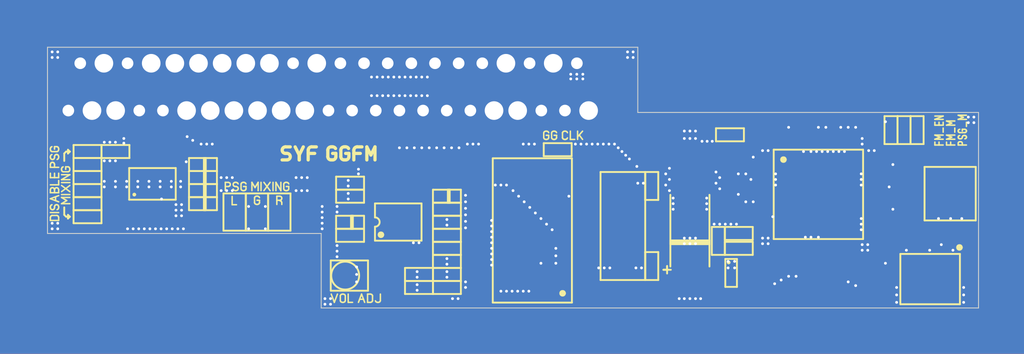
<source format=kicad_pcb>
(kicad_pcb (version 20221018) (generator pcbnew)

  (general
    (thickness 1.6)
  )

  (paper "A4")
  (layers
    (0 "F.Cu" signal)
    (31 "B.Cu" signal)
    (32 "B.Adhes" user "B.Adhesive")
    (33 "F.Adhes" user "F.Adhesive")
    (34 "B.Paste" user)
    (35 "F.Paste" user)
    (36 "B.SilkS" user "B.Silkscreen")
    (37 "F.SilkS" user "F.Silkscreen")
    (38 "B.Mask" user)
    (39 "F.Mask" user)
    (40 "Dwgs.User" user "User.Drawings")
    (41 "Cmts.User" user "User.Comments")
    (42 "Eco1.User" user "User.Eco1")
    (43 "Eco2.User" user "User.Eco2")
    (44 "Edge.Cuts" user)
  )

  (setup
    (pad_to_mask_clearance 0)
    (pcbplotparams
      (layerselection 0x00010fc_ffffffff)
      (plot_on_all_layers_selection 0x0000000_00000000)
      (disableapertmacros false)
      (usegerberextensions false)
      (usegerberattributes true)
      (usegerberadvancedattributes true)
      (creategerberjobfile true)
      (dashed_line_dash_ratio 12.000000)
      (dashed_line_gap_ratio 3.000000)
      (svgprecision 4)
      (plotframeref false)
      (viasonmask false)
      (mode 1)
      (useauxorigin false)
      (hpglpennumber 1)
      (hpglpenspeed 20)
      (hpglpendiameter 15.000000)
      (dxfpolygonmode true)
      (dxfimperialunits true)
      (dxfusepcbnewfont true)
      (psnegative false)
      (psa4output false)
      (plotreference true)
      (plotvalue true)
      (plotinvisibletext false)
      (sketchpadsonfab false)
      (subtractmaskfromsilk false)
      (outputformat 1)
      (mirror false)
      (drillshape 1)
      (scaleselection 1)
      (outputdirectory "")
    )
  )

  (net 0 "")

  (gr_poly
    (pts
      (xy 95.125 -6)
      (xy 94.375 -6)
      (xy 94.375 -3.8)
      (xy 95.125 -3.8)
    )

    (stroke (width 0) (type solid)) (fill solid) (layer "F.Cu") (tstamp 007e232e-8fc3-4ad9-9278-adb719bee1e0))
  (gr_poly
    (pts
      (xy 10.125 -16.925)
      (xy 9.825 -16.925)
      (xy 9.825 -15.325)
      (xy 10.125 -15.325)
    )

    (stroke (width 0) (type solid)) (fill solid) (layer "F.Cu") (tstamp 01f5f357-8d24-4d28-9423-998b4acf71bf))
  (gr_poly
    (pts
      (xy 75.8 -16.2)
      (xy 75.35 -16.2)
      (xy 75.35 -15.55)
      (xy 75.8 -15.55)
    )

    (stroke (width 0) (type solid)) (fill solid) (layer "F.Cu") (tstamp 02778855-db1e-4bac-8ef2-26c6ee112eba))
  (gr_poly
    (pts
      (xy 51.765 -22.5)
      (xy 46.695 -22.5)
      (xy 46.69 -27.4175)
      (xy 51.765 -27.4175)
    )

    (stroke (width 0) (type solid)) (fill solid) (layer "F.Cu") (tstamp 03305069-634e-4cb1-8c40-c2b8225389fb))
  (gr_poly
    (pts
      (xy 13.575 -17.125)
      (xy 12.875 -17.125)
      (xy 12.875 -15.125)
      (xy 13.575 -15.125)
    )

    (stroke (width 0) (type solid)) (fill solid) (layer "F.Cu") (tstamp 035c98e7-eb6d-4740-b2cd-34bf5815bb3e))
  (gr_poly
    (pts
      (xy 4.6 -9.4)
      (xy 4.66946 -9.40608)
      (xy 4.73681 -9.42412)
      (xy 4.8 -9.45359)
      (xy 4.85712 -9.49358)
      (xy 4.90642 -9.54288)
      (xy 4.94641 -9.6)
      (xy 4.97588 -9.66319)
      (xy 4.99392 -9.73054)
      (xy 5 -9.8)
      (xy 4.99392 -9.86946)
      (xy 4.97588 -9.93681)
      (xy 4.94641 -10)
      (xy 4.90642 -10.05712)
      (xy 4.85712 -10.10642)
      (xy 4.8 -10.14641)
      (xy 4.73681 -10.17588)
      (xy 4.66946 -10.19392)
      (xy 4.6 -10.2)
    )

    (stroke (width 0) (type solid)) (fill solid) (layer "F.Cu") (tstamp 03877aa8-b1b4-4f5e-b782-48f5ed1cb65e))
  (gr_poly
    (pts
      (xy 98.6 -9)
      (xy 97.8 -9)
      (xy 97.8 -7.6)
      (xy 98.6 -7.6)
    )

    (stroke (width 0) (type solid)) (fill solid) (layer "F.Cu") (tstamp 039d84df-71ab-4a85-b7de-20e7bd80be2f))
  (gr_poly
    (pts
      (xy 38.675 -6.65)
      (xy 37.925 -6.65)
      (xy 37.925 -5.05)
      (xy 38.675 -5.05)
    )

    (stroke (width 0) (type solid)) (fill solid) (layer "F.Cu") (tstamp 03b626d6-0919-48df-bf9b-4eadd4dbd018))
  (gr_circle (center 39.075 -26.28) (end 40.15 -26.28)
    (stroke (width 0) (type solid)) (fill solid) (layer "F.Cu") (tstamp 046800c6-2409-451f-8359-3b20161d8887))
  (gr_poly
    (pts
      (xy 10.8 -17.75)
      (xy 11.55 -17.75)
      (xy 11.55 -17.05)
      (xy 10.8 -17.05)
    )

    (stroke (width 0) (type solid)) (fill solid) (layer "F.Cu") (tstamp 04c5937a-14db-4c7c-886f-8e41bfbafdd2))
  (gr_poly
    (pts
      (xy 75.55 -8.5)
      (xy 74.75 -8.5)
      (xy 74.75 -7.5)
      (xy 75.55 -7.5)
    )

    (stroke (width 0) (type solid)) (fill solid) (layer "F.Cu") (tstamp 05201369-7491-40c1-a691-e558d4aec7f4))
  (gr_poly
    (pts
      (xy 75.5 -5.15)
      (xy 74.1 -5.15)
      (xy 74.1 -4.25)
      (xy 75.5 -4.25)
    )

    (stroke (width 0) (type solid)) (fill solid) (layer "F.Cu") (tstamp 06b19485-7c4a-4930-9fad-95d0cfe6b77d))
  (gr_poly
    (pts
      (xy 74.6 -19.1)
      (xy 73.8 -19.1)
      (xy 73.8 -18.1)
      (xy 74.6 -18.1)
    )

    (stroke (width 0) (type solid)) (fill solid) (layer "F.Cu") (tstamp 08a22580-7354-4a8a-a088-61fa9778e0f7))
  (gr_poly
    (pts
      (xy 77.6 -10.05)
      (xy 76.2 -10.05)
      (xy 76.2 -9.55)
      (xy 77.6 -9.55)
    )

    (stroke (width 0) (type solid)) (fill solid) (layer "F.Cu") (tstamp 08a61b3b-2821-4765-a4ba-b35b3fd97353))
  (gr_poly
    (pts
      (xy 40.05 -13.6)
      (xy 36.65 -13.6)
      (xy 36.65 -11.6)
      (xy 40.05 -11.6)
    )

    (stroke (width 0) (type solid)) (fill solid) (layer "F.Cu") (tstamp 08c2d0eb-4f76-44c0-ab78-54a708359363))
  (gr_poly
    (pts
      (xy 42.6 -2.9)
      (xy 41.4 -2.9)
      (xy 41.4 -1.5)
      (xy 42.6 -1.5)
    )

    (stroke (width 0) (type solid)) (fill solid) (layer "F.Cu") (tstamp 091d5136-1698-45f7-8bfb-116d1d0a27b4))
  (gr_poly
    (pts
      (xy 96.575 -6.2)
      (xy 95.425 -6.2)
      (xy 95.425 -3.6)
      (xy 96.575 -3.6)
    )

    (stroke (width 0) (type solid)) (fill solid) (layer "F.Cu") (tstamp 09b1ed78-8aee-46e5-900a-5fdcebf61fd5))
  (gr_poly
    (pts
      (xy 75.8 -16.65)
      (xy 76.35 -16.65)
      (xy 76.35 -15.75)
      (xy 75.8 -15.75)
    )

    (stroke (width 0) (type solid)) (fill solid) (layer "F.Cu") (tstamp 09bc4765-a815-41e8-8264-d8017adefb4a))
  (gr_poly
    (pts
      (xy 79.25 -19)
      (xy 78.35 -19)
      (xy 78.35 -17.2)
      (xy 79.25 -17.2)
    )

    (stroke (width 0) (type solid)) (fill solid) (layer "F.Cu") (tstamp 0a3954f8-2b12-4426-bb71-ba5d8d6c0ed8))
  (gr_poly
    (pts
      (xy 95.4 -8.3)
      (xy 95.4 -9.25)
      (xy 96 -9.25)
      (xy 96 -8.3)
    )

    (stroke (width 0) (type solid)) (fill solid) (layer "F.Cu") (tstamp 0a55a983-d5a1-4f9a-b65a-ee903f3ea39a))
  (gr_poly
    (pts
      (xy 10.775 -16.925)
      (xy 10.475 -16.925)
      (xy 10.475 -15.325)
      (xy 10.775 -15.325)
    )

    (stroke (width 0) (type solid)) (fill solid) (layer "F.Cu") (tstamp 0ad96cce-c346-400c-b349-7272ae3a5fb2))
  (gr_poly
    (pts
      (xy 12.075 -11.325)
      (xy 11.775 -11.325)
      (xy 11.775 -9.725)
      (xy 12.075 -9.725)
    )

    (stroke (width 0) (type solid)) (fill solid) (layer "F.Cu") (tstamp 0b56f205-570b-4b3f-9751-7702093696ae))
  (gr_poly
    (pts
      (xy 20.9 -9.9)
      (xy 20.88785 -10.03892)
      (xy 20.85175 -10.17362)
      (xy 20.79282 -10.3)
      (xy 20.71284 -10.41423)
      (xy 20.61423 -10.51284)
      (xy 20.5 -10.59282)
      (xy 20.37362 -10.65175)
      (xy 20.23892 -10.68785)
      (xy 20.1 -10.7)
      (xy 19.96108 -10.68785)
      (xy 19.82638 -10.65175)
      (xy 19.7 -10.59282)
      (xy 19.58577 -10.51284)
      (xy 19.48716 -10.41423)
      (xy 19.40718 -10.3)
      (xy 19.34825 -10.17362)
      (xy 19.31215 -10.03892)
      (xy 19.3 -9.9)
    )

    (stroke (width 0) (type solid)) (fill solid) (layer "F.Cu") (tstamp 0b8af94f-97f2-434c-90b0-5588bbaa228a))
  (gr_poly
    (pts
      (xy 75.8 -7.15)
      (xy 74.5 -7.15)
      (xy 74.5 -5.65)
      (xy 75.8 -5.65)
    )

    (stroke (width 0) (type solid)) (fill solid) (layer "F.Cu") (tstamp 0b8b37b6-63eb-48f1-81e5-ab100f67a6e3))
  (gr_poly
    (pts
      (xy 16.3 -16.1)
      (xy 17.1 -16.1)
      (xy 17.1 -14.4)
      (xy 16.3 -14.4)
    )

    (stroke (width 0) (type solid)) (fill solid) (layer "F.Cu") (tstamp 0bc2303a-f461-4b46-b140-08ba3cc71a27))
  (gr_poly
    (pts
      (xy 10.975 -17.125)
      (xy 10.275 -17.125)
      (xy 10.275 -15.125)
      (xy 10.975 -15.125)
    )

    (stroke (width 0) (type solid)) (fill solid) (layer "F.Cu") (tstamp 0ceb9616-7380-4a0f-b3bf-a73a8d346ec8))
  (gr_poly
    (pts
      (xy 58.6 -10.6)
      (xy 57 -10.6)
      (xy 57 -9.8)
      (xy 58.6 -9.8)
    )

    (stroke (width 0) (type solid)) (fill solid) (layer "F.Cu") (tstamp 0e7d0b40-307d-404d-9bcf-1bcdde978c71))
  (gr_poly
    (pts
      (xy 4 -11.9)
      (xy 2.8 -11.9)
      (xy 2.8 -10.5)
      (xy 4 -10.5)
    )

    (stroke (width 0) (type solid)) (fill solid) (layer "F.Cu") (tstamp 0ea32142-0c4c-4416-87db-511a791f7a15))
  (gr_poly
    (pts
      (xy 77.8 -11.05)
      (xy 76 -11.05)
      (xy 76 -10.15)
      (xy 77.8 -10.15)
    )

    (stroke (width 0) (type solid)) (fill solid) (layer "F.Cu") (tstamp 0ec75a2a-7570-49ba-aefb-ad0c4fb4a894))
  (gr_poly
    (pts
      (xy 77.6 -9.5)
      (xy 78 -9.5)
      (xy 78 -9)
      (xy 77.6 -9)
    )

    (stroke (width 0) (type solid)) (fill solid) (layer "F.Cu") (tstamp 0ec7867b-870c-4c4d-a126-c67c4d7435a0))
  (gr_poly
    (pts
      (xy 23.3 -9.9)
      (xy 23.28785 -10.03892)
      (xy 23.25175 -10.17362)
      (xy 23.19282 -10.3)
      (xy 23.11284 -10.41423)
      (xy 23.01423 -10.51284)
      (xy 22.9 -10.59282)
      (xy 22.77362 -10.65175)
      (xy 22.63892 -10.68785)
      (xy 22.5 -10.7)
      (xy 22.36108 -10.68785)
      (xy 22.22638 -10.65175)
      (xy 22.1 -10.59282)
      (xy 21.98577 -10.51284)
      (xy 21.88716 -10.41423)
      (xy 21.80718 -10.3)
      (xy 21.74825 -10.17362)
      (xy 21.71215 -10.03892)
      (xy 21.7 -9.9)
    )

    (stroke (width 0) (type solid)) (fill solid) (layer "F.Cu") (tstamp 0f262910-5322-45f6-a1db-8a4002986754))
  (gr_circle (center 49.235 -26.28) (end 50.3725 -26.28)
    (stroke (width 0) (type solid)) (fill solid) (layer "F.Cu") (tstamp 0ff10870-51c4-4264-ba50-56fb7e1b73ff))
  (gr_poly
    (pts
      (xy 95.7 -8.6)
      (xy 96.35 -8.6)
      (xy 96.35 -8)
      (xy 95.7 -8)
    )

    (stroke (width 0) (type solid)) (fill solid) (layer "F.Cu") (tstamp 10653a46-dcb3-4fb8-8aec-cddc0db3eff3))
  (gr_poly
    (pts
      (xy 32 -9.7)
      (xy 31.2 -9.7)
      (xy 31.2 -8.7)
      (xy 32 -8.7)
    )

    (stroke (width 0) (type solid)) (fill solid) (layer "F.Cu") (tstamp 10769ee7-1069-455b-9e8c-6c3b2888065d))
  (gr_circle (center 12.405 -21.2) (end 13.5425 -21.2)
    (stroke (width 0) (type solid)) (fill solid) (layer "F.Cu") (tstamp 109db79d-1ed8-44b8-8ad5-70a3a66050ae))
  (gr_poly
    (pts
      (xy 66.3 -14)
      (xy 66.45 -14)
      (xy 66.45 -13.55)
      (xy 66.3 -13.55)
    )

    (stroke (width 0) (type solid)) (fill solid) (layer "F.Cu") (tstamp 10bc4659-ca14-4e32-9ac8-5e6ae7986639))
  (gr_poly
    (pts
      (xy 74.85 -9.45)
      (xy 76.3 -9.45)
      (xy 76.3 -10.95)
      (xy 74.85 -10.95)
    )

    (stroke (width 0) (type solid)) (fill solid) (layer "F.Cu") (tstamp 10f290b5-9aaa-4eec-b404-7628a0c8978f))
  (gr_poly
    (pts
      (xy 89.6 -15.05)
      (xy 87.8 -15.05)
      (xy 87.8 -14.15)
      (xy 89.6 -14.15)
    )

    (stroke (width 0) (type solid)) (fill solid) (layer "F.Cu") (tstamp 113ee873-0322-4661-9c0b-d59dae9cb7e8))
  (gr_poly
    (pts
      (xy 90.425 -13)
      (xy 90.85 -13)
      (xy 90.85 -12.425)
      (xy 90.425 -12.425)
    )

    (stroke (width 0) (type solid)) (fill solid) (layer "F.Cu") (tstamp 1264e93c-a151-4f9b-a7cb-3a5ee7be5d79))
  (gr_poly
    (pts
      (xy 55.1 -16.4)
      (xy 54.5 -16.4)
      (xy 54.5 -17.7)
      (xy 55.1 -17.7)
    )

    (stroke (width 0) (type solid)) (fill solid) (layer "F.Cu") (tstamp 129b7001-1184-4f73-a6a5-5424f392fc00))
  (gr_poly
    (pts
      (xy 3.1 -15.8)
      (xy 3.1 -13.6)
      (xy 3.7 -13.6)
      (xy 3.7 -15.8)
    )

    (stroke (width 0) (type solid)) (fill solid) (layer "F.Cu") (tstamp 1396e96f-f8ce-4e46-95fd-54da1d59e18a))
  (gr_poly
    (pts
      (xy 3.4 -10.2)
      (xy 5.2 -10.2)
      (xy 5.2 -16.2)
      (xy 3.4 -16.2)
    )

    (stroke (width 0) (type solid)) (fill solid) (layer "F.Cu") (tstamp 143a53a0-4a9f-4d41-8e4e-ffdfc0b11d20))
  (gr_poly
    (pts
      (xy 77.8 -9.45)
      (xy 76 -9.45)
      (xy 76 -8.55)
      (xy 77.8 -8.55)
    )

    (stroke (width 0) (type solid)) (fill solid) (layer "F.Cu") (tstamp 17062ce3-eb10-4d63-94cd-a0a64c9ec300))
  (gr_poly
    (pts
      (xy 33.8 -13.9)
      (xy 33 -13.9)
      (xy 33 -12.9)
      (xy 33.8 -12.9)
    )

    (stroke (width 0) (type solid)) (fill solid) (layer "F.Cu") (tstamp 1748d7f8-5405-4a85-b5c0-51465cfc356c))
  (gr_poly
    (pts
      (xy 34 -14.1)
      (xy 32.8 -14.1)
      (xy 32.8 -12.7)
      (xy 34 -12.7)
    )

    (stroke (width 0) (type solid)) (fill solid) (layer "F.Cu") (tstamp 17e6d3c0-64e4-497d-9935-a516f182137b))
  (gr_poly
    (pts
      (xy 44.2 -6)
      (xy 45.4 -6)
      (xy 45.4 -3.8)
      (xy 44.2 -3.8)
    )

    (stroke (width 0) (type solid)) (fill solid) (layer "F.Cu") (tstamp 191d0942-b950-4193-9a62-77ec3f0a5648))
  (gr_circle (center 56.855 -26.28) (end 57.9925 -26.28)
    (stroke (width 0) (type solid)) (fill solid) (layer "F.Cu") (tstamp 19495367-b952-44a5-9a2b-2b8bbd1459ba))
  (gr_poly
    (pts
      (xy 86.45 -19)
      (xy 85.55 -19)
      (xy 85.55 -17.2)
      (xy 86.45 -17.2)
    )

    (stroke (width 0) (type solid)) (fill solid) (layer "F.Cu") (tstamp 1a5cb86d-a8cc-47e2-9ef5-801c423f972b))
  (gr_poly
    (pts
      (xy 65.8 -6.2)
      (xy 64 -6.2)
      (xy 64 -4.6)
      (xy 65.8 -4.6)
    )

    (stroke (width 0) (type solid)) (fill solid) (layer "F.Cu") (tstamp 1a95671a-12ba-4b8f-8f36-c1550c7d4f22))
  (gr_poly
    (pts
      (xy 75.3 -3.075)
      (xy 74.3 -3.075)
      (xy 74.3 -2.575)
      (xy 75.3 -2.575)
    )

    (stroke (width 0) (type solid)) (fill solid) (layer "F.Cu") (tstamp 1ac7af73-59f7-4d3b-956d-bc757d1a8ef7))
  (gr_poly
    (pts
      (xy 37.805 -21.5996)
      (xy 38.93 -21.5996)
      (xy 38.93 -20.8004)
      (xy 37.805 -20.8004)
    )

    (stroke (width 0) (type solid)) (fill solid) (layer "F.Cu") (tstamp 1c2106b2-b167-4914-ac86-ae8df5a201aa))
  (gr_poly
    (pts
      (xy 38.875 -6.85)
      (xy 37.725 -6.85)
      (xy 37.725 -4.85)
      (xy 38.875 -4.85)
    )

    (stroke (width 0) (type solid)) (fill solid) (layer "F.Cu") (tstamp 1c7a7847-6a9c-413a-9b9c-716c9a4a2b63))
  (gr_poly
    (pts
      (xy 10.775 -11.325)
      (xy 10.475 -11.325)
      (xy 10.475 -9.725)
      (xy 10.775 -9.725)
    )

    (stroke (width 0) (type solid)) (fill solid) (layer "F.Cu") (tstamp 1ca65463-9e38-48d2-ae55-26a82b7e9095))
  (gr_poly
    (pts
      (xy 5.8 -14.7)
      (xy 4.6 -14.7)
      (xy 4.6 -13.3)
      (xy 5.8 -13.3)
    )

    (stroke (width 0) (type solid)) (fill solid) (layer "F.Cu") (tstamp 1cb4fe03-c1a5-4ea4-80d6-c00b4dd6a227))
  (gr_poly
    (pts
      (xy 77.8 -11.85)
      (xy 76 -11.85)
      (xy 76 -10.95)
      (xy 77.8 -10.95)
    )

    (stroke (width 0) (type solid)) (fill solid) (layer "F.Cu") (tstamp 1cbb341b-5eee-446e-94a7-e1e188d45879))
  (gr_poly
    (pts
      (xy 73.75 -6.9)
      (xy 72.95 -6.9)
      (xy 72.95 -5.9)
      (xy 73.75 -5.9)
    )

    (stroke (width 0) (type solid)) (fill solid) (layer "F.Cu") (tstamp 1dc657c4-e55e-48d0-833f-87ff4c8696a2))
  (gr_poly
    (pts
      (xy 97.825 -6.2)
      (xy 96.675 -6.2)
      (xy 96.675 -3.6)
      (xy 97.825 -3.6)
    )

    (stroke (width 0) (type solid)) (fill solid) (layer "F.Cu") (tstamp 1ddf2edc-7062-4e36-a702-a0ad646cf31b))
  (gr_poly
    (pts
      (xy 9.85 -12.7)
      (xy 12.1 -12.7)
      (xy 12.1 -11.325)
      (xy 9.85 -11.325)
    )

    (stroke (width 0) (type solid)) (fill solid) (layer "F.Cu") (tstamp 1df17aec-2168-454f-8595-d6423333212e))
  (gr_poly
    (pts
      (xy 66.7 -15.1)
      (xy 66.9 -15.1)
      (xy 66.9 -14.6)
      (xy 66.7 -14.6)
    )

    (stroke (width 0) (type solid)) (fill solid) (layer "F.Cu") (tstamp 1e382071-bebc-4b06-8b44-05a32aa46ce3))
  (gr_poly
    (pts
      (xy 41.2 -4.1)
      (xy 40.4 -4.1)
      (xy 40.4 -3.1)
      (xy 41.2 -3.1)
    )

    (stroke (width 0) (type solid)) (fill solid) (layer "F.Cu") (tstamp 1e5f7f16-f307-4509-8032-977adb3ff488))
  (gr_poly
    (pts
      (xy 79.25 -7.2)
      (xy 78.35 -7.2)
      (xy 78.35 -5.4)
      (xy 79.25 -5.4)
    )

    (stroke (width 0) (type solid)) (fill solid) (layer "F.Cu") (tstamp 1f1e3b86-b548-44e0-9d3b-d76fa4c12d67))
  (gr_poly
    (pts
      (xy 87.05 -18.8)
      (xy 86.55 -18.8)
      (xy 86.55 -17.4)
      (xy 87.05 -17.4)
    )

    (stroke (width 0) (type solid)) (fill solid) (layer "F.Cu") (tstamp 1fa2417d-a7d0-44da-b657-8de84dfd2b4c))
  (gr_poly
    (pts
      (xy 44.2 -2.7)
      (xy 43.4 -2.7)
      (xy 43.4 -1.7)
      (xy 44.2 -1.7)
    )

    (stroke (width 0) (type solid)) (fill solid) (layer "F.Cu") (tstamp 1fd143d0-9dbe-40a7-b605-bc4b0ba9d98e))
  (gr_poly
    (pts
      (xy 4.6 -9.4)
      (xy 4.66946 -9.40608)
      (xy 4.73681 -9.42412)
      (xy 4.8 -9.45359)
      (xy 4.85712 -9.49358)
      (xy 4.90642 -9.54288)
      (xy 4.94641 -9.6)
      (xy 4.97588 -9.66319)
      (xy 4.99392 -9.73054)
      (xy 5 -9.8)
      (xy 4.99392 -9.86946)
      (xy 4.97588 -9.93681)
      (xy 4.94641 -10)
      (xy 4.90642 -10.05712)
      (xy 4.85712 -10.10642)
      (xy 4.8 -10.14641)
      (xy 4.73681 -10.17588)
      (xy 4.66946 -10.19392)
      (xy 4.6 -10.2)
    )

    (stroke (width 0) (type solid)) (fill solid) (layer "F.Cu") (tstamp 2061b49a-72c5-4bd5-8a6f-8c94fd77ada5))
  (gr_poly
    (pts
      (xy 34.07 -20.69)
      (xy 35.24 -20.69)
      (xy 35.24 -19.48)
      (xy 34.07 -19.48)
    )

    (stroke (width 0) (type solid)) (fill solid) (layer "F.Cu") (tstamp 20b70ea4-1287-4d40-8849-432b092e7d09))
  (gr_poly
    (pts
      (xy 92.825 -6.2)
      (xy 91.675 -6.2)
      (xy 91.675 -3.6)
      (xy 92.825 -3.6)
    )

    (stroke (width 0) (type solid)) (fill solid) (layer "F.Cu") (tstamp 20b94329-724b-42cf-87fd-a0ea3932e5cf))
  (gr_poly
    (pts
      (xy 42.6 -8.5)
      (xy 41.4 -8.5)
      (xy 41.4 -7.1)
      (xy 42.6 -7.1)
    )

    (stroke (width 0) (type solid)) (fill solid) (layer "F.Cu") (tstamp 20e03a25-4e96-4a6c-bae4-c1ae9042adb2))
  (gr_poly
    (pts
      (xy 15 -18)
      (xy 15.2 -18)
      (xy 15.2 -17.8)
      (xy 15 -17.8)
    )

    (stroke (width 0) (type solid)) (fill solid) (layer "F.Cu") (tstamp 216fb407-77cb-4b41-834a-ed35c00f641d))
  (gr_poly
    (pts
      (xy 97.55 -9.2)
      (xy 96.35 -9.2)
      (xy 96.35 -7.4)
      (xy 97.55 -7.4)
    )

    (stroke (width 0) (type solid)) (fill solid) (layer "F.Cu") (tstamp 21cbdeb1-70f4-4ad8-b1ec-27ee55c0e525))
  (gr_poly
    (pts
      (xy 96.95 -8)
      (xy 96.3 -8)
      (xy 96.3 -8.6)
      (xy 96.95 -8.6)
    )

    (stroke (width 0) (type solid)) (fill solid) (layer "F.Cu") (tstamp 22bc94e1-7556-4b02-b77e-8b7299c97674))
  (gr_poly
    (pts
      (xy 80.05 -19.4)
      (xy 78.35 -19.4)
      (xy 78.35 -18.4)
      (xy 80.05 -18.4)
    )

    (stroke (width 0) (type solid)) (fill solid) (layer "F.Cu") (tstamp 22d9c760-6ed7-49d6-98de-da25b66bbcaa))
  (gr_poly
    (pts
      (xy 72.55 -8.5)
      (xy 71.55 -8.5)
      (xy 71.55 -7.7)
      (xy 72.55 -7.7)
    )

    (stroke (width 0) (type solid)) (fill solid) (layer "F.Cu") (tstamp 233732ad-c965-4f59-bf16-318b7e06df66))
  (gr_poly
    (pts
      (xy 13.925 -13.9)
      (xy 11.675 -13.9)
      (xy 11.675 -15.025)
      (xy 13.925 -15.025)
    )

    (stroke (width 0) (type solid)) (fill solid) (layer "F.Cu") (tstamp 23efb5f7-8887-48f8-bdce-4ee2199f3c8d))
  (gr_poly
    (pts
      (xy 75.3 -11.2)
      (xy 76.3 -11.2)
      (xy 76.3 -10.7)
      (xy 75.3 -10.7)
    )

    (stroke (width 0) (type solid)) (fill solid) (layer "F.Cu") (tstamp 2411a048-c0ed-49f9-bfbc-1044df031ef8))
  (gr_poly
    (pts
      (xy 34.8 -3.1)
      (xy 33.8 -3.1)
      (xy 33.8 -2.1)
      (xy 34.8 -2.1)
    )

    (stroke (width 0) (type solid)) (fill solid) (layer "F.Cu") (tstamp 251b0f3d-c6da-4c9b-9bcd-7cd93bde7cc5))
  (gr_poly
    (pts
      (xy 77.6 -14.85)
      (xy 76.2 -14.85)
      (xy 76.2 -14.35)
      (xy 77.6 -14.35)
    )

    (stroke (width 0) (type solid)) (fill solid) (layer "F.Cu") (tstamp 2526e2db-e517-4808-a836-55f534ed6d7d))
  (gr_poly
    (pts
      (xy 83.85 -7)
      (xy 83.35 -7)
      (xy 83.35 -5.6)
      (xy 83.85 -5.6)
    )

    (stroke (width 0) (type solid)) (fill solid) (layer "F.Cu") (tstamp 256a84be-5311-4b7d-8d08-19dabba0309d))
  (gr_poly
    (pts
      (xy 3.8 -13.1)
      (xy 3 -13.1)
      (xy 3 -12.1)
      (xy 3.8 -12.1)
    )

    (stroke (width 0) (type solid)) (fill solid) (layer "F.Cu") (tstamp 2773e13e-ef9f-4ada-b733-7ecce36ae2cb))
  (gr_poly
    (pts
      (xy 81.65 -7.2)
      (xy 80.75 -7.2)
      (xy 80.75 -5.4)
      (xy 81.65 -5.4)
    )

    (stroke (width 0) (type solid)) (fill solid) (layer "F.Cu") (tstamp 280308f2-9603-49d9-9e54-c533ef1c417c))
  (gr_poly
    (pts
      (xy 31.75 -4.425)
      (xy 29.85 -4.425)
      (xy 29.85 -2.525)
      (xy 31.75 -2.525)
    )

    (stroke (width 0) (type solid)) (fill solid) (layer "F.Cu") (tstamp 2840d599-d35c-415c-a1f9-539b7bc831ea))
  (gr_poly
    (pts
      (xy 77.6 -13.25)
      (xy 76.2 -13.25)
      (xy 76.2 -12.75)
      (xy 77.6 -12.75)
    )

    (stroke (width 0) (type solid)) (fill solid) (layer "F.Cu") (tstamp 2849a743-1bfc-4a90-bc3a-6a9a3e21f5ba))
  (gr_poly
    (pts
      (xy 11.425 -11.325)
      (xy 11.125 -11.325)
      (xy 11.125 -9.725)
      (xy 11.425 -9.725)
    )

    (stroke (width 0) (type solid)) (fill solid) (layer "F.Cu") (tstamp 28d8e572-37f5-4e9f-9c79-bfe0cef200b7))
  (gr_poly
    (pts
      (xy 89.4 -11.65)
      (xy 88 -11.65)
      (xy 88 -11.15)
      (xy 89.4 -11.15)
    )

    (stroke (width 0) (type solid)) (fill solid) (layer "F.Cu") (tstamp 2931a145-fdb9-4ce2-9db7-fac2ad3788a2))
  (gr_poly
    (pts
      (xy 89.4 -16.45)
      (xy 88 -16.45)
      (xy 88 -15.95)
      (xy 89.4 -15.95)
    )

    (stroke (width 0) (type solid)) (fill solid) (layer "F.Cu") (tstamp 29e436de-fc51-4dd0-93b2-6f8678eaf389))
  (gr_poly
    (pts
      (xy 47.45 -2.1)
      (xy 45.35 -2.1)
      (xy 45.35 -0.8)
      (xy 47.45 -0.8)
    )

    (stroke (width 0) (type solid)) (fill solid) (layer "F.Cu") (tstamp 2a2b6501-eb33-42ef-803c-e139e2a65253))
  (gr_poly
    (pts
      (xy 47.45 -8.35)
      (xy 45.35 -8.35)
      (xy 45.35 -7.05)
      (xy 47.45 -7.05)
    )

    (stroke (width 0) (type solid)) (fill solid) (layer "F.Cu") (tstamp 2a2e2655-c499-493e-b4f4-f089878c198b))
  (gr_poly
    (pts
      (xy 19.3 -9.9)
      (xy 19.3 -9.5)
      (xy 20.9 -9.5)
      (xy 20.9 -9.9)
    )

    (stroke (width 0) (type solid)) (fill solid) (layer "F.Cu") (tstamp 2a34e76a-593d-47cb-9974-54af7478d960))
  (gr_circle (center 13.675 -26.28) (end 14.8125 -26.28)
    (stroke (width 0) (type solid)) (fill solid) (layer "F.Cu") (tstamp 2a4befa0-0548-4d10-8d81-e366abb5f381))
  (gr_poly
    (pts
      (xy 94.1 -18.8)
      (xy 92.7 -18.8)
      (xy 92.7 -17.6)
      (xy 94.1 -17.6)
    )

    (stroke (width 0) (type solid)) (fill solid) (layer "F.Cu") (tstamp 2abe400f-35e1-4e19-9341-db62852fd953))
  (gr_poly
    (pts
      (xy 18.2 -16.1)
      (xy 17 -16.1)
      (xy 17 -14.7)
      (xy 18.2 -14.7)
    )

    (stroke (width 0) (type solid)) (fill solid) (layer "F.Cu") (tstamp 2c287c96-8f5a-49cb-8c58-a074105e182a))
  (gr_poly
    (pts
      (xy 58.6 -8.1)
      (xy 57 -8.1)
      (xy 57 -7.3)
      (xy 58.6 -7.3)
    )

    (stroke (width 0) (type solid)) (fill solid) (layer "F.Cu") (tstamp 2cac6739-ff25-400d-afc4-5f8a64f5d419))
  (gr_poly
    (pts
      (xy 89.4 -9.25)
      (xy 88 -9.25)
      (xy 88 -8.75)
      (xy 89.4 -8.75)
    )

    (stroke (width 0) (type solid)) (fill solid) (layer "F.Cu") (tstamp 2d8318d9-4628-4e20-ac02-cb692cc62c3c))
  (gr_poly
    (pts
      (xy 91.3 -20.6)
      (xy 89.9 -20.6)
      (xy 89.9 -19.4)
      (xy 91.3 -19.4)
    )

    (stroke (width 0) (type solid)) (fill solid) (layer "F.Cu") (tstamp 2e26882c-d3e4-47e1-bca0-43d1a0d93f9f))
  (gr_poly
    (pts
      (xy 56 -12)
      (xy 56.45 -12)
      (xy 56.45 -11.65)
      (xy 56 -11.65)
    )

    (stroke (width 0) (type solid)) (fill solid) (layer "F.Cu") (tstamp 2ebbd98c-b042-453b-9c90-d4c95a37133b))
  (gr_circle (center 25.105 -21.2) (end 26.2425 -21.2)
    (stroke (width 0) (type solid)) (fill solid) (layer "F.Cu") (tstamp 2fe125b6-0fc8-4941-826b-526d95ccd2e1))
  (gr_circle (center 9.865 -21.2) (end 10.74 -21.2)
    (stroke (width 0) (type solid)) (fill solid) (layer "F.Cu") (tstamp 2fe6a02e-3850-48eb-ac45-a16c65047221))
  (gr_poly
    (pts
      (xy 91.8 -6.2)
      (xy 97.1 -6.2)
      (xy 97.1 -3.6)
      (xy 91.8 -3.6)
    )

    (stroke (width 0) (type solid)) (fill solid) (layer "F.Cu") (tstamp 3063f5ad-4a5d-4125-8851-e75745b74062))
  (gr_poly
    (pts
      (xy 20.9 -9.9)
      (xy 20.88785 -10.03892)
      (xy 20.85175 -10.17362)
      (xy 20.79282 -10.3)
      (xy 20.71284 -10.41423)
      (xy 20.61423 -10.51284)
      (xy 20.5 -10.59282)
      (xy 20.37362 -10.65175)
      (xy 20.23892 -10.68785)
      (xy 20.1 -10.7)
      (xy 19.96108 -10.68785)
      (xy 19.82638 -10.65175)
      (xy 19.7 -10.59282)
      (xy 19.58577 -10.51284)
      (xy 19.48716 -10.41423)
      (xy 19.40718 -10.3)
      (xy 19.34825 -10.17362)
      (xy 19.31215 -10.03892)
      (xy 19.3 -9.9)
    )

    (stroke (width 0) (type solid)) (fill solid) (layer "F.Cu") (tstamp 310e90f3-9378-42ca-a7de-2f6f0c4bdc71))
  (gr_poly
    (pts
      (xy 17.3 -14.4)
      (xy 17.3 -12.2)
      (xy 17.9 -12.2)
      (xy 17.9 -14.4)
    )

    (stroke (width 0) (type solid)) (fill solid) (layer "F.Cu") (tstamp 3145e414-2e93-4912-8a34-94d6f808ab2f))
  (gr_poly
    (pts
      (xy 31.55 -20.74)
      (xy 34.18 -20.74)
      (xy 34.18 -18.69)
      (xy 31.55 -18.69)
    )

    (stroke (width 0) (type solid)) (fill solid) (layer "F.Cu") (tstamp 318f7caf-1c34-401a-b083-abcf4b7bd6b0))
  (gr_poly
    (pts
      (xy 96.3 -17.2)
      (xy 95.1 -17.2)
      (xy 95.1 -15.4)
      (xy 96.3 -15.4)
    )

    (stroke (width 0) (type solid)) (fill solid) (layer "F.Cu") (tstamp 322b0d4d-3e4e-4f07-8882-88726d2eed02))
  (gr_poly
    (pts
      (xy 98.5 -8.3)
      (xy 98.5 -7.35)
      (xy 97.9 -7.35)
      (xy 97.9 -8.3)
    )

    (stroke (width 0) (type solid)) (fill solid) (layer "F.Cu") (tstamp 3256ff2a-69ef-42e9-b6df-8be56aa91d14))
  (gr_poly
    (pts
      (xy 86 -19.4)
      (xy 86.8 -19.4)
      (xy 86.8 -19.85)
      (xy 86 -19.85)
    )

    (stroke (width 0) (type solid)) (fill solid) (layer "F.Cu") (tstamp 331019a5-a85a-44fb-8274-fbcbefac24a2))
  (gr_poly
    (pts
      (xy 66.8 -12.6)
      (xy 66.35 -12.6)
      (xy 66.35 -12.85)
      (xy 66.8 -12.85)
    )

    (stroke (width 0) (type solid)) (fill solid) (layer "F.Cu") (tstamp 34a0ed7c-3d79-4cbe-94d1-e7f93d0ef5be))
  (gr_poly
    (pts
      (xy 97.9 -8.3)
      (xy 97.9 -9.25)
      (xy 98.5 -9.25)
      (xy 98.5 -8.3)
    )

    (stroke (width 0) (type solid)) (fill solid) (layer "F.Cu") (tstamp 34bae164-e7b2-44b3-9223-e64bf5d62f4e))
  (gr_poly
    (pts
      (xy 94.6 -11.4)
      (xy 94.025 -11.4)
      (xy 94.025 -10.5)
      (xy 94.6 -10.5)
    )

    (stroke (width 0) (type solid)) (fill solid) (layer "F.Cu") (tstamp 34c55d66-0243-4875-b537-ab95b04867e5))
  (gr_poly
    (pts
      (xy 92.5 -20.4)
      (xy 91.5 -20.4)
      (xy 91.5 -19.6)
      (xy 92.5 -19.6)
    )

    (stroke (width 0) (type solid)) (fill solid) (layer "F.Cu") (tstamp 356b7f6d-0ea0-4475-993f-fac2752075a4))
  (gr_poly
    (pts
      (xy 92.5 -18.6)
      (xy 91.5 -18.6)
      (xy 91.5 -17.8)
      (xy 92.5 -17.8)
    )

    (stroke (width 0) (type solid)) (fill solid) (layer "F.Cu") (tstamp 35bc216f-178e-4a3e-abc5-04d4bdb5e526))
  (gr_poly
    (pts
      (xy 89.6 -11.05)
      (xy 87.8 -11.05)
      (xy 87.8 -10.15)
      (xy 89.6 -10.15)
    )

    (stroke (width 0) (type solid)) (fill solid) (layer "F.Cu") (tstamp 36ed2d01-7a11-4978-884b-63db168cf483))
  (gr_poly
    (pts
      (xy 75.3 -15.2)
      (xy 76.2 -15.2)
      (xy 76.2 -14.7)
      (xy 75.3 -14.7)
    )

    (stroke (width 0) (type solid)) (fill solid) (layer "F.Cu") (tstamp 373a36ab-0c01-4095-8809-a44f342d2491))
  (gr_poly
    (pts
      (xy 98.8 -9.2)
      (xy 97.6 -9.2)
      (xy 97.6 -7.4)
      (xy 98.8 -7.4)
    )

    (stroke (width 0) (type solid)) (fill solid) (layer "F.Cu") (tstamp 3749edeb-728d-46b2-97ff-deab336dd68c))
  (gr_circle (center 8.595 -26.28) (end 9.7325 -26.28)
    (stroke (width 0) (type solid)) (fill solid) (layer "F.Cu") (tstamp 3794b3d1-fe4c-43d5-950d-36af3ed66cd6))
  (gr_circle (center 53.045 -21.2) (end 53.92 -21.2)
    (stroke (width 0) (type solid)) (fill solid) (layer "F.Cu") (tstamp 37b1fb3c-26c0-4dec-82fd-fb51ebb0d0f4))
  (gr_poly
    (pts
      (xy 30.25 -20.45)
      (xy 30.375 -20.45)
      (xy 30.375 -20.325)
      (xy 30.25 -20.325)
    )

    (stroke (width 0) (type solid)) (fill solid) (layer "F.Cu") (tstamp 38194e43-46d3-4093-ae29-6f765c237572))
  (gr_poly
    (pts
      (xy 72.75 -6.9)
      (xy 71.35 -6.9)
      (xy 71.35 -5.7)
      (xy 72.75 -5.7)
    )

    (stroke (width 0) (type solid)) (fill solid) (layer "F.Cu") (tstamp 38250beb-7d97-4cc1-90f5-da5cafa1f055))
  (gr_poly
    (pts
      (xy 65.4 -14.4)
      (xy 64.4 -14.4)
      (xy 64.4 -13.6)
      (xy 65.4 -13.6)
    )

    (stroke (width 0) (type solid)) (fill solid) (layer "F.Cu") (tstamp 38678b40-ccea-43ae-8add-45f7e877d752))
  (gr_poly
    (pts
      (xy 37.4054 -21.2)
      (xy 37.4054 -22.325)
      (xy 38.2046 -22.325)
      (xy 38.2046 -21.2)
    )

    (stroke (width 0) (type solid)) (fill solid) (layer "F.Cu") (tstamp 388a577e-ee91-4df4-8248-c66c57a1d274))
  (gr_poly
    (pts
      (xy 37.805 -20.8004)
      (xy 36.68 -20.8004)
      (xy 36.68 -21.5996)
      (xy 37.805 -21.5996)
    )

    (stroke (width 0) (type solid)) (fill solid) (layer "F.Cu") (tstamp 397ddae4-13e1-4cdc-a06b-b298ae10a6e6))
  (gr_poly
    (pts
      (xy 5.8 -13.3)
      (xy 4.6 -13.3)
      (xy 4.6 -11.9)
      (xy 5.8 -11.9)
    )

    (stroke (width 0) (type solid)) (fill solid) (layer "F.Cu") (tstamp 3b344068-3ce4-4379-b71d-88cd71b83905))
  (gr_poly
    (pts
      (xy 98.8 -17.2)
      (xy 97.6 -17.2)
      (xy 97.6 -15.4)
      (xy 98.8 -15.4)
    )

    (stroke (width 0) (type solid)) (fill solid) (layer "F.Cu") (tstamp 3bf7baa9-6e61-4c21-a0bb-16c563e6c703))
  (gr_poly
    (pts
      (xy 35 -5.05)
      (xy 33.6 -5.05)
      (xy 33.6 -3.65)
      (xy 35 -3.65)
    )

    (stroke (width 0) (type solid)) (fill solid) (layer "F.Cu") (tstamp 3c20cc6c-b297-41ef-9a20-f6a9d00b14f6))
  (gr_poly
    (pts
      (xy 74.8 -9.45)
      (xy 75.05 -9.45)
      (xy 75.05 -11.15)
      (xy 74.8 -11.15)
    )

    (stroke (width 0) (type solid)) (fill solid) (layer "F.Cu") (tstamp 3c4015f7-9d97-4af3-8f69-066a8201781a))
  (gr_circle (center 35.265 -21.2) (end 36.4025 -21.2)
    (stroke (width 0) (type solid)) (fill solid) (layer "F.Cu") (tstamp 3c59770a-ee00-49e8-b7d1-28b003655d0f))
  (gr_circle (center 44.155 -26.28) (end 45.03 -26.28)
    (stroke (width 0) (type solid)) (fill solid) (layer "F.Cu") (tstamp 3c5a3844-a978-4631-bdc5-69924da84d62))
  (gr_poly
    (pts
      (xy 4 -16.1)
      (xy 2.8 -16.1)
      (xy 2.8 -14.7)
      (xy 4 -14.7)
    )

    (stroke (width 0) (type solid)) (fill solid) (layer "F.Cu") (tstamp 3c84da23-39f1-4411-b1b6-3f1f2b4d5220))
  (gr_poly
    (pts
      (xy 47.2 -3.1)
      (xy 45.6 -3.1)
      (xy 45.6 -2.3)
      (xy 47.2 -2.3)
    )

    (stroke (width 0) (type solid)) (fill solid) (layer "F.Cu") (tstamp 3cc94363-4960-4cfc-b35f-83675e2b9348))
  (gr_poly
    (pts
      (xy 72.55 -6.7)
      (xy 71.55 -6.7)
      (xy 71.55 -5.9)
      (xy 72.55 -5.9)
    )

    (stroke (width 0) (type solid)) (fill solid) (layer "F.Cu") (tstamp 3daccf47-6e7e-4169-9eb4-d9f0874d8d68))
  (gr_circle (center 9.865 -21.2) (end 11.0025 -21.2)
    (stroke (width 0) (type solid)) (fill solid) (layer "F.Cu") (tstamp 3dd529de-7fd2-4d25-a5fa-bc19f3118c19))
  (gr_poly
    (pts
      (xy 50.6 -12)
      (xy 51.2 -12)
      (xy 51.2 -11.55)
      (xy 50.6 -11.55)
    )

    (stroke (width 0) (type solid)) (fill solid) (layer "F.Cu") (tstamp 3e8d2694-77d6-4ebb-9d58-4e5ec2ca2220))
  (gr_poly
    (pts
      (xy 58.6 -6.85)
      (xy 57 -6.85)
      (xy 57 -6.05)
      (xy 58.6 -6.05)
    )

    (stroke (width 0) (type solid)) (fill solid) (layer "F.Cu") (tstamp 3e95f9d2-3382-4b46-8360-f073c57d7d04))
  (gr_poly
    (pts
      (xy 16.2 -15.9)
      (xy 15.4 -15.9)
      (xy 15.4 -14.9)
      (xy 16.2 -14.9)
    )

    (stroke (width 0) (type solid)) (fill solid) (layer "F.Cu") (tstamp 40dc427d-c7bf-4641-9bfb-65848d8f43fc))
  (gr_poly
    (pts
      (xy 80.85 -19)
      (xy 79.95 -19)
      (xy 79.95 -17.2)
      (xy 80.85 -17.2)
    )

    (stroke (width 0) (type solid)) (fill solid) (layer "F.Cu") (tstamp 414a5a53-ef02-4823-95da-d3d76fab8e90))
  (gr_circle (center 47.965 -21.2) (end 49.1025 -21.2)
    (stroke (width 0) (type solid)) (fill solid) (layer "F.Cu") (tstamp 41aa20f6-27ef-4f29-ad50-3e0241287606))
  (gr_poly
    (pts
      (xy 3.1 -13)
      (xy 3.1 -10.8)
      (xy 3.7 -10.8)
      (xy 3.7 -13)
    )

    (stroke (width 0) (type solid)) (fill solid) (layer "F.Cu") (tstamp 41f09354-8577-4f67-8ab8-24a62a4448f7))
  (gr_circle (center 36.535 -26.28) (end 37.61 -26.28)
    (stroke (width 0) (type solid)) (fill solid) (layer "F.Cu") (tstamp 422ad51b-802e-4c5a-8382-5853ba6b6acd))
  (gr_poly
    (pts
      (xy 58.85 -8.35)
      (xy 56.75 -8.35)
      (xy 56.75 -7.05)
      (xy 58.85 -7.05)
    )

    (stroke (width 0) (type solid)) (fill solid) (layer "F.Cu") (tstamp 4307e81e-0370-42ec-be05-c9bc0c9febf4))
  (gr_poly
    (pts
      (xy 5.6 -15.9)
      (xy 4.8 -15.9)
      (xy 4.8 -14.9)
      (xy 5.6 -14.9)
    )

    (stroke (width 0) (type solid)) (fill solid) (layer "F.Cu") (tstamp 45c78671-0519-4eff-876d-50b9b55e7fee))
  (gr_poly
    (pts
      (xy 16.4 -11.9)
      (xy 15.2 -11.9)
      (xy 15.2 -10.5)
      (xy 16.4 -10.5)
    )

    (stroke (width 0) (type solid)) (fill solid) (layer "F.Cu") (tstamp 45e963b3-9777-409f-8634-3800ef0615f1))
  (gr_poly
    (pts
      (xy 70.4 -12.3)
      (xy 67.6 -12.3)
      (xy 67.6 -10.1)
      (xy 70.4 -10.1)
    )

    (stroke (width 0) (type solid)) (fill solid) (layer "F.Cu") (tstamp 46578fec-a711-4b24-a1ae-2f06c88c82fe))
  (gr_poly
    (pts
      (xy 89.6 -16.65)
      (xy 87.8 -16.65)
      (xy 87.8 -15.75)
      (xy 89.6 -15.75)
    )

    (stroke (width 0) (type solid)) (fill solid) (layer "F.Cu") (tstamp 467615b2-5b60-41f2-b717-759d1b723cb5))
  (gr_poly
    (pts
      (xy 44.2 -17.2)
      (xy 44.6 -17.2)
      (xy 44.6 -16.6)
      (xy 44.2 -16.6)
    )

    (stroke (width 0) (type solid)) (fill solid) (layer "F.Cu") (tstamp 469c09ea-92fc-484e-8a8b-1796459a8038))
  (gr_poly
    (pts
      (xy 79.05 -7)
      (xy 78.55 -7)
      (xy 78.55 -5.6)
      (xy 79.05 -5.6)
    )

    (stroke (width 0) (type solid)) (fill solid) (layer "F.Cu") (tstamp 4826cb2d-3ad8-41ef-9ab5-4d3f0ba22547))
  (gr_circle (center 39.075 -26.28) (end 39.95 -26.28)
    (stroke (width 0) (type solid)) (fill solid) (layer "F.Cu") (tstamp 486911de-eb78-42a9-9924-791db8894595))
  (gr_poly
    (pts
      (xy 91.1 -18.6)
      (xy 90.1 -18.6)
      (xy 90.1 -17.8)
      (xy 91.1 -17.8)
    )

    (stroke (width 0) (type solid)) (fill solid) (layer "F.Cu") (tstamp 48760158-a9d8-4aec-9058-1653973a2963))
  (gr_poly
    (pts
      (xy 38.9749 -13.6)
      (xy 40.1249 -13.6)
      (xy 40.1251 -11.6)
      (xy 38.9751 -11.6)
    )

    (stroke (width 0) (type solid)) (fill solid) (layer "F.Cu") (tstamp 4886c431-a61a-4244-8560-8c001bfd4e34))
  (gr_poly
    (pts
      (xy 85.45 -18.8)
      (xy 84.95 -18.8)
      (xy 84.95 -17.4)
      (xy 85.45 -17.4)
    )

    (stroke (width 0) (type solid)) (fill solid) (layer "F.Cu") (tstamp 489fbe45-41f6-4cc7-8fb6-cab020901746))
  (gr_poly
    (pts
      (xy 35.25 -13.6)
      (xy 36.8 -13.6)
      (xy 36.8 -11.6)
      (xy 35.25 -11.6)
    )

    (stroke (width 0) (type solid)) (fill solid) (layer "F.Cu") (tstamp 494e4bca-db60-481a-8a3d-25039f90ba5c))
  (gr_poly
    (pts
      (xy 69.7334 -11.2)
      (xy 69.7334 -9.95)
      (xy 68.2667 -9.95)
      (xy 68.2667 -11.2)
    )

    (stroke (width 0) (type solid)) (fill solid) (layer "F.Cu") (tstamp 49b3c347-203b-48bb-b3bc-66f13c4ef91b))
  (gr_poly
    (pts
      (xy 72.2 -12.8)
      (xy 72.65 -12.8)
      (xy 72.65 -14)
      (xy 72.2 -14)
    )

    (stroke (width 0) (type solid)) (fill solid) (layer "F.Cu") (tstamp 49be3658-2c24-406f-95ea-5cdf3b429512))
  (gr_circle (center 3.515 -26.28) (end 4.6525 -26.28)
    (stroke (width 0) (type solid)) (fill solid) (layer "F.Cu") (tstamp 4af18676-7cb8-4e69-9a5f-f727a2f69496))
  (gr_poly
    (pts
      (xy 38.6754 -26.28)
      (xy 38.6754 -27.405)
      (xy 39.4746 -27.405)
      (xy 39.4746 -26.28)
    )

    (stroke (width 0) (type solid)) (fill solid) (layer "F.Cu") (tstamp 4b2bbbb7-16d6-448f-9dd2-33f196796d64))
  (gr_poly
    (pts
      (xy 95.75 -13.975)
      (xy 96.6 -13.975)
      (xy 96.6 -12.925)
      (xy 95.75 -12.925)
    )

    (stroke (width 0) (type solid)) (fill solid) (layer "F.Cu") (tstamp 4b8a6648-56cd-4ee0-b98f-c36b66d23fff))
  (gr_poly
    (pts
      (xy 97.25 -8.3)
      (xy 97.25 -7.35)
      (xy 96.65 -7.35)
      (xy 96.65 -8.3)
    )

    (stroke (width 0) (type solid)) (fill solid) (layer "F.Cu") (tstamp 4bde79ce-4453-400c-8dba-ff31fd9de67d))
  (gr_circle (center 31.455 -26.28) (end 32.33 -26.28)
    (stroke (width 0) (type solid)) (fill solid) (layer "F.Cu") (tstamp 4c251691-e3d9-473c-892b-00bd5e63dfd7))
  (gr_circle (center 54.315 -26.28) (end 55.4525 -26.28)
    (stroke (width 0) (type solid)) (fill solid) (layer "F.Cu") (tstamp 4ca9c28b-2ca6-4a2a-8f3c-96aa5e268a40))
  (gr_poly
    (pts
      (xy 39.4 -2.7)
      (xy 38.6 -2.7)
      (xy 38.6 -1.7)
      (xy 39.4 -1.7)
    )

    (stroke (width 0) (type solid)) (fill solid) (layer "F.Cu") (tstamp 4e132ed1-549b-4423-8e8d-10d608d4288c))
  (gr_poly
    (pts
      (xy 94.1 -20.6)
      (xy 92.7 -20.6)
      (xy 92.7 -19.4)
      (xy 94.1 -19.4)
    )

    (stroke (width 0) (type solid)) (fill solid) (layer "F.Cu") (tstamp 4e39d719-08cb-42d2-81b1-a349ef9e4f4a))
  (gr_poly
    (pts
      (xy 5.6 -14.5)
      (xy 4.8 -14.5)
      (xy 4.8 -13.5)
      (xy 5.6 -13.5)
    )

    (stroke (width 0) (type solid)) (fill solid) (layer "F.Cu") (tstamp 4eae6f04-cba4-4a5e-b875-2a27a60ae927))
  (gr_poly
    (pts
      (xy 35.225 -6.85)
      (xy 36.375 -6.85)
      (xy 36.375 -4.85)
      (xy 35.225 -4.85)
    )

    (stroke (width 0) (type solid)) (fill solid) (layer "F.Cu") (tstamp 4ee92900-6d0e-4bc4-9edb-fffbe519c645))
  (gr_poly
    (pts
      (xy 13.375 -16.925)
      (xy 13.075 -16.925)
      (xy 13.075 -15.325)
      (xy 13.375 -15.325)
    )

    (stroke (width 0) (type solid)) (fill solid) (layer "F.Cu") (tstamp 4f161cdf-f766-46f2-b233-74a4a397a684))
  (gr_poly
    (pts
      (xy 98.2 -8)
      (xy 97.55 -8)
      (xy 97.55 -8.6)
      (xy 98.2 -8.6)
    )

    (stroke (width 0) (type solid)) (fill solid) (layer "F.Cu") (tstamp 4f7f9f1d-3fdd-4bd6-b515-d1df4623fd0b))
  (gr_poly
    (pts
      (xy 44.4 -7.2)
      (xy 45.4 -7.2)
      (xy 45.4 -6.8)
      (xy 44.4 -6.8)
    )

    (stroke (width 0) (type solid)) (fill solid) (layer "F.Cu") (tstamp 4f94c936-177e-4b50-bf8c-f444c812618a))
  (gr_poly
    (pts
      (xy 54.15 -8.4)
      (xy 53.75 -8.4)
      (xy 53.75 -8.8)
      (xy 54.15 -8.8)
    )

    (stroke (width 0) (type solid)) (fill solid) (layer "F.Cu") (tstamp 4f9f9031-b601-4f27-aa37-a8c2bc15862c))
  (gr_poly
    (pts
      (xy 77.6 -9.25)
      (xy 76.2 -9.25)
      (xy 76.2 -8.75)
      (xy 77.6 -8.75)
    )

    (stroke (width 0) (type solid)) (fill solid) (layer "F.Cu") (tstamp 4ff63b60-fec7-4f16-9765-ef98a6571967))
  (gr_poly
    (pts
      (xy 95.2 -7.4)
      (xy 98.6 -7.4)
      (xy 98.6 -9.2)
      (xy 95.2 -9.2)
    )

    (stroke (width 0) (type solid)) (fill solid) (layer "F.Cu") (tstamp 5007be5a-5104-4c6e-9610-d158d26f70f9))
  (gr_poly
    (pts
      (xy 3.8 -14.5)
      (xy 3 -14.5)
      (xy 3 -13.5)
      (xy 3.8 -13.5)
    )

    (stroke (width 0) (type solid)) (fill solid) (layer "F.Cu") (tstamp 50be443f-fccf-4588-959c-6229c72ba972))
  (gr_poly
    (pts
      (xy 11.625 -17.125)
      (xy 10.925 -17.125)
      (xy 10.925 -15.125)
      (xy 11.625 -15.125)
    )

    (stroke (width 0) (type solid)) (fill solid) (layer "F.Cu") (tstamp 50c0d643-f6a4-4a98-865c-a926d96f3c78))
  (gr_circle (center 14.945 -21.2) (end 16.0825 -21.2)
    (stroke (width 0) (type solid)) (fill solid) (layer "F.Cu") (tstamp 51036142-de2e-4d64-b613-36f45131df86))
  (gr_poly
    (pts
      (xy 96.65 -8.3)
      (xy 96.65 -9.25)
      (xy 97.25 -9.25)
      (xy 97.25 -8.3)
    )

    (stroke (width 0) (type solid)) (fill solid) (layer "F.Cu") (tstamp 5117fb72-e5ae-4947-ba77-aabce424492b))
  (gr_poly
    (pts
      (xy 74.75 -13.95)
      (xy 73.95 -13.95)
      (xy 73.95 -14.5)
      (xy 74.75 -14.5)
    )

    (stroke (width 0) (type solid)) (fill solid) (layer "F.Cu") (tstamp 51b848ee-9711-4d5b-acfa-b9cee9d0ffe9))
  (gr_poly
    (pts
      (xy 19.3 -9.5)
      (xy 19.31215 -9.36108)
      (xy 19.34825 -9.22638)
      (xy 19.40718 -9.1)
      (xy 19.48716 -8.98577)
      (xy 19.58577 -8.88716)
      (xy 19.7 -8.80718)
      (xy 19.82638 -8.74825)
      (xy 19.96108 -8.71215)
      (xy 20.1 -8.7)
      (xy 20.23892 -8.71215)
      (xy 20.37362 -8.74825)
      (xy 20.5 -8.80718)
      (xy 20.61423 -8.88716)
      (xy 20.71284 -8.98577)
      (xy 20.79282 -9.1)
      (xy 20.85175 -9.22638)
      (xy 20.88785 -9.36108)
      (xy 20.9 -9.5)
    )

    (stroke (width 0) (type solid)) (fill solid) (layer "F.Cu") (tstamp 524dbff7-b863-4dec-af42-2d6a4d76fe32))
  (gr_poly
    (pts
      (xy 97.55 -17.2)
      (xy 96.35 -17.2)
      (xy 96.35 -15.4)
      (xy 97.55 -15.4)
    )

    (stroke (width 0) (type solid)) (fill solid) (layer "F.Cu") (tstamp 52921872-155e-427a-a505-223255b93fec))
  (gr_poly
    (pts
      (xy 85.45 -7)
      (xy 84.95 -7)
      (xy 84.95 -5.6)
      (xy 85.45 -5.6)
    )

    (stroke (width 0) (type solid)) (fill solid) (layer "F.Cu") (tstamp 534e5781-3d78-455c-8bf8-48c8c8f5385a))
  (gr_poly
    (pts
      (xy 51.8 -10.75)
      (xy 52 -10.75)
      (xy 52 -10.35)
      (xy 51.8 -10.35)
    )

    (stroke (width 0) (type solid)) (fill solid) (layer "F.Cu") (tstamp 53815dbb-e02f-488c-b52d-28c73b868d59))
  (gr_poly
    (pts
      (xy 83.05 -18.8)
      (xy 82.55 -18.8)
      (xy 82.55 -17.4)
      (xy 83.05 -17.4)
    )

    (stroke (width 0) (type solid)) (fill solid) (layer "F.Cu") (tstamp 53b5041a-9ad9-4108-8a21-ca2633d64f4b))
  (gr_poly
    (pts
      (xy 96.8 -14.325)
      (xy 97.625 -14.325)
      (xy 97.625 -13.6)
      (xy 96.8 -13.6)
    )

    (stroke (width 0) (type solid)) (fill solid) (layer "F.Cu") (tstamp 54a73194-07e8-4910-8eda-52fc4d44c200))
  (gr_poly
    (pts
      (xy 91 -17.7)
      (xy 92.7 -17.7)
      (xy 92.7 -17.05)
      (xy 91 -17.05)
    )

    (stroke (width 0) (type solid)) (fill solid) (layer "F.Cu") (tstamp 558d2a40-1add-4f50-9ed1-814689352419))
  (gr_circle (center 16.215 -26.28) (end 17.3525 -26.28)
    (stroke (width 0) (type solid)) (fill solid) (layer "F.Cu") (tstamp 55a28932-d06f-43fc-bb35-c00b2a624ef9))
  (gr_poly
    (pts
      (xy 47.2 -6.85)
      (xy 45.6 -6.85)
      (xy 45.6 -6.05)
      (xy 47.2 -6.05)
    )

    (stroke (width 0) (type solid)) (fill solid) (layer "F.Cu") (tstamp 55b42786-f9bd-43f3-96e7-412b376f7dd0))
  (gr_poly
    (pts
      (xy 58.85 -13.35)
      (xy 56.75 -13.35)
      (xy 56.75 -12.05)
      (xy 58.85 -12.05)
    )

    (stroke (width 0) (type solid)) (fill solid) (layer "F.Cu") (tstamp 55c38578-76ef-49b4-b833-60d8ff4b39cf))
  (gr_poly
    (pts
      (xy 35.4 -6.85)
      (xy 38.9 -6.85)
      (xy 38.9 -4.85)
      (xy 35.4 -4.85)
    )

    (stroke (width 0) (type solid)) (fill solid) (layer "F.Cu") (tstamp 55fa63d7-ca3f-4830-aed5-acda8935f863))
  (gr_poly
    (pts
      (xy 89.4 -10.05)
      (xy 88 -10.05)
      (xy 88 -9.55)
      (xy 89.4 -9.55)
    )

    (stroke (width 0) (type solid)) (fill solid) (layer "F.Cu") (tstamp 56b0dff4-6544-4ae8-9d7a-0e5e4fcab126))
  (gr_poly
    (pts
      (xy 85.65 -7.2)
      (xy 84.75 -7.2)
      (xy 84.75 -5.4)
      (xy 85.65 -5.4)
    )

    (stroke (width 0) (type solid)) (fill solid) (layer "F.Cu") (tstamp 57683884-ec45-4e7e-bf91-547e7b4501a0))
  (gr_poly
    (pts
      (xy 80.4 -5.5)
      (xy 78.1 -5.5)
      (xy 78.1 -3)
      (xy 80.4 -3)
    )

    (stroke (width 0) (type solid)) (fill solid) (layer "F.Cu") (tstamp 576a899a-c695-4861-9688-cde6d610adcc))
  (gr_poly
    (pts
      (xy 3.8 -15.9)
      (xy 3 -15.9)
      (xy 3 -14.9)
      (xy 3.8 -14.9)
    )

    (stroke (width 0) (type solid)) (fill solid) (layer "F.Cu") (tstamp 5785498b-b722-42d9-91b6-aa3241bb0d98))
  (gr_poly
    (pts
      (xy 4 -17.2)
      (xy 3.93054 -17.19392)
      (xy 3.86319 -17.17588)
      (xy 3.8 -17.14641)
      (xy 3.74288 -17.10642)
      (xy 3.69358 -17.05712)
      (xy 3.65359 -17)
      (xy 3.62412 -16.93681)
      (xy 3.60608 -16.86946)
      (xy 3.6 -16.8)
      (xy 3.60608 -16.73054)
      (xy 3.62412 -16.66319)
      (xy 3.65359 -16.6)
      (xy 3.69358 -16.54288)
      (xy 3.74288 -16.49358)
      (xy 3.8 -16.45359)
      (xy 3.86319 -16.42412)
      (xy 3.93054 -16.40608)
      (xy 4 -16.4)
    )

    (stroke (width 0) (type solid)) (fill solid) (layer "F.Cu") (tstamp 57d35764-21f7-4532-9975-bc109ba955f0))
  (gr_poly
    (pts
      (xy 96.375 -2.4)
      (xy 95.625 -2.4)
      (xy 95.625 -0.2)
      (xy 96.375 -0.2)
    )

    (stroke (width 0) (type solid)) (fill solid) (layer "F.Cu") (tstamp 592bd4fc-98ea-4371-a6e4-aec731e5562c))
  (gr_poly
    (pts
      (xy 3.8 -11.7)
      (xy 3 -11.7)
      (xy 3 -10.7)
      (xy 3.8 -10.7)
    )

    (stroke (width 0) (type solid)) (fill solid) (layer "F.Cu") (tstamp 593bb524-f292-4ef1-bac5-748b94c3d47e))
  (gr_poly
    (pts
      (xy 77.8 -15.85)
      (xy 76 -15.85)
      (xy 76 -14.95)
      (xy 77.8 -14.95)
    )

    (stroke (width 0) (type solid)) (fill solid) (layer "F.Cu") (tstamp 5966ff7d-045c-4c38-ae65-240b3931148d))
  (gr_poly
    (pts
      (xy 4 -14.7)
      (xy 2.8 -14.7)
      (xy 2.8 -13.3)
      (xy 4 -13.3)
    )

    (stroke (width 0) (type solid)) (fill solid) (layer "F.Cu") (tstamp 59ae41a9-6d2e-421c-99ff-4b735d05e94d))
  (gr_poly
    (pts
      (xy 8.8 -17.5)
      (xy 7.6 -17.5)
      (xy 7.6 -16.1)
      (xy 8.8 -16.1)
    )

    (stroke (width 0) (type solid)) (fill solid) (layer "F.Cu") (tstamp 5a1a70a8-3902-41f6-8a62-f4d51ddfde0f))
  (gr_poly
    (pts
      (xy 77.9 -9.8)
      (xy 78.35 -9.8)
      (xy 78.35 -8.55)
      (xy 77.9 -8.55)
    )

    (stroke (width 0) (type solid)) (fill solid) (layer "F.Cu") (tstamp 5a336a37-9283-44b3-a7cf-c1ebecf1ae56))
  (gr_poly
    (pts
      (xy 68.4 -19)
      (xy 68.4 -18.2)
      (xy 69.6 -18.2)
      (xy 69.6 -19)
    )

    (stroke (width 0) (type solid)) (fill solid) (layer "F.Cu") (tstamp 5ad6baca-5f35-42e7-9fdc-1a37b613933f))
  (gr_poly
    (pts
      (xy 10.325 -17.125)
      (xy 9.625 -17.125)
      (xy 9.625 -15.125)
      (xy 10.325 -15.125)
    )

    (stroke (width 0) (type solid)) (fill solid) (layer "F.Cu") (tstamp 5b46b289-6ad7-4b31-861f-584f1930835c))
  (gr_poly
    (pts
      (xy 1.875 -13.325)
      (xy 2.4 -13.325)
      (xy 2.4 -12.85)
      (xy 1.875 -12.85)
    )

    (stroke (width 0) (type solid)) (fill solid) (layer "F.Cu") (tstamp 5c361d64-8c23-4b15-97f8-fea39b2d337c))
  (gr_circle (center 8.595 -26.28) (end 9.47 -26.28)
    (stroke (width 0) (type solid)) (fill solid) (layer "F.Cu") (tstamp 5d28da06-0a85-4bdd-ab65-7adfbbd6ef92))
  (gr_circle (center 27.645 -21.2) (end 28.7825 -21.2)
    (stroke (width 0) (type solid)) (fill solid) (layer "F.Cu") (tstamp 5d8c6d29-2a4d-473a-b60e-79756867b1ec))
  (gr_poly
    (pts
      (xy 97.575 -15.675)
      (xy 98.1 -15.675)
      (xy 98.1 -14.275)
      (xy 97.575 -14.275)
    )

    (stroke (width 0) (type solid)) (fill solid) (layer "F.Cu") (tstamp 5dde3fe1-9505-477c-a262-9c4a153101f8))
  (gr_poly
    (pts
      (xy 68.75 -3.95)
      (xy 69 -3.95)
      (xy 69 -2.7)
      (xy 68.75 -2.7)
    )

    (stroke (width 0) (type solid)) (fill solid) (layer "F.Cu") (tstamp 5e2f9c46-fdcf-4c6e-9034-0a2cf7cb0f02))
  (gr_circle (center 33.995 -26.28) (end 35.1325 -26.28)
    (stroke (width 0) (type solid)) (fill solid) (layer "F.Cu") (tstamp 5e751e04-f11d-42f5-99cb-3c8ec9209143))
  (gr_poly
    (pts
      (xy 9.675 -17.125)
      (xy 8.975 -17.125)
      (xy 8.975 -15.125)
      (xy 9.675 -15.125)
    )

    (stroke (width 0) (type solid)) (fill solid) (layer "F.Cu") (tstamp 5f5d29ce-66d3-4444-b041-21cc74c575b3))
  (gr_poly
    (pts
      (xy 18 -14.5)
      (xy 17.2 -14.5)
      (xy 17.2 -13.5)
      (xy 18 -13.5)
    )

    (stroke (width 0) (type solid)) (fill solid) (layer "F.Cu") (tstamp 5f5df38c-8fa8-4c2a-8bb5-b03195c32259))
  (gr_poly
    (pts
      (xy 80.65 -7)
      (xy 80.15 -7)
      (xy 80.15 -5.6)
      (xy 80.65 -5.6)
    )

    (stroke (width 0) (type solid)) (fill solid) (layer "F.Cu") (tstamp 5faaa076-5f2e-4e11-9c61-a2c09acc331f))
  (gr_circle (center 17.485 -21.2) (end 18.6225 -21.2)
    (stroke (width 0) (type solid)) (fill solid) (layer "F.Cu") (tstamp 60434cdc-f428-495e-aae0-1c652c653245))
  (gr_poly
    (pts
      (xy 17.3 -14.4)
      (xy 17.3 -12.2)
      (xy 17.9 -12.2)
      (xy 17.9 -14.4)
    )

    (stroke (width 0) (type solid)) (fill solid) (layer "F.Cu") (tstamp 6054d812-b978-4154-87c2-c78ef5fea797))
  (gr_poly
    (pts
      (xy 47.2 -11.85)
      (xy 45.6 -11.85)
      (xy 45.6 -11.05)
      (xy 47.2 -11.05)
    )

    (stroke (width 0) (type solid)) (fill solid) (layer "F.Cu") (tstamp 60e58cee-2330-4d53-9976-64451737578f))
  (gr_poly
    (pts
      (xy 79.6 -3.5)
      (xy 79 -3.5)
      (xy 79 -3.05)
      (xy 79.6 -3.05)
    )

    (stroke (width 0) (type solid)) (fill solid) (layer "F.Cu") (tstamp 611db29c-9c28-4962-a476-dac72d1cbf3b))
  (gr_poly
    (pts
      (xy 80.05 -7.2)
      (xy 79.15 -7.2)
      (xy 79.15 -5.4)
      (xy 80.05 -5.4)
    )

    (stroke (width 0) (type solid)) (fill solid) (layer "F.Cu") (tstamp 62565f61-cf98-45ed-ac24-19df5c2b46d3))
  (gr_poly
    (pts
      (xy 58.6 -5.6)
      (xy 57 -5.6)
      (xy 57 -4.8)
      (xy 58.6 -4.8)
    )

    (stroke (width 0) (type solid)) (fill solid) (layer "F.Cu") (tstamp 62ea9e12-c598-4008-a4de-fe43c0962dd6))
  (gr_poly
    (pts
      (xy 58.6 -13.1)
      (xy 57 -13.1)
      (xy 57 -12.3)
      (xy 58.6 -12.3)
    )

    (stroke (width 0) (type solid)) (fill solid) (layer "F.Cu") (tstamp 6346c84b-2841-496e-8314-73e5d8c12469))
  (gr_poly
    (pts
      (xy 74.5 -5.65)
      (xy 74.95 -5.65)
      (xy 74.95 -5.05)
      (xy 74.5 -5.05)
    )

    (stroke (width 0) (type solid)) (fill solid) (layer "F.Cu") (tstamp 639def2d-f58b-4378-a7dd-b753ff799b6d))
  (gr_poly
    (pts
      (xy 33.8 -9.7)
      (xy 33 -9.7)
      (xy 33 -8.7)
      (xy 33.8 -8.7)
    )

    (stroke (width 0) (type solid)) (fill solid) (layer "F.Cu") (tstamp 63f82a3c-0c9d-4f93-bbf8-744a0d3bc7a4))
  (gr_poly
    (pts
      (xy 33.8 -8.3)
      (xy 33 -8.3)
      (xy 33 -7.3)
      (xy 33.8 -7.3)
    )

    (stroke (width 0) (type solid)) (fill solid) (layer "F.Cu") (tstamp 642502b6-f737-407b-9598-9c4e69ec8a77))
  (gr_poly
    (pts
      (xy 83.85 -18.8)
      (xy 83.35 -18.8)
      (xy 83.35 -17.4)
      (xy 83.85 -17.4)
    )

    (stroke (width 0) (type solid)) (fill solid) (layer "F.Cu") (tstamp 64287808-5a20-40bf-a2ed-0d25dc8a9546))
  (gr_poly
    (pts
      (xy 72.55 -4.0125)
      (xy 71.55 -4.0125)
      (xy 71.55 -3.5125)
      (xy 72.55 -3.5125)
    )

    (stroke (width 0) (type solid)) (fill solid) (layer "F.Cu") (tstamp 6441f9ee-20ec-496f-a580-a4608f744d4a))
  (gr_poly
    (pts
      (xy 21.7 -9.5)
      (xy 21.71215 -9.36108)
      (xy 21.74825 -9.22638)
      (xy 21.80718 -9.1)
      (xy 21.88716 -8.98577)
      (xy 21.98577 -8.88716)
      (xy 22.1 -8.80718)
      (xy 22.22638 -8.74825)
      (xy 22.36108 -8.71215)
      (xy 22.5 -8.7)
      (xy 22.63892 -8.71215)
      (xy 22.77362 -8.74825)
      (xy 22.9 -8.80718)
      (xy 23.01423 -8.88716)
      (xy 23.11284 -8.98577)
      (xy 23.19282 -9.1)
      (xy 23.25175 -9.22638)
      (xy 23.28785 -9.36108)
      (xy 23.3 -9.5)
    )

    (stroke (width 0) (type solid)) (fill solid) (layer "F.Cu") (tstamp 65257a0e-2191-42e7-b5db-a95770265cc5))
  (gr_poly
    (pts
      (xy 96.575 -2.6)
      (xy 95.425 -2.6)
      (xy 95.425 0)
      (xy 96.575 0)
    )

    (stroke (width 0) (type solid)) (fill solid) (layer "F.Cu") (tstamp 6529bc99-51ca-4d64-98c1-7ce5fc179cfc))
  (gr_poly
    (pts
      (xy 89.4 -14.05)
      (xy 88 -14.05)
      (xy 88 -13.55)
      (xy 89.4 -13.55)
    )

    (stroke (width 0) (type solid)) (fill solid) (layer "F.Cu") (tstamp 65764aeb-f49f-45ed-8e6b-a078487eae32))
  (gr_poly
    (pts
      (xy 58.6 -15.6)
      (xy 57 -15.6)
      (xy 57 -14.8)
      (xy 58.6 -14.8)
    )

    (stroke (width 0) (type solid)) (fill solid) (layer "F.Cu") (tstamp 6645ab43-c9f7-43aa-9281-c0fe4037b633))
  (gr_poly
    (pts
      (xy 56.05 -26.2)
      (xy 56.05 -24.4)
      (xy 57.65 -24.4)
      (xy 57.65 -26.2)
    )

    (stroke (width 0) (type solid)) (fill solid) (layer "F.Cu") (tstamp 67809b4a-ebe4-4385-9da4-91bd78d01ab7))
  (gr_poly
    (pts
      (xy 18 -15.9)
      (xy 17.2 -15.9)
      (xy 17.2 -14.9)
      (xy 18 -14.9)
    )

    (stroke (width 0) (type solid)) (fill solid) (layer "F.Cu") (tstamp 68366892-4915-4949-ab32-5e1349968511))
  (gr_poly
    (pts
      (xy 36.1354 -26.28)
      (xy 36.1354 -27.405)
      (xy 36.9346 -27.405)
      (xy 36.9346 -26.28)
    )

    (stroke (width 0) (type solid)) (fill solid) (layer "F.Cu") (tstamp 6862d6e5-30eb-4a5b-8cba-60183077b743))
  (gr_poly
    (pts
      (xy 69.125 -1.7)
      (xy 68.75 -1.7)
      (xy 68.75 -2.825)
      (xy 69.125 -2.825)
    )

    (stroke (width 0) (type solid)) (fill solid) (layer "F.Cu") (tstamp 68708356-6863-4238-acf0-556e7bd7378d))
  (gr_poly
    (pts
      (xy 73.75 -8.5)
      (xy 72.95 -8.5)
      (xy 72.95 -7.5)
      (xy 73.75 -7.5)
    )

    (stroke (width 0) (type solid)) (fill solid) (layer "F.Cu") (tstamp 68728283-b23f-4d72-9a7e-3dba4ce14d5e))
  (gr_poly
    (pts
      (xy 13.375 -11.325)
      (xy 13.075 -11.325)
      (xy 13.075 -9.725)
      (xy 13.375 -9.725)
    )

    (stroke (width 0) (type solid)) (fill solid) (layer "F.Cu") (tstamp 68c1eff0-3722-4f4e-b91b-26a9ed0e71b7))
  (gr_circle (center 4.785 -21.2) (end 5.9225 -21.2)
    (stroke (width 0) (type solid)) (fill solid) (layer "F.Cu") (tstamp 68cc16be-c481-4ed9-925e-3a0f72334b29))
  (gr_circle (center 2.245 -21.2) (end 3.12 -21.2)
    (stroke (width 0) (type solid)) (fill solid) (layer "F.Cu") (tstamp 690e1549-dbca-4287-bf4e-3524a3f460cd))
  (gr_poly
    (pts
      (xy 47.45 -9.6)
      (xy 45.35 -9.6)
      (xy 45.35 -8.3)
      (xy 47.45 -8.3)
    )

    (stroke (width 0) (type solid)) (fill solid) (layer "F.Cu") (tstamp 69340ba7-07ab-4a64-8bb2-c18b2c5c8a98))
  (gr_poly
    (pts
      (xy 37.425 -6.65)
      (xy 36.675 -6.65)
      (xy 36.675 -5.05)
      (xy 37.425 -5.05)
    )

    (stroke (width 0) (type solid)) (fill solid) (layer "F.Cu") (tstamp 6940bb2f-354a-4f07-b1ae-65c7d13079e0))
  (gr_circle (center 51.775 -26.28) (end 52.9125 -26.28)
    (stroke (width 0) (type solid)) (fill solid) (layer "F.Cu") (tstamp 695a4f2d-c3b3-4f1a-a928-bbc164fe16e6))
  (gr_poly
    (pts
      (xy 15.35 -14.475)
      (xy 13.125 -14.475)
      (xy 13.125 -15.325)
      (xy 15.35 -15.325)
    )

    (stroke (width 0) (type solid)) (fill solid) (layer "F.Cu") (tstamp 6a3517fc-deb7-41d4-8f2b-8596364c7377))
  (gr_poly
    (pts
      (xy 19.3 -9.9)
      (xy 19.3 -9.5)
      (xy 20.9 -9.5)
      (xy 20.9 -9.9)
    )

    (stroke (width 0) (type solid)) (fill solid) (layer "F.Cu") (tstamp 6a8cd80f-3ad8-4431-a3ae-a97d1635e76e))
  (gr_poly
    (pts
      (xy 44.2 -17.2)
      (xy 44.65 -17.2)
      (xy 44.65 -16.6)
      (xy 44.2 -16.6)
    )

    (stroke (width 0) (type solid)) (fill solid) (layer "F.Cu") (tstamp 6af86f1c-cd6e-42e6-a6ad-0be17acaac5a))
  (gr_poly
    (pts
      (xy 44.2 -9.7)
      (xy 43.4 -9.7)
      (xy 43.4 -8.7)
      (xy 44.2 -8.7)
    )

    (stroke (width 0) (type solid)) (fill solid) (layer "F.Cu") (tstamp 6b274c74-62af-4378-a727-933faf52821f))
  (gr_poly
    (pts
      (xy 55.1 -16.6)
      (xy 55.16946 -16.60608)
      (xy 55.23681 -16.62412)
      (xy 55.3 -16.65359)
      (xy 55.35712 -16.69358)
      (xy 55.40642 -16.74288)
      (xy 55.44641 -16.8)
      (xy 55.47588 -16.86319)
      (xy 55.49392 -16.93054)
      (xy 55.5 -17)
      (xy 55.49392 -17.06946)
      (xy 55.47588 -17.13681)
      (xy 55.44641 -17.2)
      (xy 55.40642 -17.25712)
      (xy 55.35712 -17.30642)
      (xy 55.3 -17.34641)
      (xy 55.23681 -17.37588)
      (xy 55.16946 -17.39392)
      (xy 55.1 -17.4)
    )

    (stroke (width 0) (type solid)) (fill solid) (layer "F.Cu") (tstamp 6b7d2ac9-a612-43e3-8fa4-35bbc9fcbc2d))
  (gr_poly
    (pts
      (xy 47.2 -10.6)
      (xy 45.6 -10.6)
      (xy 45.6 -9.8)
      (xy 47.2 -9.8)
    )

    (stroke (width 0) (type solid)) (fill solid) (layer "F.Cu") (tstamp 6b9f02d9-e3f8-4020-8a61-371f80494b6a))
  (gr_poly
    (pts
      (xy 24.1 -9.9)
      (xy 24.1 -9.5)
      (xy 25.7 -9.5)
      (xy 25.7 -9.9)
    )

    (stroke (width 0) (type solid)) (fill solid) (layer "F.Cu") (tstamp 6bdc03b9-2965-4c8d-a3e2-333ce516fe93))
  (gr_poly
    (pts
      (xy 21.7 -9.9)
      (xy 21.7 -9.5)
      (xy 23.3 -9.5)
      (xy 23.3 -9.9)
    )

    (stroke (width 0) (type solid)) (fill solid) (layer "F.Cu") (tstamp 6c0c1f1d-2a46-4e12-a56a-7b88fa889467))
  (gr_poly
    (pts
      (xy 6.8 -17.3)
      (xy 6 -17.3)
      (xy 6 -16.3)
      (xy 6.8 -16.3)
    )

    (stroke (width 0) (type solid)) (fill solid) (layer "F.Cu") (tstamp 6c94fe5b-bcf8-49e8-bd0a-7922b0ff63b0))
  (gr_poly
    (pts
      (xy 18.2 -13.3)
      (xy 17 -13.3)
      (xy 17 -11.9)
      (xy 18.2 -11.9)
    )

    (stroke (width 0) (type solid)) (fill solid) (layer "F.Cu") (tstamp 6c9c455a-c6e7-4088-924b-11627a28c3bf))
  (gr_poly
    (pts
      (xy 78.2 -7.2)
      (xy 78.8 -7.2)
      (xy 78.8 -5.4)
      (xy 78.2 -5.4)
    )

    (stroke (width 0) (type solid)) (fill solid) (layer "F.Cu") (tstamp 6da71957-2507-408e-99af-fbfd4451edf6))
  (gr_poly
    (pts
      (xy 91.3 -18.8)
      (xy 89.9 -18.8)
      (xy 89.9 -17.6)
      (xy 91.3 -17.6)
    )

    (stroke (width 0) (type solid)) (fill solid) (layer "F.Cu") (tstamp 6dd4e40e-1315-4a7f-a2a9-e2e272b67508))
  (gr_poly
    (pts
      (xy 84.65 -18.8)
      (xy 84.15 -18.8)
      (xy 84.15 -17.4)
      (xy 84.65 -17.4)
    )

    (stroke (width 0) (type solid)) (fill solid) (layer "F.Cu") (tstamp 6ddfabc7-2022-4efa-bcc4-7f84d39ff2fb))
  (gr_poly
    (pts
      (xy 42.4 -12.5)
      (xy 41.6 -12.5)
      (xy 41.6 -11.5)
      (xy 42.4 -11.5)
    )

    (stroke (width 0) (type solid)) (fill solid) (layer "F.Cu") (tstamp 6de0bcc0-62f9-48cd-a9cb-a90e5bcb97e9))
  (gr_poly
    (pts
      (xy 10.975 -11.525)
      (xy 10.275 -11.525)
      (xy 10.275 -9.525)
      (xy 10.975 -9.525)
    )

    (stroke (width 0) (type solid)) (fill solid) (layer "F.Cu") (tstamp 6f4fd266-1544-4f0f-812a-e63ecfb03cfd))
  (gr_poly
    (pts
      (xy 4.6 -16.1)
      (xy 4 -16.1)
      (xy 4 -17.4)
      (xy 4.6 -17.4)
    )

    (stroke (width 0) (type solid)) (fill solid) (layer "F.Cu") (tstamp 6ff8f743-d7ca-4794-84f6-6c7efd897908))
  (gr_poly
    (pts
      (xy 58.85 -4.6)
      (xy 56.75 -4.6)
      (xy 56.75 -3.3)
      (xy 58.85 -3.3)
    )

    (stroke (width 0) (type solid)) (fill solid) (layer "F.Cu") (tstamp 6ffcbbec-6a4c-4535-863c-6dc32cd42aeb))
  (gr_poly
    (pts
      (xy 94.075 -6.2)
      (xy 92.925 -6.2)
      (xy 92.925 -3.6)
      (xy 94.075 -3.6)
    )

    (stroke (width 0) (type solid)) (fill solid) (layer "F.Cu") (tstamp 7028308f-e290-42d7-bc21-e2259b3017b7))
  (gr_poly
    (pts
      (xy 75.55 -6.9)
      (xy 74.75 -6.9)
      (xy 74.75 -5.9)
      (xy 75.55 -5.9)
    )

    (stroke (width 0) (type solid)) (fill solid) (layer "F.Cu") (tstamp 7071df27-e4be-42b1-85a0-3e7f49c354e8))
  (gr_circle (center 11.135 -26.28) (end 12.2725 -26.28)
    (stroke (width 0) (type solid)) (fill solid) (layer "F.Cu") (tstamp 709b8e82-1359-4446-9858-497789a18223))
  (gr_poly
    (pts
      (xy 58.6 -1.85)
      (xy 57 -1.85)
      (xy 57 -1.05)
      (xy 58.6 -1.05)
    )

    (stroke (width 0) (type solid)) (fill solid) (layer "F.Cu") (tstamp 70bb41fc-5dc6-478f-ad07-c4ebbf76e70b))
  (gr_poly
    (pts
      (xy 42.6 -7.1)
      (xy 41.4 -7.1)
      (xy 41.4 -5.7)
      (xy 42.6 -5.7)
    )

    (stroke (width 0) (type solid)) (fill solid) (layer "F.Cu") (tstamp 71a7db01-282d-42b5-afec-ea9af02dc0cf))
  (gr_circle (center 42.885 -21.2) (end 43.76 -21.2)
    (stroke (width 0) (type solid)) (fill solid) (layer "F.Cu") (tstamp 71f0d0c8-d98c-4983-ac2e-2e37b76c6255))
  (gr_poly
    (pts
      (xy 9.475 -11.325)
      (xy 9.175 -11.325)
      (xy 9.175 -9.725)
      (xy 9.475 -9.725)
    )

    (stroke (width 0) (type solid)) (fill solid) (layer "F.Cu") (tstamp 72154083-7532-43c6-9fcd-9a22d7fd64e9))
  (gr_poly
    (pts
      (xy 4.6 -9.1)
      (xy 4 -9.1)
      (xy 4 -10.4)
      (xy 4.6 -10.4)
    )

    (stroke (width 0) (type solid)) (fill solid) (layer "F.Cu") (tstamp 721d0a83-9559-48ed-bf86-8703a79cb803))
  (gr_poly
    (pts
      (xy 72.25 -14.95)
      (xy 72 -14.95)
      (xy 72 -14.3)
      (xy 72.25 -14.3)
    )

    (stroke (width 0) (type solid)) (fill solid) (layer "F.Cu") (tstamp 7283a5f1-d11c-480b-8208-5f917b47b2e1))
  (gr_poly
    (pts
      (xy 53 -9.55)
      (xy 53.4 -9.55)
      (xy 53.4 -9.15)
      (xy 53 -9.15)
    )

    (stroke (width 0) (type solid)) (fill solid) (layer "F.Cu") (tstamp 72e5b040-b206-4cbd-8cc3-34030a9cd8a4))
  (gr_poly
    (pts
      (xy 3.1 -13)
      (xy 3.1 -10.8)
      (xy 3.7 -10.8)
      (xy 3.7 -13)
    )

    (stroke (width 0) (type solid)) (fill solid) (layer "F.Cu") (tstamp 72f4a41c-d5c1-48e4-b357-6bf0a7b8635a))
  (gr_poly
    (pts
      (xy 5.6 -13.1)
      (xy 4.8 -13.1)
      (xy 4.8 -12.1)
      (xy 5.6 -12.1)
    )

    (stroke (width 0) (type solid)) (fill solid) (layer "F.Cu") (tstamp 73d31099-fc65-419f-acbd-b5aa9e8f822f))
  (gr_poly
    (pts
      (xy 74.8 -19.3)
      (xy 73.6 -19.3)
      (xy 73.6 -17.9)
      (xy 74.8 -17.9)
    )

    (stroke (width 0) (type solid)) (fill solid) (layer "F.Cu") (tstamp 74059d99-06e2-4634-b4a1-cc6d1d1fde2e))
  (gr_poly
    (pts
      (xy 21.7 -9.5)
      (xy 21.71215 -9.36108)
      (xy 21.74825 -9.22638)
      (xy 21.80718 -9.1)
      (xy 21.88716 -8.98577)
      (xy 21.98577 -8.88716)
      (xy 22.1 -8.80718)
      (xy 22.22638 -8.74825)
      (xy 22.36108 -8.71215)
      (xy 22.5 -8.7)
      (xy 22.63892 -8.71215)
      (xy 22.77362 -8.74825)
      (xy 22.9 -8.80718)
      (xy 23.01423 -8.88716)
      (xy 23.11284 -8.98577)
      (xy 23.19282 -9.1)
      (xy 23.25175 -9.22638)
      (xy 23.28785 -9.36108)
      (xy 23.3 -9.5)
    )

    (stroke (width 0) (type solid)) (fill solid) (layer "F.Cu") (tstamp 7433127b-ec1d-4ea0-857e-3ec3c7eac444))
  (gr_poly
    (pts
      (xy 40.82 -20.09)
      (xy 41.5 -20.09)
      (xy 41.5 -20.79)
      (xy 40.82 -20.79)
    )

    (stroke (width 0) (type solid)) (fill solid) (layer "F.Cu") (tstamp 748daccc-2fd2-42d0-ae5f-0d9056bc5bbc))
  (gr_poly
    (pts
      (xy 42.4 -8.3)
      (xy 41.6 -8.3)
      (xy 41.6 -7.3)
      (xy 42.4 -7.3)
    )

    (stroke (width 0) (type solid)) (fill solid) (layer "F.Cu") (tstamp 752a8c50-1e6f-4112-ab1a-28dfb621a7b5))
  (gr_poly
    (pts
      (xy 53.55 -9)
      (xy 53.15 -9)
      (xy 53.15 -9.4)
      (xy 53.55 -9.4)
    )

    (stroke (width 0) (type solid)) (fill solid) (layer "F.Cu") (tstamp 75764527-d806-4481-a165-f7d9efb654e8))
  (gr_poly
    (pts
      (xy 44.08 -20.98)
      (xy 41.81 -20.98)
      (xy 41.81 -20.04)
      (xy 44.08 -20.04)
    )

    (stroke (width 0) (type solid)) (fill solid) (layer "F.Cu") (tstamp 75fc397e-d63f-4706-a5b1-2cbfcc61f8fa))
  (gr_poly
    (pts
      (xy 36.9346 -26.28)
      (xy 36.9346 -25.155)
      (xy 36.1354 -25.155)
      (xy 36.1354 -26.28)
    )

    (stroke (width 0) (type solid)) (fill solid) (layer "F.Cu") (tstamp 76bfb75f-7584-40e6-ae12-93eb0d1d2eab))
  (gr_poly
    (pts
      (xy 70.6 -6.7)
      (xy 67.4 -6.7)
      (xy 67.4 -4.1)
      (xy 70.6 -4.1)
    )

    (stroke (width 0) (type solid)) (fill solid) (layer "F.Cu") (tstamp 76c0a027-26bc-485a-ab46-2e2ccbf381e3))
  (gr_poly
    (pts
      (xy 89.4 -12.45)
      (xy 88 -12.45)
      (xy 88 -11.95)
      (xy 89.4 -11.95)
    )

    (stroke (width 0) (type solid)) (fill solid) (layer "F.Cu") (tstamp 76d722c0-6722-48b2-9824-16a3818443bd))
  (gr_poly
    (pts
      (xy 12.725 -11.325)
      (xy 12.425 -11.325)
      (xy 12.425 -9.725)
      (xy 12.725 -9.725)
    )

    (stroke (width 0) (type solid)) (fill solid) (layer "F.Cu") (tstamp 77da67e8-c64c-4353-b92a-9d8cf172885c))
  (gr_poly
    (pts
      (xy 79.05 -18.8)
      (xy 78.55 -18.8)
      (xy 78.55 -17.4)
      (xy 79.05 -17.4)
    )

    (stroke (width 0) (type solid)) (fill solid) (layer "F.Cu") (tstamp 7836970c-1200-42b5-a568-5c468bfb532c))
  (gr_poly
    (pts
      (xy 77.7 -8.55)
      (xy 78.1 -8.55)
      (xy 78.1 -8.95)
      (xy 77.7 -8.95)
    )

    (stroke (width 0) (type solid)) (fill solid) (layer "F.Cu") (tstamp 7870380a-42cb-40d8-ac3f-0165a3cca00f))
  (gr_poly
    (pts
      (xy 44.2 -11.1)
      (xy 43.4 -11.1)
      (xy 43.4 -10.1)
      (xy 44.2 -10.1)
    )

    (stroke (width 0) (type solid)) (fill solid) (layer "F.Cu") (tstamp 78b32add-704d-41e8-96cb-3dbfa5649874))
  (gr_circle (center 37.805 -21.2) (end 38.88 -21.2)
    (stroke (width 0) (type solid)) (fill solid) (layer "F.Cu") (tstamp 79d132de-e49c-490e-bcb0-fa7bf587e015))
  (gr_poly
    (pts
      (xy 41.4 -2.9)
      (xy 40.2 -2.9)
      (xy 40.2 -1.5)
      (xy 41.4 -1.5)
    )

    (stroke (width 0) (type solid)) (fill solid) (layer "F.Cu") (tstamp 79d317fe-6c68-4283-85b2-e1dbbb6fdefa))
  (gr_poly
    (pts
      (xy 95.7 -8)
      (xy 95.05 -8)
      (xy 95.05 -8.6)
      (xy 95.7 -8.6)
    )

    (stroke (width 0) (type solid)) (fill solid) (layer "F.Cu") (tstamp 7ad62873-1861-4eeb-bb33-0e846ec0d0d2))
  (gr_poly
    (pts
      (xy 87.05 -7)
      (xy 86.55 -7)
      (xy 86.55 -5.6)
      (xy 87.05 -5.6)
    )

    (stroke (width 0) (type solid)) (fill solid) (layer "F.Cu") (tstamp 7b0b774c-c351-4176-aeac-ea0e1b65ec7b))
  (gr_poly
    (pts
      (xy 62.425 -6.4)
      (xy 61.175 -6.4)
      (xy 61.175 -2.4)
      (xy 62.425 -2.4)
    )

    (stroke (width 0) (type solid)) (fill solid) (layer "F.Cu") (tstamp 7b7da462-398a-47d2-b5ef-340b4e701ae2))
  (gr_circle (center 58.125 -21.2) (end 59.2625 -21.2)
    (stroke (width 0) (type solid)) (fill solid) (layer "F.Cu") (tstamp 7bcb9556-129a-43ec-8c9e-006c6db19625))
  (gr_circle (center 20.025 -21.2) (end 21.1625 -21.2)
    (stroke (width 0) (type solid)) (fill solid) (layer "F.Cu") (tstamp 7bfb5ae9-0f11-43cf-bb09-257d1aa8fa71))
  (gr_poly
    (pts
      (xy 79.85 -18.8)
      (xy 79.35 -18.8)
      (xy 79.35 -17.4)
      (xy 79.85 -17.4)
    )

    (stroke (width 0) (type solid)) (fill solid) (layer "F.Cu") (tstamp 7c6ae2ff-6116-4faa-82c6-20c69851da84))
  (gr_poly
    (pts
      (xy 47.2 -8.1)
      (xy 45.6 -8.1)
      (xy 45.6 -7.3)
      (xy 47.2 -7.3)
    )

    (stroke (width 0) (type solid)) (fill solid) (layer "F.Cu") (tstamp 7d11ff40-8fb2-4989-a1e6-2e3e8901c2d9))
  (gr_poly
    (pts
      (xy 44.4 -8.5)
      (xy 43.2 -8.5)
      (xy 43.2 -7.1)
      (xy 44.4 -7.1)
    )

    (stroke (width 0) (type solid)) (fill solid) (layer "F.Cu") (tstamp 7d199c4e-9f55-45c1-b652-9b9afaf50a87))
  (gr_poly
    (pts
      (xy 56.8 -2.6)
      (xy 55 -4.4)
      (xy 55 -11.4)
      (xy 56.8 -11.4)
    )

    (stroke (width 0) (type solid)) (fill solid) (layer "F.Cu") (tstamp 7d2a4267-cd5a-416b-af77-ebd15e2cc918))
  (gr_poly
    (pts
      (xy 16.4 -13.3)
      (xy 15.2 -13.3)
      (xy 15.2 -11.9)
      (xy 16.4 -11.9)
    )

    (stroke (width 0) (type solid)) (fill solid) (layer "F.Cu") (tstamp 7d4dc991-fa5b-4a71-a2ee-64831ff0bdf2))
  (gr_poly
    (pts
      (xy 53.6 -8.95)
      (xy 54 -8.95)
      (xy 54 -8.55)
      (xy 53.6 -8.55)
    )

    (stroke (width 0) (type solid)) (fill solid) (layer "F.Cu") (tstamp 7e09f762-f6df-45b8-9b0c-1b3a78a61c97))
  (gr_poly
    (pts
      (xy 51.2 -11.35)
      (xy 51.4 -11.35)
      (xy 51.4 -10.95)
      (xy 51.2 -10.95)
    )

    (stroke (width 0) (type solid)) (fill solid) (layer "F.Cu") (tstamp 7f03a62f-4c8b-49bf-8207-c3be3954bf3c))
  (gr_poly
    (pts
      (xy 93.875 -6)
      (xy 93.125 -6)
      (xy 93.125 -3.8)
      (xy 93.875 -3.8)
    )

    (stroke (width 0) (type solid)) (fill solid) (layer "F.Cu") (tstamp 7f5d381e-316f-40ba-a984-5ba6dc23fa4a))
  (gr_poly
    (pts
      (xy 24.1 -9.5)
      (xy 24.11215 -9.36108)
      (xy 24.14825 -9.22638)
      (xy 24.20718 -9.1)
      (xy 24.28716 -8.98577)
      (xy 24.38577 -8.88716)
      (xy 24.5 -8.80718)
      (xy 24.62638 -8.74825)
      (xy 24.76108 -8.71215)
      (xy 24.9 -8.7)
      (xy 25.03892 -8.71215)
      (xy 25.17362 -8.74825)
      (xy 25.3 -8.80718)
      (xy 25.41423 -8.88716)
      (xy 25.51284 -8.98577)
      (xy 25.59282 -9.1)
      (xy 25.65175 -9.22638)
      (xy 25.68785 -9.36108)
      (xy 25.7 -9.5)
    )

    (stroke (width 0) (type solid)) (fill solid) (layer "F.Cu") (tstamp 7f7e2ecc-fc10-4c12-b131-47e85766de1a))
  (gr_circle (center 37.805 -21.2) (end 38.68 -21.2)
    (stroke (width 0) (type solid)) (fill solid) (layer "F.Cu") (tstamp 7fcdef20-4c58-47cd-84d1-e01bbdb5875b))
  (gr_poly
    (pts
      (xy 97.35 -17)
      (xy 96.55 -17)
      (xy 96.55 -15.6)
      (xy 97.35 -15.6)
    )

    (stroke (width 0) (type solid)) (fill solid) (layer "F.Cu") (tstamp 803a3d1b-d52f-4646-80af-7ab23ca6fbb0))
  (gr_poly
    (pts
      (xy 47.2 -14.35)
      (xy 45.6 -14.35)
      (xy 45.6 -13.55)
      (xy 47.2 -13.55)
    )

    (stroke (width 0) (type solid)) (fill solid) (layer "F.Cu") (tstamp 803c9fcc-001d-4b2b-bebe-6342db390f2c))
  (gr_poly
    (pts
      (xy 7.9 -17.4)
      (xy 7.9 -16.4)
      (xy 9.3 -16.4)
      (xy 9.3 -16.825)
      (xy 8.5 -16.825)
      (xy 8.5 -17.5)
      (xy 8.35 -17.65)
      (xy 8.35 -18.2)
      (xy 8.05 -18.2)
      (xy 8.05 -17.65)
      (xy 7.9 -17.5)
    )

    (stroke (width 0) (type solid)) (fill solid) (layer "F.Cu") (tstamp 8054b147-520a-4e98-9f36-ba04098c4116))
  (gr_poly
    (pts
      (xy 3.4 -12.2)
      (xy 2.1 -12.2)
      (xy 2.1 -14.85)
      (xy 3.4 -14.85)
    )

    (stroke (width 0) (type solid)) (fill solid) (layer "F.Cu") (tstamp 8154bffb-cc5a-444c-bddd-2ac673f85fcc))
  (gr_poly
    (pts
      (xy 46.69 -27.4175)
      (xy 46.69 -21.6)
      (xy 41.615 -21.6)
      (xy 41.615 -27.4175)
    )

    (stroke (width 0) (type solid)) (fill solid) (layer "F.Cu") (tstamp 8161974d-8ee1-4f15-850e-d0e9fa5346cb))
  (gr_poly
    (pts
      (xy 51.75 -10.8)
      (xy 51.35 -10.8)
      (xy 51.35 -11.2)
      (xy 51.75 -11.2)
    )

    (stroke (width 0) (type solid)) (fill solid) (layer "F.Cu") (tstamp 8178e5ef-1aef-44f6-bef8-7f7177923438))
  (gr_poly
    (pts
      (xy 66.7 -14.3)
      (xy 67.1 -14.3)
      (xy 67.1 -15.2)
      (xy 66.7 -15.2)
    )

    (stroke (width 0) (type solid)) (fill solid) (layer "F.Cu") (tstamp 821f7b59-1bba-4ab3-9da0-e6b8f92e2b96))
  (gr_poly
    (pts
      (xy 95.125 -2.4)
      (xy 94.375 -2.4)
      (xy 94.375 -0.2)
      (xy 95.125 -0.2)
    )

    (stroke (width 0) (type solid)) (fill solid) (layer "F.Cu") (tstamp 82e578c3-1ac0-454f-a982-95dbac2c9858))
  (gr_poly
    (pts
      (xy 96.1 -9)
      (xy 95.3 -9)
      (xy 95.3 -7.6)
      (xy 96.1 -7.6)
    )

    (stroke (width 0) (type solid)) (fill solid) (layer "F.Cu") (tstamp 83015993-ccf5-4c0b-b23e-8fc263c3479d))
  (gr_poly
    (pts
      (xy 80.05 -19)
      (xy 79.15 -19)
      (xy 79.15 -17.2)
      (xy 80.05 -17.2)
    )

    (stroke (width 0) (type solid)) (fill solid) (layer "F.Cu") (tstamp 8323f8a7-3d60-4fea-b047-e1ad1260115e))
  (gr_poly
    (pts
      (xy 42.4 -4.1)
      (xy 41.6 -4.1)
      (xy 41.6 -3.1)
      (xy 42.4 -3.1)
    )

    (stroke (width 0) (type solid)) (fill solid) (layer "F.Cu") (tstamp 83a0429f-a5f3-409a-a364-ee15461239ad))
  (gr_poly
    (pts
      (xy 12.275 -17.125)
      (xy 11.575 -17.125)
      (xy 11.575 -15.125)
      (xy 12.275 -15.125)
    )

    (stroke (width 0) (type solid)) (fill solid) (layer "F.Cu") (tstamp 8437e33f-5f58-4d2e-8d5c-b444dd18f033))
  (gr_poly
    (pts
      (xy 32 -12.5)
      (xy 31.2 -12.5)
      (xy 31.2 -11.5)
      (xy 32 -11.5)
    )

    (stroke (width 0) (type solid)) (fill solid) (layer "F.Cu") (tstamp 84de066e-fdc0-4a9c-bb33-157bd9a47ec3))
  (gr_poly
    (pts
      (xy 10.325 -11.525)
      (xy 9.625 -11.525)
      (xy 9.625 -9.525)
      (xy 10.325 -9.525)
    )

    (stroke (width 0) (type solid)) (fill solid) (layer "F.Cu") (tstamp 85138bcc-9c95-47ec-a4dc-bcdfd4feba38))
  (gr_poly
    (pts
      (xy 86.45 -7.2)
      (xy 85.55 -7.2)
      (xy 85.55 -5.4)
      (xy 86.45 -5.4)
    )

    (stroke (width 0) (type solid)) (fill solid) (layer "F.Cu") (tstamp 860f5de9-819f-43da-954e-576da951fb6c))
  (gr_poly
    (pts
      (xy 39.4746 -26.28)
      (xy 39.4746 -25.155)
      (xy 38.6754 -25.155)
      (xy 38.6754 -26.28)
    )

    (stroke (width 0) (type solid)) (fill solid) (layer "F.Cu") (tstamp 86e98150-39ec-418c-9b75-88c89d042ec6))
  (gr_poly
    (pts
      (xy 18 -13.1)
      (xy 17.2 -13.1)
      (xy 17.2 -12.1)
      (xy 18 -12.1)
    )

    (stroke (width 0) (type solid)) (fill solid) (layer "F.Cu") (tstamp 87108ab0-55e5-4f83-9bce-08de575ee6ba))
  (gr_circle (center 56.855 -26.28) (end 57.73 -26.28)
    (stroke (width 0) (type solid)) (fill solid) (layer "F.Cu") (tstamp 87fc76fe-410b-437d-83a3-38b3fb121aaf))
  (gr_poly
    (pts
      (xy 1.15 -20.6)
      (xy 2.5 -20.6)
      (xy 2.5 -13.2)
      (xy 1.15 -13.2)
    )

    (stroke (width 0) (type solid)) (fill solid) (layer "F.Cu") (tstamp 87fdb30a-a720-475d-856d-5b72314c830f))
  (gr_circle (center 3.515 -26.28) (end 4.39 -26.28)
    (stroke (width 0) (type solid)) (fill solid) (layer "F.Cu") (tstamp 8a92fa12-6466-49f9-8d2c-3a2ba71b7235))
  (gr_poly
    (pts
      (xy 86 -2.8)
      (xy 86.8 -2.8)
      (xy 86.8 -2.4)
      (xy 86 -2.4)
    )

    (stroke (width 0) (type solid)) (fill solid) (layer "F.Cu") (tstamp 8adf167b-d631-4629-a18b-955d5eecb6c1))
  (gr_poly
    (pts
      (xy 90.8 -15.85)
      (xy 89.45 -15.85)
      (xy 89.45 -14.95)
      (xy 90.8 -14.95)
    )

    (stroke (width 0) (type solid)) (fill solid) (layer "F.Cu") (tstamp 8b0ad75c-7807-4cd1-ba95-36099035d7ac))
  (gr_poly
    (pts
      (xy 75 -11.4)
      (xy 74.55 -11.4)
      (xy 74.55 -12)
      (xy 75 -12)
    )

    (stroke (width 0) (type solid)) (fill solid) (layer "F.Cu") (tstamp 8b490b32-4633-4e00-bfc3-9dec432f48bd))
  (gr_poly
    (pts
      (xy 65.4 -4)
      (xy 64.4 -4)
      (xy 64.4 -3.2)
      (xy 65.4 -3.2)
    )

    (stroke (width 0) (type solid)) (fill solid) (layer "F.Cu") (tstamp 8bab8c5f-e163-47c1-869a-78024204ac94))
  (gr_poly
    (pts
      (xy 47.45 -15.85)
      (xy 45.35 -15.85)
      (xy 45.35 -14.55)
      (xy 47.45 -14.55)
    )

    (stroke (width 0) (type solid)) (fill solid) (layer "F.Cu") (tstamp 8c7d3907-a43c-4297-9511-d610ddbcd691))
  (gr_poly
    (pts
      (xy 12.725 -16.925)
      (xy 12.425 -16.925)
      (xy 12.425 -15.325)
      (xy 12.725 -15.325)
    )

    (stroke (width 0) (type solid)) (fill solid) (layer "F.Cu") (tstamp 8c7dbf9b-8fa3-4669-a4e7-ae17d823cbbe))
  (gr_poly
    (pts
      (xy 55.1 -16.6)
      (xy 55.16946 -16.60608)
      (xy 55.23681 -16.62412)
      (xy 55.3 -16.65359)
      (xy 55.35712 -16.69358)
      (xy 55.40642 -16.74288)
      (xy 55.44641 -16.8)
      (xy 55.47588 -16.86319)
      (xy 55.49392 -16.93054)
      (xy 55.5 -17)
      (xy 55.49392 -17.06946)
      (xy 55.47588 -17.13681)
      (xy 55.44641 -17.2)
      (xy 55.40642 -17.25712)
      (xy 55.35712 -17.30642)
      (xy 55.3 -17.34641)
      (xy 55.23681 -17.37588)
      (xy 55.16946 -17.39392)
      (xy 55.1 -17.4)
    )

    (stroke (width 0) (type solid)) (fill solid) (layer "F.Cu") (tstamp 8d1ea518-f92b-4e5d-b441-ba3ec304a7d5))
  (gr_poly
    (pts
      (xy 67.85 -7.55)
      (xy 67.85 -1)
      (xy 70.15 -1)
      (xy 70.15 -4.7)
      (xy 72.3 -4.7)
      (xy 72.3 -6.45)
      (xy 70.15 -6.45)
      (xy 70.15 -7.55)
    )

    (stroke (width 0) (type solid)) (fill solid) (layer "F.Cu") (tstamp 8d4b2409-ac8e-4fed-8d55-255d5c985e5b))
  (gr_poly
    (pts
      (xy 9.475 -16.925)
      (xy 9.175 -16.925)
      (xy 9.175 -15.325)
      (xy 9.475 -15.325)
    )

    (stroke (width 0) (type solid)) (fill solid) (layer "F.Cu") (tstamp 8dc5c808-2f17-4af8-8a28-e4c021845b11))
  (gr_poly
    (pts
      (xy 54.6 -6.4)
      (xy 55.05 -6.4)
      (xy 55.05 -6.85)
      (xy 54.6 -6.85)
    )

    (stroke (width 0) (type solid)) (fill solid) (layer "F.Cu") (tstamp 8e618a2f-94a1-4a35-8916-6afc06068696))
  (gr_poly
    (pts
      (xy 24.1 -9.5)
      (xy 24.11215 -9.36108)
      (xy 24.14825 -9.22638)
      (xy 24.20718 -9.1)
      (xy 24.28716 -8.98577)
      (xy 24.38577 -8.88716)
      (xy 24.5 -8.80718)
      (xy 24.62638 -8.74825)
      (xy 24.76108 -8.71215)
      (xy 24.9 -8.7)
      (xy 25.03892 -8.71215)
      (xy 25.17362 -8.74825)
      (xy 25.3 -8.80718)
      (xy 25.41423 -8.88716)
      (xy 25.51284 -8.98577)
      (xy 25.59282 -9.1)
      (xy 25.65175 -9.22638)
      (xy 25.68785 -9.36108)
      (xy 25.7 -9.5)
    )

    (stroke (width 0) (type solid)) (fill solid) (layer "F.Cu") (tstamp 8e96f997-2a0e-432b-9042-820fb1dcb877))
  (gr_poly
    (pts
      (xy 47.2 -15.6)
      (xy 45.6 -15.6)
      (xy 45.6 -14.8)
      (xy 47.2 -14.8)
    )

    (stroke (width 0) (type solid)) (fill solid) (layer "F.Cu") (tstamp 91091e7e-e9ac-465f-9a6d-b565b39e0dbc))
  (gr_poly
    (pts
      (xy 76 -14.3)
      (xy 75.1 -14.3)
      (xy 75.1 -14.7)
      (xy 76 -14.7)
    )

    (stroke (width 0) (type solid)) (fill solid) (layer "F.Cu") (tstamp 920aec9a-90a1-4763-94ef-2fdb708139a2))
  (gr_poly
    (pts
      (xy 66.35 -15.4)
      (xy 66.8 -15.4)
      (xy 66.8 -14.6)
      (xy 66.35 -14.6)
    )

    (stroke (width 0) (type solid)) (fill solid) (layer "F.Cu") (tstamp 92530df0-56eb-487a-9911-ba414225f381))
  (gr_poly
    (pts
      (xy 75.8 -8.75)
      (xy 74.5 -8.75)
      (xy 74.5 -7.25)
      (xy 75.8 -7.25)
    )

    (stroke (width 0) (type solid)) (fill solid) (layer "F.Cu") (tstamp 92a8c93e-e923-46a5-8f31-683e8f49a9a9))
  (gr_poly
    (pts
      (xy 47.45 -12.1)
      (xy 45.35 -12.1)
      (xy 45.35 -10.8)
      (xy 47.45 -10.8)
    )

    (stroke (width 0) (type solid)) (fill solid) (layer "F.Cu") (tstamp 92c6c293-229a-4c26-84ab-e1f976cb0a5a))
  (gr_poly
    (pts
      (xy 18.2 -11.9)
      (xy 17 -11.9)
      (xy 17 -10.5)
      (xy 18.2 -10.5)
    )

    (stroke (width 0) (type solid)) (fill solid) (layer "F.Cu") (tstamp 92ca4139-61ad-4b65-9879-e39dfd751080))
  (gr_poly
    (pts
      (xy 97.35 -9)
      (xy 96.55 -9)
      (xy 96.55 -7.6)
      (xy 97.35 -7.6)
    )

    (stroke (width 0) (type solid)) (fill solid) (layer "F.Cu") (tstamp 93177af0-50e3-448d-9329-5df224c1a64f))
  (gr_poly
    (pts
      (xy 54.6 -6.15)
      (xy 55.2 -6.15)
      (xy 55.2 -4.35)
      (xy 54.6 -4.35)
    )

    (stroke (width 0) (type solid)) (fill solid) (layer "F.Cu") (tstamp 937c1e67-5c24-45ab-b87f-c5fe0f6a2163))
  (gr_poly
    (pts
      (xy 90.425 -13)
      (xy 89.325 -13)
      (xy 89.325 -12.3)
      (xy 90.425 -12.3)
    )

    (stroke (width 0) (type solid)) (fill solid) (layer "F.Cu") (tstamp 94f56915-5446-4d8c-945a-1478ff2be337))
  (gr_poly
    (pts
      (xy 86.25 -18.8)
      (xy 85.75 -18.8)
      (xy 85.75 -17.4)
      (xy 86.25 -17.4)
    )

    (stroke (width 0) (type solid)) (fill solid) (layer "F.Cu") (tstamp 951d0257-b6a0-4179-9216-106cec38b9e5))
  (gr_poly
    (pts
      (xy 10.125 -11.325)
      (xy 9.825 -11.325)
      (xy 9.825 -9.725)
      (xy 10.125 -9.725)
    )

    (stroke (width 0) (type solid)) (fill solid) (layer "F.Cu") (tstamp 953b8563-4239-4c25-a97c-48a122d35ef0))
  (gr_poly
    (pts
      (xy 4 -17.2)
      (xy 3.93054 -17.19392)
      (xy 3.86319 -17.17588)
      (xy 3.8 -17.14641)
      (xy 3.74288 -17.10642)
      (xy 3.69358 -17.05712)
      (xy 3.65359 -17)
      (xy 3.62412 -16.93681)
      (xy 3.60608 -16.86946)
      (xy 3.6 -16.8)
      (xy 3.60608 -16.73054)
      (xy 3.62412 -16.66319)
      (xy 3.65359 -16.6)
      (xy 3.69358 -16.54288)
      (xy 3.74288 -16.49358)
      (xy 3.8 -16.45359)
      (xy 3.86319 -16.42412)
      (xy 3.93054 -16.40608)
      (xy 4 -16.4)
    )

    (stroke (width 0) (type solid)) (fill solid) (layer "F.Cu") (tstamp 957baa11-4b78-4296-9917-2cbf1bd7a012))
  (gr_poly
    (pts
      (xy 77.6 -12.45)
      (xy 76.2 -12.45)
      (xy 76.2 -11.95)
      (xy 77.6 -11.95)
    )

    (stroke (width 0) (type solid)) (fill solid) (layer "F.Cu") (tstamp 96240891-e3b3-4367-9074-b982fe06c756))
  (gr_poly
    (pts
      (xy 52.35 -10.2)
      (xy 51.95 -10.2)
      (xy 51.95 -10.6)
      (xy 52.35 -10.6)
    )

    (stroke (width 0) (type solid)) (fill solid) (layer "F.Cu") (tstamp 964eddea-c5ae-41c3-aad0-6294eeb0d31a))
  (gr_poly
    (pts
      (xy 47.45 -4.6)
      (xy 45.35 -4.6)
      (xy 45.35 -3.3)
      (xy 47.45 -3.3)
    )

    (stroke (width 0) (type solid)) (fill solid) (layer "F.Cu") (tstamp 96c26376-662e-4e9d-bf13-ba99aeacce34))
  (gr_circle (center 46.695 -26.28) (end 47.8325 -26.28)
    (stroke (width 0) (type solid)) (fill solid) (layer "F.Cu") (tstamp 97300772-1643-4d17-a4f4-ea86c29187d0))
  (gr_poly
    (pts
      (xy 32 -13.9)
      (xy 31.2 -13.9)
      (xy 31.2 -12.9)
      (xy 32 -12.9)
    )

    (stroke (width 0) (type solid)) (fill solid) (layer "F.Cu") (tstamp 9779dce0-a8d3-4d6f-9bd1-a5b8580502f8))
  (gr_poly
    (pts
      (xy 58.85 -12.1)
      (xy 56.75 -12.1)
      (xy 56.75 -10.8)
      (xy 58.85 -10.8)
    )

    (stroke (width 0) (type solid)) (fill solid) (layer "F.Cu") (tstamp 985041ac-ff64-43cc-b60f-8d3099deae28))
  (gr_poly
    (pts
      (xy 77.8 -13.45)
      (xy 76 -13.45)
      (xy 76 -12.55)
      (xy 77.8 -12.55)
    )

    (stroke (width 0) (type solid)) (fill solid) (layer "F.Cu") (tstamp 988e5b56-a00e-4b2d-ba35-895aa14ddd82))
  (gr_poly
    (pts
      (xy 44.4 -7.1)
      (xy 43.2 -7.1)
      (xy 43.2 -5.7)
      (xy 44.4 -5.7)
    )

    (stroke (width 0) (type solid)) (fill solid) (layer "F.Cu") (tstamp 98b2debe-65b4-482b-990d-d5afe0f7a59d))
  (gr_poly
    (pts
      (xy 85.55 -19.4)
      (xy 86.45 -19.4)
      (xy 86.45 -18.9)
      (xy 85.55 -18.9)
    )

    (stroke (width 0) (type solid)) (fill solid) (layer "F.Cu") (tstamp 98cf94d2-0524-4f3e-9e6b-673b91e5038a))
  (gr_poly
    (pts
      (xy 78.4 -9.8)
      (xy 78.2 -9.8)
      (xy 78.2 -8.8)
      (xy 78.4 -8.8)
    )

    (stroke (width 0) (type solid)) (fill solid) (layer "F.Cu") (tstamp 994caefa-560f-4ca8-89d6-0f5ea415d4cd))
  (gr_circle (center 32.725 -21.2) (end 33.8625 -21.2)
    (stroke (width 0) (type solid)) (fill solid) (layer "F.Cu") (tstamp 99680a8e-1470-4f09-b039-291e86417811))
  (gr_circle (center 21.295 -26.28) (end 22.4325 -26.28)
    (stroke (width 0) (type solid)) (fill solid) (layer "F.Cu") (tstamp 99719a77-03e3-48c6-82ff-3677bd94e368))
  (gr_poly
    (pts
      (xy 56.05 -26.2)
      (xy 56.05 -24.4)
      (xy 57.65 -24.4)
      (xy 57.65 -26.2)
    )

    (stroke (width 0) (type solid)) (fill solid) (layer "F.Cu") (tstamp 9985f494-f9ed-4adc-b772-b5c6839be80a))
  (gr_poly
    (pts
      (xy 42.4 -11.1)
      (xy 41.6 -11.1)
      (xy 41.6 -10.1)
      (xy 42.4 -10.1)
    )

    (stroke (width 0) (type solid)) (fill solid) (layer "F.Cu") (tstamp 9a42cecf-3fd8-4974-96c1-26ab9293826f))
  (gr_poly
    (pts
      (xy 66.8 -14.3)
      (xy 66.35 -14.3)
      (xy 66.35 -14)
      (xy 66.8 -14)
    )

    (stroke (width 0) (type solid)) (fill solid) (layer "F.Cu") (tstamp 9b66e0e1-2ce7-42a8-8da4-ca503ce80458))
  (gr_poly
    (pts
      (xy 53.365 -22.5)
      (xy 53.665 -22.8)
      (xy 59.265 -22.8)
      (xy 63.465 -18.6)
      (xy 47.065 -18.6)
      (xy 45.465 -20.2)
      (xy 44.165 -22.5)
    )

    (stroke (width 0) (type solid)) (fill solid) (layer "F.Cu") (tstamp 9b7b0f44-5126-4cb5-99f8-a3b7503d8c70))
  (gr_poly
    (pts
      (xy 47.2 -13.1)
      (xy 45.6 -13.1)
      (xy 45.6 -12.3)
      (xy 47.2 -12.3)
    )

    (stroke (width 0) (type solid)) (fill solid) (layer "F.Cu") (tstamp 9ba62f17-d61f-42d1-8efa-93ecfec873a2))
  (gr_poly
    (pts
      (xy 83.25 -19)
      (xy 82.35 -19)
      (xy 82.35 -17.2)
      (xy 83.25 -17.2)
    )

    (stroke (width 0) (type solid)) (fill solid) (layer "F.Cu") (tstamp 9bca54ac-0059-4c08-b76e-edddcb4ec8e7))
  (gr_poly
    (pts
      (xy 47.45 -5.85)
      (xy 45.35 -5.85)
      (xy 45.35 -4.55)
      (xy 47.45 -4.55)
    )

    (stroke (width 0) (type solid)) (fill solid) (layer "F.Cu") (tstamp 9be35a62-931b-49ef-924f-1058e5f94c33))
  (gr_poly
    (pts
      (xy 82.35 -19.4)
      (xy 83.25 -19.4)
      (xy 83.25 -18.9)
      (xy 82.35 -18.9)
    )

    (stroke (width 0) (type solid)) (fill solid) (layer "F.Cu") (tstamp 9bfcc2c3-4af9-43f9-adce-bceb7283e3b0))
  (gr_poly
    (pts
      (xy 65.4 -5.8)
      (xy 64.4 -5.8)
      (xy 64.4 -5)
      (xy 65.4 -5)
    )

    (stroke (width 0) (type solid)) (fill solid) (layer "F.Cu") (tstamp 9cc9dc6a-c295-43c0-be43-5f28083f9476))
  (gr_circle (center 55.585 -21.2) (end 56.7225 -21.2)
    (stroke (width 0) (type solid)) (fill solid) (layer "F.Cu") (tstamp 9ce05204-29e9-4fce-81b2-01ba8dd5b30a))
  (gr_poly
    (pts
      (xy 58.85 -10.85)
      (xy 56.75 -10.85)
      (xy 56.75 -9.55)
      (xy 58.85 -9.55)
    )

    (stroke (width 0) (type solid)) (fill solid) (layer "F.Cu") (tstamp 9dd2039d-4c50-47a5-8799-25550f3d6938))
  (gr_circle (center 2.245 -21.2) (end 3.3825 -21.2)
    (stroke (width 0) (type solid)) (fill solid) (layer "F.Cu") (tstamp 9e10bbb1-51bf-4424-aea7-576cc52cf481))
  (gr_poly
    (pts
      (xy 44.2 -12.5)
      (xy 43.4 -12.5)
      (xy 43.4 -11.5)
      (xy 44.2 -11.5)
    )

    (stroke (width 0) (type solid)) (fill solid) (layer "F.Cu") (tstamp 9e425861-7e04-4e9e-82c8-4d7258283001))
  (gr_poly
    (pts
      (xy 86 -2.35)
      (xy 86.45 -2.35)
      (xy 86.45 -2.5)
      (xy 86 -2.5)
    )

    (stroke (width 0) (type solid)) (fill solid) (layer "F.Cu") (tstamp 9e665a7f-b82c-4bc9-84c4-a199417df33b))
  (gr_circle (center 42.885 -21.2) (end 44.0225 -21.2)
    (stroke (width 0) (type solid)) (fill solid) (layer "F.Cu") (tstamp 9f077861-4888-4332-bd55-e1681006cc7e))
  (gr_poly
    (pts
      (xy 83.05 -7)
      (xy 82.55 -7)
      (xy 82.55 -5.6)
      (xy 83.05 -5.6)
    )

    (stroke (width 0) (type solid)) (fill solid) (layer "F.Cu") (tstamp 9f9bf5aa-5e0e-4747-8ed3-9bc2177b831a))
  (gr_poly
    (pts
      (xy 96.95 -8.6)
      (xy 97.6 -8.6)
      (xy 97.6 -8)
      (xy 96.95 -8)
    )

    (stroke (width 0) (type solid)) (fill solid) (layer "F.Cu") (tstamp 9fb2bee1-273f-4c7b-acdf-21de740a730d))
  (gr_poly
    (pts
      (xy 89.475 -12.075)
      (xy 94.725 -12.075)
      (xy 94.725 -11.55)
      (xy 89.475 -11.55)
    )

    (stroke (width 0) (type solid)) (fill solid) (layer "F.Cu") (tstamp a09b0002-17d8-4f24-8e0b-531c879e06bb))
  (gr_poly
    (pts
      (xy 77.8 -12.65)
      (xy 76 -12.65)
      (xy 76 -11.75)
      (xy 77.8 -11.75)
    )

    (stroke (width 0) (type solid)) (fill solid) (layer "F.Cu") (tstamp a1bb27bc-df8c-4050-bc93-4238489d719c))
  (gr_circle (center 12.405 -21.2) (end 13.28 -21.2)
    (stroke (width 0) (type solid)) (fill solid) (layer "F.Cu") (tstamp a247709d-86f5-406b-8a50-c3bb09f7599c))
  (gr_poly
    (pts
      (xy 50.95 -12)
      (xy 51.35 -12)
      (xy 51.35 -11.7)
      (xy 50.95 -11.7)
    )

    (stroke (width 0) (type solid)) (fill solid) (layer "F.Cu") (tstamp a2b21f57-099d-49ad-b440-3e197b25b946))
  (gr_poly
    (pts
      (xy 69 -11.9334)
      (xy 70.55 -11.9334)
      (xy 70.55 -10.4667)
      (xy 69 -10.4666)
    )

    (stroke (width 0) (type solid)) (fill solid) (layer "F.Cu") (tstamp a2b2bca8-a61e-4030-ae90-c3d942c371ca))
  (gr_poly
    (pts
      (xy 68.75 -5.7)
      (xy 69 -5.7)
      (xy 69 -3.7)
      (xy 68.75 -3.7)
    )

    (stroke (width 0) (type solid)) (fill solid) (layer "F.Cu") (tstamp a2bacbea-d4c1-49e2-8c04-05fccaf204b2))
  (gr_poly
    (pts
      (xy 50.3 -12.65)
      (xy 50.65 -12.65)
      (xy 50.65 -12.3)
      (xy 50.3 -12.3)
    )

    (stroke (width 0) (type solid)) (fill solid) (layer "F.Cu") (tstamp a2d93bcd-f15c-4f35-82a9-7bb2d1b34217))
  (gr_poly
    (pts
      (xy 58.85 -3.35)
      (xy 56.75 -3.35)
      (xy 56.75 -2.05)
      (xy 58.85 -2.05)
    )

    (stroke (width 0) (type solid)) (fill solid) (layer "F.Cu") (tstamp a35e9290-4065-4607-af59-89cc67230171))
  (gr_circle (center 53.045 -21.2) (end 54.1825 -21.2)
    (stroke (width 0) (type solid)) (fill solid) (layer "F.Cu") (tstamp a3fb4257-c38a-45ba-b1cc-b312c8239bc0))
  (gr_poly
    (pts
      (xy 94.075 -2.6)
      (xy 92.925 -2.6)
      (xy 92.925 0)
      (xy 94.075 0)
    )

    (stroke (width 0) (type solid)) (fill solid) (layer "F.Cu") (tstamp a42d04aa-57c7-4454-80e8-0e2f709876ab))
  (gr_circle (center 31.455 -26.28) (end 32.5925 -26.28)
    (stroke (width 0) (type solid)) (fill solid) (layer "F.Cu") (tstamp a433bdf9-fa23-4b25-af45-c3ec4a22be54))
  (gr_poly
    (pts
      (xy 92.7 -18.8)
      (xy 91.3 -18.8)
      (xy 91.3 -17.6)
      (xy 92.7 -17.6)
    )

    (stroke (width 0) (type solid)) (fill solid) (layer "F.Cu") (tstamp a465da6a-b897-4843-81bf-02e4240cb036))
  (gr_poly
    (pts
      (xy 77.6 -14.05)
      (xy 76.2 -14.05)
      (xy 76.2 -13.55)
      (xy 77.6 -13.55)
    )

    (stroke (width 0) (type solid)) (fill solid) (layer "F.Cu") (tstamp a46ac1da-30f9-43f5-b4e9-e72387e1f8e4))
  (gr_poly
    (pts
      (xy 70.5 -12.4)
      (xy 67.5 -12.4)
      (xy 67.5 -10)
      (xy 70.5 -10)
    )

    (stroke (width 0) (type solid)) (fill solid) (layer "F.Cu") (tstamp a4ef4373-2050-47d9-b5ba-7ad07e90ba04))
  (gr_poly
    (pts
      (xy 34 -9.9)
      (xy 32.8 -9.9)
      (xy 32.8 -8.5)
      (xy 34 -8.5)
    )

    (stroke (width 0) (type solid)) (fill solid) (layer "F.Cu") (tstamp a514a2a0-ce81-4a81-b511-37a47b176704))
  (gr_poly
    (pts
      (xy 72.8 -19.1)
      (xy 72 -19.1)
      (xy 72 -18.1)
      (xy 72.8 -18.1)
    )

    (stroke (width 0) (type solid)) (fill solid) (layer "F.Cu") (tstamp a576c2d3-fafd-47c4-b8d8-cee5eb9151e8))
  (gr_poly
    (pts
      (xy 72.55 -4.95)
      (xy 71.55 -4.95)
      (xy 71.55 -4.45)
      (xy 72.55 -4.45)
    )

    (stroke (width 0) (type solid)) (fill solid) (layer "F.Cu") (tstamp a75b6b59-7346-4728-a2e8-695e9cf28841))
  (gr_poly
    (pts
      (xy 87.25 -7.2)
      (xy 86.35 -7.2)
      (xy 86.35 -5.4)
      (xy 87.25 -5.4)
    )

    (stroke (width 0) (type solid)) (fill solid) (layer "F.Cu") (tstamp a7a38715-d7ea-431a-80b5-c8666403e4a2))
  (gr_poly
    (pts
      (xy 16.2 -13.1)
      (xy 15.4 -13.1)
      (xy 15.4 -12.1)
      (xy 16.2 -12.1)
    )

    (stroke (width 0) (type solid)) (fill solid) (layer "F.Cu") (tstamp a7adb743-ef8a-4461-8edf-9a33e92af533))
  (gr_poly
    (pts
      (xy 51.2 -11.4)
      (xy 50.75 -11.4)
      (xy 50.75 -11.75)
      (xy 51.2 -11.75)
    )

    (stroke (width 0) (type solid)) (fill solid) (layer "F.Cu") (tstamp a7dd584a-2e40-49a9-b8aa-7a52789e77da))
  (gr_poly
    (pts
      (xy 44.2 -6.9)
      (xy 43.4 -6.9)
      (xy 43.4 -5.9)
      (xy 44.2 -5.9)
    )

    (stroke (width 0) (type solid)) (fill solid) (layer "F.Cu") (tstamp a8511596-a5d0-441c-8e1d-fa512e0e5a87))
  (gr_poly
    (pts
      (xy 80.65 -18.8)
      (xy 80.15 -18.8)
      (xy 80.15 -17.4)
      (xy 80.65 -17.4)
    )

    (stroke (width 0) (type solid)) (fill solid) (layer "F.Cu") (tstamp a888a688-0865-4f3d-853b-0065c8d2e602))
  (gr_poly
    (pts
      (xy 82.25 -18.8)
      (xy 81.75 -18.8)
      (xy 81.75 -17.4)
      (xy 82.25 -17.4)
    )

    (stroke (width 0) (type solid)) (fill solid) (layer "F.Cu") (tstamp a897f701-21c0-463d-8d9a-4e4c8257db0a))
  (gr_poly
    (pts
      (xy 32.2 -8.5)
      (xy 31 -8.5)
      (xy 31 -7.1)
      (xy 32.2 -7.1)
    )

    (stroke (width 0) (type solid)) (fill solid) (layer "F.Cu") (tstamp aa454a0b-9ff8-4c0e-94c9-96b1a710df64))
  (gr_poly
    (pts
      (xy 73 -19.3)
      (xy 71.8 -19.3)
      (xy 71.8 -17.9)
      (xy 73 -17.9)
    )

    (stroke (width 0) (type solid)) (fill solid) (layer "F.Cu") (tstamp aaa27d18-0b7d-426b-b809-d43f4e648a8f))
  (gr_poly
    (pts
      (xy 77.6 -16.45)
      (xy 76.2 -16.45)
      (xy 76.2 -15.95)
      (xy 77.6 -15.95)
    )

    (stroke (width 0) (type solid)) (fill solid) (layer "F.Cu") (tstamp ac276929-fa09-4b16-8d31-766d7405360a))
  (gr_poly
    (pts
      (xy 19.3 -9.5)
      (xy 19.31215 -9.36108)
      (xy 19.34825 -9.22638)
      (xy 19.40718 -9.1)
      (xy 19.48716 -8.98577)
      (xy 19.58577 -8.88716)
      (xy 19.7 -8.80718)
      (xy 19.82638 -8.74825)
      (xy 19.96108 -8.71215)
      (xy 20.1 -8.7)
      (xy 20.23892 -8.71215)
      (xy 20.37362 -8.74825)
      (xy 20.5 -8.80718)
      (xy 20.61423 -8.88716)
      (xy 20.71284 -8.98577)
      (xy 20.79282 -9.1)
      (xy 20.85175 -9.22638)
      (xy 20.88785 -9.36108)
      (xy 20.9 -9.5)
    )

    (stroke (width 0) (type solid)) (fill solid) (layer "F.Cu") (tstamp acc0311d-2648-430b-a9d1-9e72a3eb4311))
  (gr_poly
    (pts
      (xy 35.225 -13.6)
      (xy 36.375 -13.6)
      (xy 36.375 -11.6)
      (xy 35.225 -11.6)
    )

    (stroke (width 0) (type solid)) (fill solid) (layer "F.Cu") (tstamp acc3f105-38b7-4150-8108-d27f2066063b))
  (gr_poly
    (pts
      (xy 58.85 -5.85)
      (xy 56.75 -5.85)
      (xy 56.75 -4.55)
      (xy 58.85 -4.55)
    )

    (stroke (width 0) (type solid)) (fill solid) (layer "F.Cu") (tstamp acc7d55c-af3c-4063-9351-074c870ebf93))
  (gr_poly
    (pts
      (xy 54.5 -17.4)
      (xy 54.43054 -17.39392)
      (xy 54.36319 -17.37588)
      (xy 54.3 -17.34641)
      (xy 54.24288 -17.30642)
      (xy 54.19358 -17.25712)
      (xy 54.15359 -17.2)
      (xy 54.12412 -17.13681)
      (xy 54.10608 -17.06946)
      (xy 54.1 -17)
      (xy 54.10608 -16.93054)
      (xy 54.12412 -16.86319)
      (xy 54.15359 -16.8)
      (xy 54.19358 -16.74288)
      (xy 54.24288 -16.69358)
      (xy 54.3 -16.65359)
      (xy 54.36319 -16.62412)
      (xy 54.43054 -16.60608)
      (xy 54.5 -16.6)
    )

    (stroke (width 0) (type solid)) (fill solid) (layer "F.Cu") (tstamp ad337b69-ade1-4e04-9ea2-e0c9bc5a7b7f))
  (gr_poly
    (pts
      (xy 80.85 -7.2)
      (xy 79.95 -7.2)
      (xy 79.95 -5.4)
      (xy 80.85 -5.4)
    )

    (stroke (width 0) (type solid)) (fill solid) (layer "F.Cu") (tstamp ad809f02-9ff3-47c3-adfc-a56315ae4900))
  (gr_poly
    (pts
      (xy 47.45 -3.35)
      (xy 45.35 -3.35)
      (xy 45.35 -2.05)
      (xy 47.45 -2.05)
    )

    (stroke (width 0) (type solid)) (fill solid) (layer "F.Cu") (tstamp ad8ba617-4a34-48ef-94e2-3826a725179c))
  (gr_poly
    (pts
      (xy 4.6 -16.4)
      (xy 4.66946 -16.40608)
      (xy 4.73681 -16.42412)
      (xy 4.8 -16.45359)
      (xy 4.85712 -16.49358)
      (xy 4.90642 -16.54288)
      (xy 4.94641 -16.6)
      (xy 4.97588 -16.66319)
      (xy 4.99392 -16.73054)
      (xy 5 -16.8)
      (xy 4.99392 -16.86946)
      (xy 4.97588 -16.93681)
      (xy 4.94641 -17)
      (xy 4.90642 -17.05712)
      (xy 4.85712 -17.10642)
      (xy 4.8 -17.14641)
      (xy 4.73681 -17.17588)
      (xy 4.66946 -17.19392)
      (xy 4.6 -17.2)
    )

    (stroke (width 0) (type solid)) (fill solid) (layer "F.Cu") (tstamp ae12a9b0-9a18-4af4-9b13-526eb459909f))
  (gr_poly
    (pts
      (xy 58.85 -9.6)
      (xy 56.75 -9.6)
      (xy 56.75 -8.3)
      (xy 58.85 -8.3)
    )

    (stroke (width 0) (type solid)) (fill solid) (layer "F.Cu") (tstamp ae4790cd-b583-45d1-b99f-bdf60193ba36))
  (gr_poly
    (pts
      (xy 15.025 -15.3)
      (xy 15.375 -15.3)
      (xy 15.375 -15.6)
      (xy 15.025 -15.6)
    )

    (stroke (width 0) (type solid)) (fill solid) (layer "F.Cu") (tstamp aeb4a171-301f-4461-abfb-dba77b886f32))
  (gr_poly
    (pts
      (xy 44.4 -5.7)
      (xy 43.2 -5.7)
      (xy 43.2 -4.3)
      (xy 44.4 -4.3)
    )

    (stroke (width 0) (type solid)) (fill solid) (layer "F.Cu") (tstamp aeba01ce-682a-43e8-b06a-289b11c2b85f))
  (gr_poly
    (pts
      (xy 37.725 -13.6)
      (xy 38.875 -13.6)
      (xy 38.875 -11.6)
      (xy 37.725 -11.6)
    )

    (stroke (width 0) (type solid)) (fill solid) (layer "F.Cu") (tstamp aecafc43-25ab-4be6-8dc7-d7425a8789fa))
  (gr_poly
    (pts
      (xy 96 -8.3)
      (xy 96 -7.35)
      (xy 95.4 -7.35)
      (xy 95.4 -8.3)
    )

    (stroke (width 0) (type solid)) (fill solid) (layer "F.Cu") (tstamp aecb258b-5861-4eea-87e4-e5835a8235c7))
  (gr_poly
    (pts
      (xy 97.625 -6)
      (xy 96.875 -6)
      (xy 96.875 -3.8)
      (xy 97.625 -3.8)
    )

    (stroke (width 0) (type solid)) (fill solid) (layer "F.Cu") (tstamp af3ca8a1-7bcf-466d-b73b-2c41b0c865bb))
  (gr_poly
    (pts
      (xy 3.4 -10)
      (xy 5.2 -10)
      (xy 5.2 -10.5)
      (xy 3.4 -10.5)
    )

    (stroke (width 0) (type solid)) (fill solid) (layer "F.Cu") (tstamp b0c073f6-50c3-49d5-a008-acaa35f67ac7))
  (gr_poly
    (pts
      (xy 95.95 -17.3)
      (xy 96.65 -17.3)
      (xy 96.65 -13.5)
      (xy 95.95 -13.5)
    )

    (stroke (width 0) (type solid)) (fill solid) (layer "F.Cu") (tstamp b177ab56-d8f5-46d0-9635-1296ee054e73))
  (gr_poly
    (pts
      (xy 92.7 -20.6)
      (xy 91.3 -20.6)
      (xy 91.3 -19.4)
      (xy 92.7 -19.4)
    )

    (stroke (width 0) (type solid)) (fill solid) (layer "F.Cu") (tstamp b227ddb3-c2f0-4756-9650-ff46f2735ea4))
  (gr_poly
    (pts
      (xy 58.85 -14.6)
      (xy 56.75 -14.6)
      (xy 56.75 -13.3)
      (xy 58.85 -13.3)
    )

    (stroke (width 0) (type solid)) (fill solid) (layer "F.Cu") (tstamp b2629a72-5e75-4c5c-a052-f637c34535e1))
  (gr_poly
    (pts
      (xy 36.535 -26.6796)
      (xy 37.66 -26.6796)
      (xy 37.66 -25.8804)
      (xy 36.535 -25.8804)
    )

    (stroke (width 0) (type solid)) (fill solid) (layer "F.Cu") (tstamp b3a591cd-8613-4c11-a256-123d01e4ae6a))
  (gr_poly
    (pts
      (xy 5.6 -11.7)
      (xy 4.8 -11.7)
      (xy 4.8 -10.7)
      (xy 5.6 -10.7)
    )

    (stroke (width 0) (type solid)) (fill solid) (layer "F.Cu") (tstamp b3c410d2-b87d-45b4-bf80-22d6d0a32da2))
  (gr_circle (center 41.615 -26.28) (end 42.49 -26.28)
    (stroke (width 0) (type solid)) (fill solid) (layer "F.Cu") (tstamp b3c6ba94-0919-4fba-934a-9847123a9231))
  (gr_circle (center 45.425 -21.2) (end 46.5625 -21.2)
    (stroke (width 0) (type solid)) (fill solid) (layer "F.Cu") (tstamp b4d2dbf8-8e6e-45fc-85e2-e86ffc61f36c))
  (gr_poly
    (pts
      (xy 11.625 -11.525)
      (xy 10.925 -11.525)
      (xy 10.925 -9.525)
      (xy 11.625 -9.525)
    )

    (stroke (width 0) (type solid)) (fill solid) (layer "F.Cu") (tstamp b4e8cd41-fe26-4503-855e-cd4e3bc12ec8))
  (gr_poly
    (pts
      (xy 12.275 -11.525)
      (xy 11.575 -11.525)
      (xy 11.575 -9.525)
      (xy 12.275 -9.525)
    )

    (stroke (width 0) (type solid)) (fill solid) (layer "F.Cu") (tstamp b502abb4-edba-413e-b728-19a17eddca66))
  (gr_poly
    (pts
      (xy 24.1 -9.9)
      (xy 24.1 -9.5)
      (xy 25.7 -9.5)
      (xy 25.7 -9.9)
    )

    (stroke (width 0) (type solid)) (fill solid) (layer "F.Cu") (tstamp b50ba0d6-a3af-4bee-8b50-1f7882d350a1))
  (gr_poly
    (pts
      (xy 75 -11.4)
      (xy 76 -11.4)
      (xy 76 -11.95)
      (xy 75 -11.95)
    )

    (stroke (width 0) (type solid)) (fill solid) (layer "F.Cu") (tstamp b519192f-a2a0-4849-aab9-85d8124b6b0b))
  (gr_poly
    (pts
      (xy 15.3 -16.1)
      (xy 15 -16.1)
      (xy 15 -15.55)
      (xy 15.3 -15.55)
    )

    (stroke (width 0) (type solid)) (fill solid) (layer "F.Cu") (tstamp b539aa1c-2a48-4f08-9a79-71e6c619f118))
  (gr_poly
    (pts
      (xy 77.6 -11.65)
      (xy 76.2 -11.65)
      (xy 76.2 -11.15)
      (xy 77.6 -11.15)
    )

    (stroke (width 0) (type solid)) (fill solid) (layer "F.Cu") (tstamp b6206ace-a51d-41ec-998a-9163574d68ab))
  (gr_poly
    (pts
      (xy 34 -12.7)
      (xy 32.8 -12.7)
      (xy 32.8 -11.3)
      (xy 34 -11.3)
    )

    (stroke (width 0) (type solid)) (fill solid) (layer "F.Cu") (tstamp b6653602-455d-4136-8afd-b2456f34658d))
  (gr_poly
    (pts
      (xy 87 -2.7)
      (xy 85.9 -2.7)
      (xy 85.9 -5.5)
      (xy 87 -5.5)
    )

    (stroke (width 0) (type solid)) (fill solid) (layer "F.Cu") (tstamp b6a522ef-85b4-4b81-a81b-dd40ecb446d1))
  (gr_circle (center 7.325 -21.2) (end 8.4625 -21.2)
    (stroke (width 0) (type solid)) (fill solid) (layer "F.Cu") (tstamp b6f353ca-7e21-48ed-becb-483cad2f00db))
  (gr_poly
    (pts
      (xy 11.425 -16.925)
      (xy 11.125 -16.925)
      (xy 11.125 -15.325)
      (xy 11.425 -15.325)
    )

    (stroke (width 0) (type solid)) (fill solid) (layer "F.Cu") (tstamp b77b497c-cd77-4397-8063-419dafb92f6d))
  (gr_poly
    (pts
      (xy 37.925 -13.4)
      (xy 38.675 -13.4)
      (xy 38.675 -11.8)
      (xy 37.925 -11.8)
    )

    (stroke (width 0) (type solid)) (fill solid) (layer "F.Cu") (tstamp b7ace2e9-9419-44a6-aee5-5c023592ba52))
  (gr_circle (center 30.185 -21.2) (end 31.06 -21.2)
    (stroke (width 0) (type solid)) (fill solid) (layer "F.Cu") (tstamp b7c1aa2d-2adc-4765-a5cf-89b31393ed3e))
  (gr_poly
    (pts
      (xy 35.425 -6.65)
      (xy 36.175 -6.65)
      (xy 36.175 -5.05)
      (xy 35.425 -5.05)
    )

    (stroke (width 0) (type solid)) (fill solid) (layer "F.Cu") (tstamp b7e2e102-e232-404c-a882-67d0a3764684))
  (gr_poly
    (pts
      (xy 44.2 -17.2)
      (xy 37.8 -17.2)
      (xy 37.8 -16.6)
      (xy 44.2 -16.6)
    )

    (stroke (width 0) (type solid)) (fill solid) (layer "F.Cu") (tstamp b7e72fd2-52a3-48ea-8ad4-0ed5c902a732))
  (gr_poly
    (pts
      (xy 89.4 -8.45)
      (xy 88 -8.45)
      (xy 88 -7.95)
      (xy 89.4 -7.95)
    )

    (stroke (width 0) (type solid)) (fill solid) (layer "F.Cu") (tstamp b82b25e0-92c3-4674-8e6f-9cdce091ea13))
  (gr_poly
    (pts
      (xy 96.3 -9.2)
      (xy 95.1 -9.2)
      (xy 95.1 -7.4)
      (xy 96.3 -7.4)
    )

    (stroke (width 0) (type solid)) (fill solid) (layer "F.Cu") (tstamp b8363620-1e6d-430d-87f8-bae2b969bde0))
  (gr_poly
    (pts
      (xy 4 -13.3)
      (xy 2.8 -13.3)
      (xy 2.8 -11.9)
      (xy 4 -11.9)
    )

    (stroke (width 0) (type solid)) (fill solid) (layer "F.Cu") (tstamp b8490e61-8251-4d0f-9dfb-0d9f9be7732c))
  (gr_circle (center 50.505 -21.2) (end 51.6425 -21.2)
    (stroke (width 0) (type solid)) (fill solid) (layer "F.Cu") (tstamp b84c4771-dd8c-4258-9340-ce1893edfb6e))
  (gr_poly
    (pts
      (xy 10.2 -17.7)
      (xy 10.4 -17.7)
      (xy 10.4 -16.9)
      (xy 10.2 -16.9)
    )

    (stroke (width 0) (type solid)) (fill solid) (layer "F.Cu") (tstamp b8ca389b-01db-41d6-96d9-c94c637645d9))
  (gr_poly
    (pts
      (xy 4.6 -16.4)
      (xy 4.66946 -16.40608)
      (xy 4.73681 -16.42412)
      (xy 4.8 -16.45359)
      (xy 4.85712 -16.49358)
      (xy 4.90642 -16.54288)
      (xy 4.94641 -16.6)
      (xy 4.97588 -16.66319)
      (xy 4.99392 -16.73054)
      (xy 5 -16.8)
      (xy 4.99392 -16.86946)
      (xy 4.97588 -16.93681)
      (xy 4.94641 -17)
      (xy 4.90642 -17.05712)
      (xy 4.85712 -17.10642)
      (xy 4.8 -17.14641)
      (xy 4.73681 -17.17588)
      (xy 4.66946 -17.19392)
      (xy 4.6 -17.2)
    )

    (stroke (width 0) (type solid)) (fill solid) (layer "F.Cu") (tstamp b9db064c-c645-40fb-8802-1e70f5a315e0))
  (gr_poly
    (pts
      (xy 95.325 -2.6)
      (xy 94.175 -2.6)
      (xy 94.175 0)
      (xy 95.325 0)
    )

    (stroke (width 0) (type solid)) (fill solid) (layer "F.Cu") (tstamp b9fca6f2-ae16-4d16-9c6f-e2913b82b721))
  (gr_poly
    (pts
      (xy 69 -10.4666)
      (xy 67.45 -10.4666)
      (xy 67.45 -11.9333)
      (xy 69 -11.9334)
    )

    (stroke (width 0) (type solid)) (fill solid) (layer "F.Cu") (tstamp baaf04e8-6bf8-47cb-97fa-f452689f2336))
  (gr_poly
    (pts
      (xy 72.75 -5.15)
      (xy 71.35 -5.15)
      (xy 71.35 -4.25)
      (xy 72.75 -4.25)
    )

    (stroke (width 0) (type solid)) (fill solid) (layer "F.Cu") (tstamp baca8d6e-cb31-4527-9bd6-7e4203565790))
  (gr_circle (center 28.915 -26.28) (end 30.0525 -26.28)
    (stroke (width 0) (type solid)) (fill solid) (layer "F.Cu") (tstamp baedc646-d6a6-4981-80ca-ec68b1f4b26c))
  (gr_circle (center 23.835 -26.28) (end 24.9725 -26.28)
    (stroke (width 0) (type solid)) (fill solid) (layer "F.Cu") (tstamp bb285c0f-f94a-4802-b19f-249eceded82c))
  (gr_poly
    (pts
      (xy 82.25 -7)
      (xy 81.75 -7)
      (xy 81.75 -5.6)
      (xy 82.25 -5.6)
    )

    (stroke (width 0) (type solid)) (fill solid) (layer "F.Cu") (tstamp bb4d86ec-6c20-450b-9013-0414f474231f))
  (gr_circle (center 55.585 -21.2) (end 56.46 -21.2)
    (stroke (width 0) (type solid)) (fill solid) (layer "F.Cu") (tstamp bbf99df1-0f34-411e-83bb-27444346951f))
  (gr_poly
    (pts
      (xy 96.85 -17.7)
      (xy 97.85 -17.7)
      (xy 97.85 -14.05)
      (xy 96.85 -14.05)
    )

    (stroke (width 0) (type solid)) (fill solid) (layer "F.Cu") (tstamp bc53d581-0e49-4b46-b2f2-5fe317b0d744))
  (gr_poly
    (pts
      (xy 44.2 -8.3)
      (xy 43.4 -8.3)
      (xy 43.4 -7.3)
      (xy 44.2 -7.3)
    )

    (stroke (width 0) (type solid)) (fill solid) (layer "F.Cu") (tstamp bc5bff62-5e46-4a35-a779-82f4f289d4d8))
  (gr_poly
    (pts
      (xy 37.625 -6.85)
      (xy 36.475 -6.85)
      (xy 36.475 -4.85)
      (xy 37.625 -4.85)
    )

    (stroke (width 0) (type solid)) (fill solid) (layer "F.Cu") (tstamp bc7a8991-3125-471e-9a22-6044829f3ba3))
  (gr_poly
    (pts
      (xy 58.85 -15.85)
      (xy 56.75 -15.85)
      (xy 56.75 -14.55)
      (xy 58.85 -14.55)
    )

    (stroke (width 0) (type solid)) (fill solid) (layer "F.Cu") (tstamp bcd0cc11-92e0-4e7a-b7b9-d51379c152a6))
  (gr_poly
    (pts
      (xy 44.2 -5.5)
      (xy 43.4 -5.5)
      (xy 43.4 -4.5)
      (xy 44.2 -4.5)
    )

    (stroke (width 0) (type solid)) (fill solid) (layer "F.Cu") (tstamp bce2d2ee-c60e-482d-a41e-a778ede69d90))
  (gr_circle (center 40.345 -21.2) (end 41.22 -21.2)
    (stroke (width 0) (type solid)) (fill solid) (layer "F.Cu") (tstamp bcec04eb-8b04-4196-a406-5f8c8066139c))
  (gr_poly
    (pts
      (xy 84.85 -7.2)
      (xy 83.95 -7.2)
      (xy 83.95 -5.4)
      (xy 84.85 -5.4)
    )

    (stroke (width 0) (type solid)) (fill solid) (layer "F.Cu") (tstamp bd0f80d6-eab1-4a2c-8331-a3257ad8be43))
  (gr_poly
    (pts
      (xy 91.1 -20.4)
      (xy 90.1 -20.4)
      (xy 90.1 -19.6)
      (xy 91.1 -19.6)
    )

    (stroke (width 0) (type solid)) (fill solid) (layer "F.Cu") (tstamp bd26676d-b81c-4861-b736-372ec1f7c0ce))
  (gr_circle (center 30.185 -21.2) (end 31.3225 -21.2)
    (stroke (width 0) (type solid)) (fill solid) (layer "F.Cu") (tstamp bd38e3d7-3972-4cdd-bd33-0b7903db00e7))
  (gr_poly
    (pts
      (xy 34 -8.5)
      (xy 32.8 -8.5)
      (xy 32.8 -7.1)
      (xy 34 -7.1)
    )

    (stroke (width 0) (type solid)) (fill solid) (layer "F.Cu") (tstamp bd56e315-68ce-4f7e-8474-bda220dcf991))
  (gr_poly
    (pts
      (xy 42.4 -2.7)
      (xy 41.6 -2.7)
      (xy 41.6 -1.7)
      (xy 42.4 -1.7)
    )

    (stroke (width 0) (type solid)) (fill solid) (layer "F.Cu") (tstamp bd9bf42c-15c0-4a95-8201-94f1445039e5))
  (gr_poly
    (pts
      (xy 93.875 -2.4)
      (xy 93.125 -2.4)
      (xy 93.125 -0.2)
      (xy 93.875 -0.2)
    )

    (stroke (width 0) (type solid)) (fill solid) (layer "F.Cu") (tstamp bdda96b1-593d-46e0-9079-1666ff4a5d7e))
  (gr_poly
    (pts
      (xy 86.25 -7)
      (xy 85.75 -7)
      (xy 85.75 -5.6)
      (xy 86.25 -5.6)
    )

    (stroke (width 0) (type solid)) (fill solid) (layer "F.Cu") (tstamp bdf3fa6a-ad58-4ebe-8180-fd0113218b4c))
  (gr_poly
    (pts
      (xy 15.6 -18)
      (xy 15.3 -18)
      (xy 15.3 -18.45)
      (xy 15.6 -18.45)
    )

    (stroke (width 0) (type solid)) (fill solid) (layer "F.Cu") (tstamp be00be96-ce31-47b0-988d-869fbd857585))
  (gr_poly
    (pts
      (xy 44.4 -12.7)
      (xy 43.2 -12.7)
      (xy 43.2 -11.3)
      (xy 44.4 -11.3)
    )

    (stroke (width 0) (type solid)) (fill solid) (layer "F.Cu") (tstamp be6be1db-e352-4fc3-af63-7fe057c09812))
  (gr_circle (center 6.055 -26.28) (end 7.1925 -26.28)
    (stroke (width 0) (type solid)) (fill solid) (layer "F.Cu") (tstamp befbfa74-c80f-4295-b904-9ff3558002e2))
  (gr_poly
    (pts
      (xy 47.2 -1.85)
      (xy 45.6 -1.85)
      (xy 45.6 -1.05)
      (xy 47.2 -1.05)
    )

    (stroke (width 0) (type solid)) (fill solid) (layer "F.Cu") (tstamp bf661b51-1945-4343-ad5f-0da8a923f182))
  (gr_poly
    (pts
      (xy 39.075 -26.6796)
      (xy 40.2 -26.6796)
      (xy 40.2 -25.8804)
      (xy 39.075 -25.8804)
    )

    (stroke (width 0) (type solid)) (fill solid) (layer "F.Cu") (tstamp c002d41a-2faf-4d17-bbc4-04075649a13a))
  (gr_poly
    (pts
      (xy 47.45 -10.85)
      (xy 45.35 -10.85)
      (xy 45.35 -9.55)
      (xy 47.45 -9.55)
    )

    (stroke (width 0) (type solid)) (fill solid) (layer "F.Cu") (tstamp c00d8588-173e-4cdb-95c5-c1182143f0cc))
  (gr_circle (center 51.775 -26.28) (end 52.65 -26.28)
    (stroke (width 0) (type solid)) (fill solid) (layer "F.Cu") (tstamp c0ce0d50-69bd-444f-aba3-0350e1c1967e))
  (gr_poly
    (pts
      (xy 4 -10.2)
      (xy 3.93054 -10.19392)
      (xy 3.86319 -10.17588)
      (xy 3.8 -10.14641)
      (xy 3.74288 -10.10642)
      (xy 3.69358 -10.05712)
      (xy 3.65359 -10)
      (xy 3.62412 -9.93681)
      (xy 3.60608 -9.86946)
      (xy 3.6 -9.8)
      (xy 3.60608 -9.73054)
      (xy 3.62412 -9.66319)
      (xy 3.65359 -9.6)
      (xy 3.69358 -9.54288)
      (xy 3.74288 -9.49358)
      (xy 3.8 -9.45359)
      (xy 3.86319 -9.42412)
      (xy 3.93054 -9.40608)
      (xy 4 -9.4)
    )

    (stroke (width 0) (type solid)) (fill solid) (layer "F.Cu") (tstamp c1e0e6e5-4dd5-4d29-981e-83d319cef57c))
  (gr_poly
    (pts
      (xy 39.075 -25.8804)
      (xy 37.95 -25.8804)
      (xy 37.95 -26.6796)
      (xy 39.075 -26.6796)
    )

    (stroke (width 0) (type solid)) (fill solid) (layer "F.Cu") (tstamp c20097ce-53e2-48d2-b8a9-cf5b3edb567a))
  (gr_poly
    (pts
      (xy 33.8 -12.5)
      (xy 33 -12.5)
      (xy 33 -11.5)
      (xy 33.8 -11.5)
    )

    (stroke (width 0) (type solid)) (fill solid) (layer "F.Cu") (tstamp c260ad62-075f-4a08-a65c-11dbbeb3a769))
  (gr_poly
    (pts
      (xy 62.825 -15.6)
      (xy 60.775 -15.6)
      (xy 60.775 -10.8)
      (xy 62.825 -10.8)
    )

    (stroke (width 0) (type solid)) (fill solid) (layer "F.Cu") (tstamp c29b74ee-fdeb-424f-9af1-526f19bcf6bf))
  (gr_poly
    (pts
      (xy 48.1 -12.4)
      (xy 48.9 -12.4)
      (xy 48.9 -11.4)
      (xy 48.1 -11.4)
    )

    (stroke (width 0) (type solid)) (fill solid) (layer "F.Cu") (tstamp c3999c88-3a1e-42bb-9597-80ee460e35e5))
  (gr_poly
    (pts
      (xy 58.85 -7.1)
      (xy 56.75 -7.1)
      (xy 56.75 -5.8)
      (xy 58.85 -5.8)
    )

    (stroke (width 0) (type solid)) (fill solid) (layer "F.Cu") (tstamp c5dd7d94-a3fe-4e6c-88c2-5e509989bef3))
  (gr_poly
    (pts
      (xy 52.4 -10.15)
      (xy 52.8 -10.15)
      (xy 52.8 -9.75)
      (xy 52.4 -9.75)
    )

    (stroke (width 0) (type solid)) (fill solid) (layer "F.Cu") (tstamp c64901e6-3dbe-4dd1-a8cc-66d30ae69d0d))
  (gr_poly
    (pts
      (xy 83.25 -7.2)
      (xy 82.35 -7.2)
      (xy 82.35 -5.4)
      (xy 83.25 -5.4)
    )

    (stroke (width 0) (type solid)) (fill solid) (layer "F.Cu") (tstamp c6d03fd0-dd3e-4ab5-a8bb-def796839821))
  (gr_poly
    (pts
      (xy 58.6 -14.35)
      (xy 57 -14.35)
      (xy 57 -13.55)
      (xy 58.6 -13.55)
    )

    (stroke (width 0) (type solid)) (fill solid) (layer "F.Cu") (tstamp c72712f9-8e5a-4b30-b5eb-28951e940185))
  (gr_poly
    (pts
      (xy 32.2 -9.9)
      (xy 31 -9.9)
      (xy 31 -8.5)
      (xy 32.2 -8.5)
    )

    (stroke (width 0) (type solid)) (fill solid) (layer "F.Cu") (tstamp c7784cc7-0999-432f-984d-9087a740cc47))
  (gr_circle (center 33.995 -26.28) (end 34.87 -26.28)
    (stroke (width 0) (type solid)) (fill solid) (layer "F.Cu") (tstamp c7bd936b-da89-497b-9938-d141ed816a69))
  (gr_poly
    (pts
      (xy 18.2 -14.7)
      (xy 17 -14.7)
      (xy 17 -13.3)
      (xy 18.2 -13.3)
    )

    (stroke (width 0) (type solid)) (fill solid) (layer "F.Cu") (tstamp c7e26748-ba03-4b40-ae73-21b899ac37aa))
  (gr_poly
    (pts
      (xy 84.85 -19)
      (xy 83.95 -19)
      (xy 83.95 -17.2)
      (xy 84.85 -17.2)
    )

    (stroke (width 0) (type solid)) (fill solid) (layer "F.Cu") (tstamp c8467457-14fa-46cb-82bd-c18117b774e3))
  (gr_poly
    (pts
      (xy 89.4 -10.85)
      (xy 88 -10.85)
      (xy 88 -10.35)
      (xy 89.4 -10.35)
    )

    (stroke (width 0) (type solid)) (fill solid) (layer "F.Cu") (tstamp c87b419e-ff6e-479b-a9dd-e11bf0fc933c))
  (gr_poly
    (pts
      (xy 37.425 -13.4)
      (xy 36.675 -13.4)
      (xy 36.675 -11.8)
      (xy 37.425 -11.8)
    )

    (stroke (width 0) (type solid)) (fill solid) (layer "F.Cu") (tstamp c8a0a539-0597-45f2-b503-68f9a9f13245))
  (gr_poly
    (pts
      (xy 89.4 -11.225)
      (xy 94.225 -11.225)
      (xy 94.225 -10.025)
      (xy 89.4 -10.025)
    )

    (stroke (width 0) (type solid)) (fill solid) (layer "F.Cu") (tstamp c8a987df-0dd3-4700-b044-eaee34706270))
  (gr_poly
    (pts
      (xy 42.4 -9.7)
      (xy 41.6 -9.7)
      (xy 41.6 -8.7)
      (xy 42.4 -8.7)
    )

    (stroke (width 0) (type solid)) (fill solid) (layer "F.Cu") (tstamp c8e76bc1-bb4e-46ed-8de9-876bb976b232))
  (gr_poly
    (pts
      (xy 33.53 -20.86)
      (xy 34 -20.86)
      (xy 34 -20.38)
      (xy 33.53 -20.38)
    )

    (stroke (width 0) (type solid)) (fill solid) (layer "F.Cu") (tstamp c8fd7353-c704-4cf8-a96a-b93d4f6981eb))
  (gr_poly
    (pts
      (xy 58.6 -11.85)
      (xy 57 -11.85)
      (xy 57 -11.05)
      (xy 58.6 -11.05)
    )

    (stroke (width 0) (type solid)) (fill solid) (layer "F.Cu") (tstamp c90c757e-8515-4422-bd97-4a0a631c428d))
  (gr_poly
    (pts
      (xy 89.4 -14.85)
      (xy 88 -14.85)
      (xy 88 -14.35)
      (xy 89.4 -14.35)
    )

    (stroke (width 0) (type solid)) (fill solid) (layer "F.Cu") (tstamp c96d11c5-dfe9-47f7-bf38-61f54290025e))
  (gr_poly
    (pts
      (xy 98.2 -8.6)
      (xy 98.85 -8.6)
      (xy 98.85 -8)
      (xy 98.2 -8)
    )

    (stroke (width 0) (type solid)) (fill solid) (layer "F.Cu") (tstamp cb3a62a7-d776-4883-9f4a-699bca37629d))
  (gr_poly
    (pts
      (xy 37.17 -20.3)
      (xy 44.2 -20.3)
      (xy 44.2 -17.2)
      (xy 37.17 -17.2)
    )

    (stroke (width 0) (type solid)) (fill solid) (layer "F.Cu") (tstamp cc33aed4-82bb-4d68-8152-b0bae6eb8186))
  (gr_poly
    (pts
      (xy 35 -3.3)
      (xy 33.6 -3.3)
      (xy 33.6 -1.9)
      (xy 35 -1.9)
    )

    (stroke (width 0) (type solid)) (fill solid) (layer "F.Cu") (tstamp ccd3639d-e66f-4c59-91a6-452941dcc140))
  (gr_poly
    (pts
      (xy 42.4 -5.5)
      (xy 41.6 -5.5)
      (xy 41.6 -4.5)
      (xy 42.4 -4.5)
    )

    (stroke (width 0) (type solid)) (fill solid) (layer "F.Cu") (tstamp ccf3cbeb-1509-4c17-9483-5b1677001f13))
  (gr_poly
    (pts
      (xy 93.9 -20.4)
      (xy 92.9 -20.4)
      (xy 92.9 -19.6)
      (xy 93.9 -19.6)
    )

    (stroke (width 0) (type solid)) (fill solid) (layer "F.Cu") (tstamp cd0a4071-16bc-423d-90e3-f56794ce58c5))
  (gr_poly
    (pts
      (xy 44.4 -9.9)
      (xy 43.2 -9.9)
      (xy 43.2 -8.5)
      (xy 44.4 -8.5)
    )

    (stroke (width 0) (type solid)) (fill solid) (layer "F.Cu") (tstamp cd2c6178-00cc-4004-a631-b751f005fc52))
  (gr_poly
    (pts
      (xy 77.8 -15.05)
      (xy 76 -15.05)
      (xy 76 -14.15)
      (xy 77.8 -14.15)
    )

    (stroke (width 0) (type solid)) (fill solid) (layer "F.Cu") (tstamp cdafe92c-9900-4cf4-8d6b-60f57169a961))
  (gr_poly
    (pts
      (xy 65.8 -13)
      (xy 64 -13)
      (xy 64 -11.4)
      (xy 65.8 -11.4)
    )

    (stroke (width 0) (type solid)) (fill solid) (layer "F.Cu") (tstamp cdd026d5-0d03-41e5-a5d3-78ed0fabf698))
  (gr_poly
    (pts
      (xy 75 -11.4)
      (xy 76 -11.4)
      (xy 76 -11.8)
      (xy 75 -11.8)
    )

    (stroke (width 0) (type solid)) (fill solid) (layer "F.Cu") (tstamp ce981dbc-fd5a-4175-b0bf-ee7a2aa2c158))
  (gr_poly
    (pts
      (xy 15.1 -18.05)
      (xy 13.575 -18.05)
      (xy 13.575 -15.325)
      (xy 15.1 -15.325)
    )

    (stroke (width 0) (type solid)) (fill solid) (layer "F.Cu") (tstamp cf10307d-3e2f-4197-bdd5-2b3c8156dd65))
  (gr_poly
    (pts
      (xy 8.6 -17.3)
      (xy 7.8 -17.3)
      (xy 7.8 -16.3)
      (xy 8.6 -16.3)
    )

    (stroke (width 0) (type solid)) (fill solid) (layer "F.Cu") (tstamp cf49fe81-c0ce-4270-8b2c-c2416fc63fba))
  (gr_poly
    (pts
      (xy 74.5 -8.75)
      (xy 75.8 -8.75)
      (xy 75.8 -5.65)
      (xy 74.5 -5.65)
    )

    (stroke (width 0) (type solid)) (fill solid) (layer "F.Cu") (tstamp cf4cb1ba-74b7-4ec7-b8a3-dd5150c46c44))
  (gr_poly
    (pts
      (xy 47.2 -9.35)
      (xy 45.6 -9.35)
      (xy 45.6 -8.55)
      (xy 47.2 -8.55)
    )

    (stroke (width 0) (type solid)) (fill solid) (layer "F.Cu") (tstamp cf4d52cb-e0ac-4a30-8bed-444234718cd2))
  (gr_poly
    (pts
      (xy 93.9 -18.6)
      (xy 92.9 -18.6)
      (xy 92.9 -17.8)
      (xy 93.9 -17.8)
    )

    (stroke (width 0) (type solid)) (fill solid) (layer "F.Cu") (tstamp cfbf4170-7e0e-4334-a118-a5d6705dbe13))
  (gr_poly
    (pts
      (xy 16.4 -16.1)
      (xy 15.2 -16.1)
      (xy 15.2 -14.7)
      (xy 16.4 -14.7)
    )

    (stroke (width 0) (type solid)) (fill solid) (layer "F.Cu") (tstamp cfc63979-7530-4b29-bea9-b0b7a1d6bc9e))
  (gr_poly
    (pts
      (xy 47.4 -12.4)
      (xy 48.2 -12.4)
      (xy 48.2 -10.6)
      (xy 47.4 -10.6)
    )

    (stroke (width 0) (type solid)) (fill solid) (layer "F.Cu") (tstamp d03d975c-06e8-44bf-8de6-5df4314ae9c4))
  (gr_poly
    (pts
      (xy 96.1 -17)
      (xy 95.3 -17)
      (xy 95.3 -15.6)
      (xy 96.1 -15.6)
    )

    (stroke (width 0) (type solid)) (fill solid) (layer "F.Cu") (tstamp d097ff02-6625-4805-91c0-687427135f4b))
  (gr_poly
    (pts
      (xy 74.4 -13.95)
      (xy 75 -13.95)
      (xy 75 -14.25)
      (xy 74.4 -14.25)
    )

    (stroke (width 0) (type solid)) (fill solid) (layer "F.Cu") (tstamp d149275d-2388-46c5-a614-f0e2ff2877e9))
  (gr_poly
    (pts
      (xy 77.6 -10.85)
      (xy 76.2 -10.85)
      (xy 76.2 -10.35)
      (xy 77.6 -10.35)
    )

    (stroke (width 0) (type solid)) (fill solid) (layer "F.Cu") (tstamp d1ce7eeb-38cf-476c-b4f5-378ad52a5e2c))
  (gr_poly
    (pts
      (xy 75.3 -4.95)
      (xy 74.3 -4.95)
      (xy 74.3 -4.45)
      (xy 75.3 -4.45)
    )

    (stroke (width 0) (type solid)) (fill solid) (layer "F.Cu") (tstamp d269f7f0-8dd8-4803-ad12-35907401a442))
  (gr_poly
    (pts
      (xy 3.1 -15.8)
      (xy 3.1 -13.6)
      (xy 3.7 -13.6)
      (xy 3.7 -15.8)
    )

    (stroke (width 0) (type solid)) (fill solid) (layer "F.Cu") (tstamp d271aa9e-f1e8-405c-ab29-7c92686133f8))
  (gr_circle (center 26.375 -26.28) (end 27.5125 -26.28)
    (stroke (width 0) (type solid)) (fill solid) (layer "F.Cu") (tstamp d2773a21-c95a-4059-b3e1-665b300d32d5))
  (gr_poly
    (pts
      (xy 62.425 -15.2)
      (xy 61.175 -15.2)
      (xy 61.175 -11.2)
      (xy 62.425 -11.2)
    )

    (stroke (width 0) (type solid)) (fill solid) (layer "F.Cu") (tstamp d3366ea2-4fc1-4569-a803-a15d5253c95a))
  (gr_poly
    (pts
      (xy 47.35 -2.4)
      (xy 47.85 -2.4)
      (xy 47.85 -1.75)
      (xy 47.35 -1.75)
    )

    (stroke (width 0) (type solid)) (fill solid) (layer "F.Cu") (tstamp d352ad2e-d003-4cc6-aa82-0750ee8b47f8))
  (gr_poly
    (pts
      (xy 92.625 -2.4)
      (xy 91.875 -2.4)
      (xy 91.875 -0.2)
      (xy 92.625 -0.2)
    )

    (stroke (width 0) (type solid)) (fill solid) (layer "F.Cu") (tstamp d43f86f9-a6df-45dd-881a-e0f35c5c1277))
  (gr_poly
    (pts
      (xy 9.675 -11.525)
      (xy 8.975 -11.525)
      (xy 8.975 -9.525)
      (xy 9.675 -9.525)
    )

    (stroke (width 0) (type solid)) (fill solid) (layer "F.Cu") (tstamp d44d1d51-f2e2-46d9-ae12-9aedaa8b9413))
  (gr_poly
    (pts
      (xy 84.65 -7)
      (xy 84.15 -7)
      (xy 84.15 -5.6)
      (xy 84.65 -5.6)
    )

    (stroke (width 0) (type solid)) (fill solid) (layer "F.Cu") (tstamp d61e63d1-4e0f-4c12-b845-c09407595961))
  (gr_poly
    (pts
      (xy 67.85 -7.55)
      (xy 67.85 -1)
      (xy 70.15 -1)
      (xy 70.15 -4.7)
      (xy 72.3 -4.7)
      (xy 72.3 -6.45)
      (xy 70.15 -6.45)
      (xy 70.15 -7.55)
    )

    (stroke (width 0) (type solid)) (fill solid) (layer "F.Cu") (tstamp d77d6d0a-3ccc-4638-8dce-fa642c04d80f))
  (gr_poly
    (pts
      (xy 44.4 -2.9)
      (xy 43.2 -2.9)
      (xy 43.2 -1.5)
      (xy 44.4 -1.5)
    )

    (stroke (width 0) (type solid)) (fill solid) (layer "F.Cu") (tstamp d879e390-efdc-48ed-81f7-443a9a728397))
  (gr_circle (center 32.725 -21.2) (end 33.6 -21.2)
    (stroke (width 0) (type solid)) (fill solid) (layer "F.Cu") (tstamp d88ae5bb-1243-4d49-84ed-c977023dccdb))
  (gr_poly
    (pts
      (xy 35.425 -13.4)
      (xy 36.175 -13.4)
      (xy 36.175 -11.8)
      (xy 35.425 -11.8)
    )

    (stroke (width 0) (type solid)) (fill solid) (layer "F.Cu") (tstamp d8aa4605-2d1f-4e1d-9450-5056e99b55ea))
  (gr_poly
    (pts
      (xy 5.8 -16.1)
      (xy 4.6 -16.1)
      (xy 4.6 -14.7)
      (xy 5.8 -14.7)
    )

    (stroke (width 0) (type solid)) (fill solid) (layer "F.Cu") (tstamp d8dd24b7-d2af-4925-a3ec-c6ad61058d16))
  (gr_poly
    (pts
      (xy 87.25 -19)
      (xy 86.35 -19)
      (xy 86.35 -17.2)
      (xy 87.25 -17.2)
    )

    (stroke (width 0) (type solid)) (fill solid) (layer "F.Cu") (tstamp d9b592a8-8c7e-4a31-8158-784f2411032a))
  (gr_poly
    (pts
      (xy 42.6 -12.7)
      (xy 41.4 -12.7)
      (xy 41.4 -11.3)
      (xy 42.6 -11.3)
    )

    (stroke (width 0) (type solid)) (fill solid) (layer "F.Cu") (tstamp db512209-0eff-4ae2-bdb4-ffacca5e9a38))
  (gr_poly
    (pts
      (xy 68.4 -19)
      (xy 68.4 -18.2)
      (xy 69.6 -18.2)
      (xy 69.6 -19)
    )

    (stroke (width 0) (type solid)) (fill solid) (layer "F.Cu") (tstamp dbcdc9ef-ce80-4830-84ea-ae45630ee31a))
  (gr_poly
    (pts
      (xy 58.6 -4.35)
      (xy 57 -4.35)
      (xy 57 -3.55)
      (xy 58.6 -3.55)
    )

    (stroke (width 0) (type solid)) (fill solid) (layer "F.Cu") (tstamp dc34e0b8-4dc8-4ff1-9703-6a760429df39))
  (gr_poly
    (pts
      (xy 5.8 -11.9)
      (xy 4.6 -11.9)
      (xy 4.6 -10.5)
      (xy 5.8 -10.5)
    )

    (stroke (width 0) (type solid)) (fill solid) (layer "F.Cu") (tstamp dc81d0bf-875f-461b-8e46-ee3296831757))
  (gr_poly
    (pts
      (xy 7.9 -17.4)
      (xy 7.9 -16.4)
      (xy 9.3 -16.4)
      (xy 9.3 -16.825)
      (xy 8.5 -16.825)
      (xy 8.5 -17.5)
      (xy 8.35 -17.65)
      (xy 8.35 -18.2)
      (xy 8.05 -18.2)
      (xy 8.05 -17.65)
      (xy 7.9 -17.5)
    )

    (stroke (width 0) (type solid)) (fill solid) (layer "F.Cu") (tstamp dcd383b7-103e-4c9c-8389-d19f7c81e070))
  (gr_poly
    (pts
      (xy 12.075 -16.925)
      (xy 11.775 -16.925)
      (xy 11.775 -15.325)
      (xy 12.075 -15.325)
    )

    (stroke (width 0) (type solid)) (fill solid) (layer "F.Cu") (tstamp dd3b0b6e-9121-4f6f-9e10-68f9ac73a2db))
  (gr_circle (center 22.565 -21.2) (end 23.7025 -21.2)
    (stroke (width 0) (type solid)) (fill solid) (layer "F.Cu") (tstamp dd7b2cbf-2784-45d2-9714-de5925878fca))
  (gr_poly
    (pts
      (xy 77.8 -10.25)
      (xy 76 -10.25)
      (xy 76 -9.35)
      (xy 77.8 -9.35)
    )

    (stroke (width 0) (type solid)) (fill solid) (layer "F.Cu") (tstamp ddb98721-852d-4856-9ee6-5fc599693c68))
  (gr_poly
    (pts
      (xy 12.925 -11.275)
      (xy 12.425 -11.275)
      (xy 12.425 -12.125)
      (xy 12.925 -12.125)
    )

    (stroke (width 0) (type solid)) (fill solid) (layer "F.Cu") (tstamp dea0b3c6-8d3b-4a55-9435-5bc5d5c0f62e))
  (gr_poly
    (pts
      (xy 75.65 -15.85)
      (xy 76.05 -15.85)
      (xy 76.05 -15.55)
      (xy 75.65 -15.55)
    )

    (stroke (width 0) (type solid)) (fill solid) (layer "F.Cu") (tstamp dee15eef-7857-4989-8108-6747121d4433))
  (gr_poly
    (pts
      (xy 58.6 -3.1)
      (xy 57 -3.1)
      (xy 57 -2.3)
      (xy 58.6 -2.3)
    )

    (stroke (width 0) (type solid)) (fill solid) (layer "F.Cu") (tstamp df7ad3ab-dec5-489b-922e-3a8c5b7d3c55))
  (gr_poly
    (pts
      (xy 89.6 -13.45)
      (xy 87.8 -13.45)
      (xy 87.8 -12.55)
      (xy 89.6 -12.55)
    )

    (stroke (width 0) (type solid)) (fill solid) (layer "F.Cu") (tstamp e01eabcf-7d8c-4c36-8ef5-0705dcb22cd7))
  (gr_poly
    (pts
      (xy 62.825 -6.8)
      (xy 60.775 -6.8)
      (xy 60.775 -2)
      (xy 62.825 -2)
    )

    (stroke (width 0) (type solid)) (fill solid) (layer "F.Cu") (tstamp e026668f-d892-4335-a62b-99c82b97319c))
  (gr_poly
    (pts
      (xy 16.2 -14.5)
      (xy 15.4 -14.5)
      (xy 15.4 -13.5)
      (xy 16.2 -13.5)
    )

    (stroke (width 0) (type solid)) (fill solid) (layer "F.Cu") (tstamp e030a266-620e-4e7b-909c-b19537bc97a6))
  (gr_poly
    (pts
      (xy 36.535 -25.8804)
      (xy 35.41 -25.8804)
      (xy 35.41 -26.6796)
      (xy 36.535 -26.6796)
    )

    (stroke (width 0) (type solid)) (fill solid) (layer "F.Cu") (tstamp e03a2426-c2e8-4910-ac21-2c19c0ec06c1))
  (gr_poly
    (pts
      (xy 98.6 -17)
      (xy 97.8 -17)
      (xy 97.8 -15.6)
      (xy 98.6 -15.6)
    )

    (stroke (width 0) (type solid)) (fill solid) (layer "F.Cu") (tstamp e053ea58-c231-4014-aeae-130ba63be825))
  (gr_poly
    (pts
      (xy 32 -8.3)
      (xy 31.2 -8.3)
      (xy 31.2 -7.3)
      (xy 32 -7.3)
    )

    (stroke (width 0) (type solid)) (fill solid) (layer "F.Cu") (tstamp e0f219a4-0a98-4405-9772-91886685481f))
  (gr_poly
    (pts
      (xy 32.93 -20.61)
      (xy 34.39 -20.61)
      (xy 34.39 -19.32)
      (xy 32.93 -19.32)
    )

    (stroke (width 0) (type solid)) (fill solid) (layer "F.Cu") (tstamp e10aa3f3-9682-4e12-9bb9-941eae4fbad0))
  (gr_poly
    (pts
      (xy 41.4 -4.3)
      (xy 40.2 -4.3)
      (xy 40.2 -2.9)
      (xy 41.4 -2.9)
    )

    (stroke (width 0) (type solid)) (fill solid) (layer "F.Cu") (tstamp e12a430c-2e6d-48fc-aab5-297ad0412480))
  (gr_poly
    (pts
      (xy 89.6 -12.65)
      (xy 87.8 -12.65)
      (xy 87.8 -11.75)
      (xy 89.6 -11.75)
    )

    (stroke (width 0) (type solid)) (fill solid) (layer "F.Cu") (tstamp e1894011-c09e-4015-be0b-c62d480b5321))
  (gr_poly
    (pts
      (xy 44.2 -4.1)
      (xy 43.4 -4.1)
      (xy 43.4 -3.1)
      (xy 44.2 -3.1)
    )

    (stroke (width 0) (type solid)) (fill solid) (layer "F.Cu") (tstamp e18d5cff-57b9-4c2a-b78f-dece19987ab2))
  (gr_poly
    (pts
      (xy 47.2 -5.6)
      (xy 45.6 -5.6)
      (xy 45.6 -4.8)
      (xy 47.2 -4.8)
    )

    (stroke (width 0) (type solid)) (fill solid) (layer "F.Cu") (tstamp e1e6c87f-0494-49f1-94d6-e62594aaf43d))
  (gr_poly
    (pts
      (xy 80.4 -3.4)
      (xy 79.1 -3.4)
      (xy 79.1 -2.95)
      (xy 80.4 -2.95)
    )

    (stroke (width 0) (type solid)) (fill solid) (layer "F.Cu") (tstamp e21301bf-69fa-4649-9afd-816ddd85d974))
  (gr_poly
    (pts
      (xy 92.625 -6)
      (xy 91.875 -6)
      (xy 91.875 -3.8)
      (xy 92.625 -3.8)
    )

    (stroke (width 0) (type solid)) (fill solid) (layer "F.Cu") (tstamp e3ab71da-5816-4691-9200-4c2f453b5309))
  (gr_poly
    (pts
      (xy 89.4 -13.25)
      (xy 88 -13.25)
      (xy 88 -12.75)
      (xy 89.4 -12.75)
    )

    (stroke (width 0) (type solid)) (fill solid) (layer "F.Cu") (tstamp e4253baf-c8cd-498b-9054-61e4f9c3d421))
  (gr_poly
    (pts
      (xy 44.4 -4.3)
      (xy 43.2 -4.3)
      (xy 43.2 -2.9)
      (xy 44.4 -2.9)
    )

    (stroke (width 0) (type solid)) (fill solid) (layer "F.Cu") (tstamp e4521de7-32d3-44d1-805e-9df697a2efd0))
  (gr_poly
    (pts
      (xy 81.45 -18.8)
      (xy 80.95 -18.8)
      (xy 80.95 -17.4)
      (xy 81.45 -17.4)
    )

    (stroke (width 0) (type solid)) (fill solid) (layer "F.Cu") (tstamp e45805d0-60d2-4695-a0e0-655ff3a1a30a))
  (gr_poly
    (pts
      (xy 77.6 -8.45)
      (xy 76.2 -8.45)
      (xy 76.2 -7.95)
      (xy 77.6 -7.95)
    )

    (stroke (width 0) (type solid)) (fill solid) (layer "F.Cu") (tstamp e46eda59-dfc7-49ab-87d4-5e8da0c8eb39))
  (gr_poly
    (pts
      (xy 86.35 -19.4)
      (xy 87.25 -19.4)
      (xy 87.25 -18.9)
      (xy 86.35 -18.9)
    )

    (stroke (width 0) (type solid)) (fill solid) (layer "F.Cu") (tstamp e48e9476-3228-4acf-8967-eccca4a3312b))
  (gr_poly
    (pts
      (xy 18 -11.7)
      (xy 17.2 -11.7)
      (xy 17.2 -10.7)
      (xy 18 -10.7)
    )

    (stroke (width 0) (type solid)) (fill solid) (layer "F.Cu") (tstamp e4a486cb-a0e4-49de-89be-1da91eca9062))
  (gr_poly
    (pts
      (xy 42.4 -6.9)
      (xy 41.6 -6.9)
      (xy 41.6 -5.9)
      (xy 42.4 -5.9)
    )

    (stroke (width 0) (type solid)) (fill solid) (layer "F.Cu") (tstamp e54a4504-5b07-40f6-8862-051b8a2614f2))
  (gr_poly
    (pts
      (xy 72.75 -3.275)
      (xy 71.35 -3.275)
      (xy 71.35 -2.375)
      (xy 72.75 -2.375)
    )

    (stroke (width 0) (type solid)) (fill solid) (layer "F.Cu") (tstamp e5b8c3f9-f45d-404d-a63b-e259ee4f9d8c))
  (gr_poly
    (pts
      (xy 52.95 -9.6)
      (xy 52.55 -9.6)
      (xy 52.55 -10)
      (xy 52.95 -10)
    )

    (stroke (width 0) (type solid)) (fill solid) (layer "F.Cu") (tstamp e5bc54b5-b4ec-4f4e-9c1b-a6135fc47216))
  (gr_poly
    (pts
      (xy 70.4 -6.5)
      (xy 67.6 -6.5)
      (xy 67.6 -4.3)
      (xy 70.4 -4.3)
    )

    (stroke (width 0) (type solid)) (fill solid) (layer "F.Cu") (tstamp e5d3129d-8e6d-4bb3-9bce-c7a53c8917fa))
  (gr_poly
    (pts
      (xy -5.1 -33.075)
      (xy 104.9 -33.075)
      (xy 104.9 4.925)
      (xy -5.1 4.925)
    )

    (stroke (width 0) (type solid)) (fill solid) (layer "F.Cu") (tstamp e640cde0-ba83-4c66-9083-76f3c937530b))
  (gr_circle (center 40.345 -21.2) (end 41.4825 -21.2)
    (stroke (width 0) (type solid)) (fill solid) (layer "F.Cu") (tstamp e6b6aae4-54b2-4a0a-abec-b90963a41125))
  (gr_poly
    (pts
      (xy 3.3 -16.8)
      (xy 5.3 -16.8)
      (xy 5.3 -16)
      (xy 3.3 -16)
    )

    (stroke (width 0) (type solid)) (fill solid) (layer "F.Cu") (tstamp e6f7afe0-0fc7-4d75-b57f-701d90bdf6b3))
  (gr_circle (center 46.695 -26.28) (end 47.57 -26.28)
    (stroke (width 0) (type solid)) (fill solid) (layer "F.Cu") (tstamp e734729a-b426-4936-969b-7ef3f3fa9a8e))
  (gr_circle (center 41.615 -26.28) (end 42.7525 -26.28)
    (stroke (width 0) (type solid)) (fill solid) (layer "F.Cu") (tstamp e78b5c8d-4175-4173-8493-6d9098318719))
  (gr_poly
    (pts
      (xy 96.375 -6)
      (xy 95.625 -6)
      (xy 95.625 -3.8)
      (xy 96.375 -3.8)
    )

    (stroke (width 0) (type solid)) (fill solid) (layer "F.Cu") (tstamp e7b407a6-eafc-4664-a10d-4f291517eda5))
  (gr_poly
    (pts
      (xy 12.925 -11.525)
      (xy 12.225 -11.525)
      (xy 12.225 -9.525)
      (xy 12.925 -9.525)
    )

    (stroke (width 0) (type solid)) (fill solid) (layer "F.Cu") (tstamp e7b89d63-d97a-4a10-ba39-3c087e2aecfd))
  (gr_poly
    (pts
      (xy 25.7 -9.9)
      (xy 25.68785 -10.03892)
      (xy 25.65175 -10.17362)
      (xy 25.59282 -10.3)
      (xy 25.51284 -10.41423)
      (xy 25.41423 -10.51284)
      (xy 25.3 -10.59282)
      (xy 25.17362 -10.65175)
      (xy 25.03892 -10.68785)
      (xy 24.9 -10.7)
      (xy 24.76108 -10.68785)
      (xy 24.62638 -10.65175)
      (xy 24.5 -10.59282)
      (xy 24.38577 -10.51284)
      (xy 24.28716 -10.41423)
      (xy 24.20718 -10.3)
      (xy 24.14825 -10.17362)
      (xy 24.11215 -10.03892)
      (xy 24.1 -9.9)
    )

    (stroke (width 0) (type solid)) (fill solid) (layer "F.Cu") (tstamp e8368301-b4c8-4662-b9e2-7a271a74be63))
  (gr_poly
    (pts
      (xy 81.65 -19)
      (xy 80.75 -19)
      (xy 80.75 -17.2)
      (xy 81.65 -17.2)
    )

    (stroke (width 0) (type solid)) (fill solid) (layer "F.Cu") (tstamp e8e52a1a-6a14-4f55-9abb-96167e9b2772))
  (gr_circle (center 36.535 -26.28) (end 37.41 -26.28)
    (stroke (width 0) (type solid)) (fill solid) (layer "F.Cu") (tstamp e9556edb-eb9f-48df-8e35-e7427167b799))
  (gr_poly
    (pts
      (xy 37.625 -13.6)
      (xy 36.475 -13.6)
      (xy 36.475 -11.6)
      (xy 37.625 -11.6)
    )

    (stroke (width 0) (type solid)) (fill solid) (layer "F.Cu") (tstamp e9a7ffc4-7c57-4657-a2af-277d38b10943))
  (gr_poly
    (pts
      (xy 41.2 -2.7)
      (xy 40.4 -2.7)
      (xy 40.4 -1.7)
      (xy 41.2 -1.7)
    )

    (stroke (width 0) (type solid)) (fill solid) (layer "F.Cu") (tstamp e9cc3c7d-5ebf-404a-be29-159ced341680))
  (gr_poly
    (pts
      (xy 95.325 -6.2)
      (xy 94.175 -6.2)
      (xy 94.175 -3.6)
      (xy 95.325 -3.6)
    )

    (stroke (width 0) (type solid)) (fill solid) (layer "F.Cu") (tstamp ea1716e3-480a-4d26-bb56-4e4ef22ed4b6))
  (gr_poly
    (pts
      (xy 81.45 -7)
      (xy 80.95 -7)
      (xy 80.95 -5.6)
      (xy 81.45 -5.6)
    )

    (stroke (width 0) (type solid)) (fill solid) (layer "F.Cu") (tstamp ea2e77af-6b48-444a-9aed-144f8c699c26))
  (gr_circle (center 18.755 -26.28) (end 19.8925 -26.28)
    (stroke (width 0) (type solid)) (fill solid) (layer "F.Cu") (tstamp ea340a37-e84f-415e-a609-a39c03d3eb19))
  (gr_poly
    (pts
      (xy 47.45 -7.1)
      (xy 45.35 -7.1)
      (xy 45.35 -5.8)
      (xy 47.45 -5.8)
    )

    (stroke (width 0) (type solid)) (fill solid) (layer "F.Cu") (tstamp ea6a217c-925c-41d6-be56-f5b5a5e2f8c6))
  (gr_poly
    (pts
      (xy 16.4 -14.7)
      (xy 15.2 -14.7)
      (xy 15.2 -13.3)
      (xy 16.4 -13.3)
    )

    (stroke (width 0) (type solid)) (fill solid) (layer "F.Cu") (tstamp ea8f00b2-f761-48cb-8e6c-3d76d54659ae))
  (gr_poly
    (pts
      (xy 58.6 -9.35)
      (xy 57 -9.35)
      (xy 57 -8.55)
      (xy 58.6 -8.55)
    )

    (stroke (width 0) (type solid)) (fill solid) (layer "F.Cu") (tstamp ebec82dd-1d91-46c1-ba83-c59fed405d5e))
  (gr_poly
    (pts
      (xy 84.05 -7.2)
      (xy 83.15 -7.2)
      (xy 83.15 -5.4)
      (xy 84.05 -5.4)
    )

    (stroke (width 0) (type solid)) (fill solid) (layer "F.Cu") (tstamp ec12d2fa-bcca-421e-be21-8e4fa1916301))
  (gr_poly
    (pts
      (xy 89.4 -15.65)
      (xy 88 -15.65)
      (xy 88 -15.15)
      (xy 89.4 -15.15)
    )

    (stroke (width 0) (type solid)) (fill solid) (layer "F.Cu") (tstamp ed48628a-aada-40af-b434-17012c6612b8))
  (gr_poly
    (pts
      (xy 89.6 -11.85)
      (xy 87.8 -11.85)
      (xy 87.8 -10.95)
      (xy 89.6 -10.95)
    )

    (stroke (width 0) (type solid)) (fill solid) (layer "F.Cu") (tstamp edf3dc98-7d9d-4a47-8d87-351195c20f2b))
  (gr_poly
    (pts
      (xy 97.625 -2.4)
      (xy 96.875 -2.4)
      (xy 96.875 -0.2)
      (xy 97.625 -0.2)
    )

    (stroke (width 0) (type solid)) (fill solid) (layer "F.Cu") (tstamp ee301637-6b31-4534-980c-b8911573584e))
  (gr_poly
    (pts
      (xy 48.7 -12.5)
      (xy 49.2 -12.5)
      (xy 49.2 -12)
      (xy 48.7 -12)
    )

    (stroke (width 0) (type solid)) (fill solid) (layer "F.Cu") (tstamp ee329e04-051a-471d-a458-8488c2e1df21))
  (gr_poly
    (pts
      (xy 77.6 -15.65)
      (xy 76.2 -15.65)
      (xy 76.2 -15.15)
      (xy 77.6 -15.15)
    )

    (stroke (width 0) (type solid)) (fill solid) (layer "F.Cu") (tstamp eea9ea90-e97d-44cc-bf02-28c44aed2abc))
  (gr_poly
    (pts
      (xy 74.4 -14)
      (xy 75 -14)
      (xy 75 -14.4)
      (xy 74.4 -14.4)
    )

    (stroke (width 0) (type solid)) (fill solid) (layer "F.Cu") (tstamp eef32e78-3efb-4831-8053-d9f8c0f88617))
  (gr_circle (center 26.375 -26.28) (end 27.25 -26.28)
    (stroke (width 0) (type solid)) (fill solid) (layer "F.Cu") (tstamp ef10dbb2-1fca-4bfb-9421-eac5fcbb56b3))
  (gr_poly
    (pts
      (xy 72.55 -3.075)
      (xy 71.55 -3.075)
      (xy 71.55 -2.575)
      (xy 72.55 -2.575)
    )

    (stroke (width 0) (type solid)) (fill solid) (layer "F.Cu") (tstamp efdeb796-5bd3-4e01-b046-4424d6070a7c))
  (gr_poly
    (pts
      (xy 89.6 -10.25)
      (xy 87.8 -10.25)
      (xy 87.8 -9.35)
      (xy 89.6 -9.35)
    )

    (stroke (width 0) (type solid)) (fill solid) (layer "F.Cu") (tstamp f04fa626-ce94-44f1-a0db-fef0f13e10b2))
  (gr_poly
    (pts
      (xy 93 -2.6)
      (xy 95.6 -2.6)
      (xy 95.6 0)
      (xy 93 0)
    )

    (stroke (width 0) (type solid)) (fill solid) (layer "F.Cu") (tstamp f05448a2-d533-4ef7-9c91-64a21ac7911c))
  (gr_poly
    (pts
      (xy 89.6 -15.85)
      (xy 87.8 -15.85)
      (xy 87.8 -14.95)
      (xy 89.6 -14.95)
    )

    (stroke (width 0) (type solid)) (fill solid) (layer "F.Cu") (tstamp f09942d7-d9c3-43b9-8dc7-7c45a2dd208e))
  (gr_circle (center 35.265 -21.2) (end 36.14 -21.2)
    (stroke (width 0) (type solid)) (fill solid) (layer "F.Cu") (tstamp f0f30c8a-c42a-44a6-b207-b7bce98af759))
  (gr_circle (center 44.155 -26.28) (end 45.2925 -26.28)
    (stroke (width 0) (type solid)) (fill solid) (layer "F.Cu") (tstamp f11014e6-c73e-4ba8-bc6e-c0a6be8568ac))
  (gr_poly
    (pts
      (xy 12.925 -17.125)
      (xy 12.225 -17.125)
      (xy 12.225 -15.125)
      (xy 12.925 -15.125)
    )

    (stroke (width 0) (type solid)) (fill solid) (layer "F.Cu") (tstamp f120d46d-266e-444e-a132-564aeb673400))
  (gr_poly
    (pts
      (xy 39.4 -4.1)
      (xy 38.6 -4.1)
      (xy 38.6 -3.1)
      (xy 39.4 -3.1)
    )

    (stroke (width 0) (type solid)) (fill solid) (layer "F.Cu") (tstamp f235ea62-138b-45b4-a736-879ed765da1f))
  (gr_poly
    (pts
      (xy 21.7 -9.9)
      (xy 21.7 -9.5)
      (xy 23.3 -9.5)
      (xy 23.3 -9.9)
    )

    (stroke (width 0) (type solid)) (fill solid) (layer "F.Cu") (tstamp f31f487d-d0b8-42b8-b522-ac806be86ac1))
  (gr_poly
    (pts
      (xy 47.22 -18.78)
      (xy 48.11 -18.78)
      (xy 48.11 -18.35)
      (xy 47.22 -18.35)
    )

    (stroke (width 0) (type solid)) (fill solid) (layer "F.Cu") (tstamp f3221494-2d3e-4919-9793-64ed1cd3b93f))
  (gr_poly
    (pts
      (xy 47.2 -4.35)
      (xy 45.6 -4.35)
      (xy 45.6 -3.55)
      (xy 47.2 -3.55)
    )

    (stroke (width 0) (type solid)) (fill solid) (layer "F.Cu") (tstamp f32753bd-81c9-470e-8eb2-9a6bb0a030e5))
  (gr_poly
    (pts
      (xy 12.2 -17.2)
      (xy 13.2 -17.2)
      (xy 13.2 -16.2)
      (xy 12.2 -16.2)
    )

    (stroke (width 0) (type solid)) (fill solid) (layer "F.Cu") (tstamp f32e29d3-bffa-43ee-af4e-be5b6204f15d))
  (gr_poly
    (pts
      (xy 54.5 -17.4)
      (xy 54.43054 -17.39392)
      (xy 54.36319 -17.37588)
      (xy 54.3 -17.34641)
      (xy 54.24288 -17.30642)
      (xy 54.19358 -17.25712)
      (xy 54.15359 -17.2)
      (xy 54.12412 -17.13681)
      (xy 54.10608 -17.06946)
      (xy 54.1 -17)
      (xy 54.10608 -16.93054)
      (xy 54.12412 -16.86319)
      (xy 54.15359 -16.8)
      (xy 54.19358 -16.74288)
      (xy 54.24288 -16.69358)
      (xy 54.3 -16.65359)
      (xy 54.36319 -16.62412)
      (xy 54.43054 -16.60608)
      (xy 54.5 -16.6)
    )

    (stroke (width 0) (type solid)) (fill solid) (layer "F.Cu") (tstamp f33612b6-a9ba-4e36-a0e3-028bd49e2ddd))
  (gr_poly
    (pts
      (xy 4 -10.2)
      (xy 3.93054 -10.19392)
      (xy 3.86319 -10.17588)
      (xy 3.8 -10.14641)
      (xy 3.74288 -10.10642)
      (xy 3.69358 -10.05712)
      (xy 3.65359 -10)
      (xy 3.62412 -9.93681)
      (xy 3.60608 -9.86946)
      (xy 3.6 -9.8)
      (xy 3.60608 -9.73054)
      (xy 3.62412 -9.66319)
      (xy 3.65359 -9.6)
      (xy 3.69358 -9.54288)
      (xy 3.74288 -9.49358)
      (xy 3.8 -9.45359)
      (xy 3.86319 -9.42412)
      (xy 3.93054 -9.40608)
      (xy 4 -9.4)
    )

    (stroke (width 0) (type solid)) (fill solid) (layer "F.Cu") (tstamp f343d641-055f-4d06-8f87-436508d204fc))
  (gr_poly
    (pts
      (xy 34.8 -4.85)
      (xy 33.8 -4.85)
      (xy 33.8 -3.85)
      (xy 34.8 -3.85)
    )

    (stroke (width 0) (type solid)) (fill solid) (layer "F.Cu") (tstamp f4c29e59-757e-49bb-939f-99dc1ee710f6))
  (gr_poly
    (pts
      (xy 89.6 -8.65)
      (xy 87.8 -8.65)
      (xy 87.8 -7.75)
      (xy 89.6 -7.75)
    )

    (stroke (width 0) (type solid)) (fill solid) (layer "F.Cu") (tstamp f4cdd1a8-a13c-4df1-affd-640fe6d09a48))
  (gr_poly
    (pts
      (xy 23.3 -9.9)
      (xy 23.28785 -10.03892)
      (xy 23.25175 -10.17362)
      (xy 23.19282 -10.3)
      (xy 23.11284 -10.41423)
      (xy 23.01423 -10.51284)
      (xy 22.9 -10.59282)
      (xy 22.77362 -10.65175)
      (xy 22.63892 -10.68785)
      (xy 22.5 -10.7)
      (xy 22.36108 -10.68785)
      (xy 22.22638 -10.65175)
      (xy 22.1 -10.59282)
      (xy 21.98577 -10.51284)
      (xy 21.88716 -10.41423)
      (xy 21.80718 -10.3)
      (xy 21.74825 -10.17362)
      (xy 21.71215 -10.03892)
      (xy 21.7 -9.9)
    )

    (stroke (width 0) (type solid)) (fill solid) (layer "F.Cu") (tstamp f4fcd894-3e1c-4ec5-93be-cdffbdc4524b))
  (gr_poly
    (pts
      (xy 31.55 -4.225)
      (xy 30.05 -4.225)
      (xy 30.05 -2.725)
      (xy 31.55 -2.725)
    )

    (stroke (width 0) (type solid)) (fill solid) (layer "F.Cu") (tstamp f57bf19a-ee62-4b59-a453-aefd35eae572))
  (gr_poly
    (pts
      (xy 39.925 -6.65)
      (xy 39.175 -6.65)
      (xy 39.175 -5.05)
      (xy 39.925 -5.05)
    )

    (stroke (width 0) (type solid)) (fill solid) (layer "F.Cu") (tstamp f5eb52c8-cd4d-4440-a9cf-93b30c4f3f30))
  (gr_poly
    (pts
      (xy 79.85 -7)
      (xy 79.35 -7)
      (xy 79.35 -5.6)
      (xy 79.85 -5.6)
    )

    (stroke (width 0) (type solid)) (fill solid) (layer "F.Cu") (tstamp f643c934-f951-4ece-bced-5c872e35c349))
  (gr_poly
    (pts
      (xy 65.4 -12.6)
      (xy 64.4 -12.6)
      (xy 64.4 -11.8)
      (xy 65.4 -11.8)
    )

    (stroke (width 0) (type solid)) (fill solid) (layer "F.Cu") (tstamp f7400cda-1f3a-4666-afa2-16a11457bdec))
  (gr_circle (center 45.425 -21.2) (end 46.3 -21.2)
    (stroke (width 0) (type solid)) (fill solid) (layer "F.Cu") (tstamp f79c33f2-cba1-4373-93f0-ad77c858ce6b))
  (gr_poly
    (pts
      (xy 65.95 -14.4)
      (xy 66.4 -14.4)
      (xy 66.4 -13.2)
      (xy 65.95 -13.2)
    )

    (stroke (width 0) (type solid)) (fill solid) (layer "F.Cu") (tstamp f8d38258-e541-4c54-8bd0-c25d0322c65e))
  (gr_poly
    (pts
      (xy 77.8 -16.65)
      (xy 76 -16.65)
      (xy 76 -15.75)
      (xy 77.8 -15.75)
    )

    (stroke (width 0) (type solid)) (fill solid) (layer "F.Cu") (tstamp f95d6f38-3aba-48c2-af1b-c8164d19abe0))
  (gr_poly
    (pts
      (xy 47.4 -3.85)
      (xy 48.75 -3.85)
      (xy 48.75 -2.85)
      (xy 47.4 -2.85)
    )

    (stroke (width 0) (type solid)) (fill solid) (layer "F.Cu") (tstamp fa3d3aaa-96e5-4729-8fb7-1dbfc3ffe011))
  (gr_poly
    (pts
      (xy 76.7 -8.55)
      (xy 75.3 -8.55)
      (xy 75.3 -9.5)
      (xy 76.7 -9.5)
    )

    (stroke (width 0) (type solid)) (fill solid) (layer "F.Cu") (tstamp faae1c18-368f-4648-9f9c-738b5e3d16b0))
  (gr_poly
    (pts
      (xy 78.8 -3)
      (xy 78.2 -3)
      (xy 78.2 -2.55)
      (xy 78.8 -2.55)
    )

    (stroke (width 0) (type solid)) (fill solid) (layer "F.Cu") (tstamp fba09b4f-1e32-41bb-95e3-6364768ab52f))
  (gr_poly
    (pts
      (xy 16.2 -11.7)
      (xy 15.4 -11.7)
      (xy 15.4 -10.7)
      (xy 16.2 -10.7)
    )

    (stroke (width 0) (type solid)) (fill solid) (layer "F.Cu") (tstamp fbbf6ac6-6cd1-4cf6-883f-11d4d5084079))
  (gr_poly
    (pts
      (xy 42.6 -11.3)
      (xy 41.4 -11.3)
      (xy 41.4 -9.9)
      (xy 42.6 -9.9)
    )

    (stroke (width 0) (type solid)) (fill solid) (layer "F.Cu") (tstamp fca29e34-3eed-4775-a2e3-23e92e5b8e42))
  (gr_poly
    (pts
      (xy 47.45 -13.35)
      (xy 45.35 -13.35)
      (xy 45.35 -12.05)
      (xy 47.45 -12.05)
    )

    (stroke (width 0) (type solid)) (fill solid) (layer "F.Cu") (tstamp fd82d5b7-268a-4218-8316-175577dc4842))
  (gr_poly
    (pts
      (xy 25.7 -9.9)
      (xy 25.68785 -10.03892)
      (xy 25.65175 -10.17362)
      (xy 25.59282 -10.3)
      (xy 25.51284 -10.41423)
      (xy 25.41423 -10.51284)
      (xy 25.3 -10.59282)
      (xy 25.17362 -10.65175)
      (xy 25.03892 -10.68785)
      (xy 24.9 -10.7)
      (xy 24.76108 -10.68785)
      (xy 24.62638 -10.65175)
      (xy 24.5 -10.59282)
      (xy 24.38577 -10.51284)
      (xy 24.28716 -10.41423)
      (xy 24.20718 -10.3)
      (xy 24.14825 -10.17362)
      (xy 24.11215 -10.03892)
      (xy 24.1 -9.9)
    )

    (stroke (width 0) (type solid)) (fill solid) (layer "F.Cu") (tstamp fdfaed5a-104f-4aef-a35b-88d15ac628eb))
  (gr_poly
    (pts
      (xy 75.2 -4.2)
      (xy 74.1 -4.2)
      (xy 74.1 -5.2)
      (xy 75.2 -5.2)
    )

    (stroke (width 0) (type solid)) (fill solid) (layer "F.Cu") (tstamp fea6f405-cb53-49bc-9756-08fe6c3a1d55))
  (gr_poly
    (pts
      (xy 39.1749 -13.4)
      (xy 39.9249 -13.4)
      (xy 39.9251 -11.8)
      (xy 39.1751 -11.8)
    )

    (stroke (width 0) (type solid)) (fill solid) (layer "F.Cu") (tstamp fea7aaeb-c899-4bd2-921e-637a4445897c))
  (gr_poly
    (pts
      (xy 30.44 -20.82)
      (xy 32.47 -20.82)
      (xy 32.47 -19.19)
      (xy 30.44 -19.19)
    )

    (stroke (width 0) (type solid)) (fill solid) (layer "F.Cu") (tstamp fec41c26-2057-471a-8bd1-567fc16f4cfd))
  (gr_poly
    (pts
      (xy 18.85 -12.25)
      (xy 17.9 -12.25)
      (xy 17.9 -11.65)
      (xy 18.85 -11.65)
    )

    (stroke (width 0) (type solid)) (fill solid) (layer "F.Cu") (tstamp ff98a528-7980-4e27-aed8-3dcf25064ce1))
  (gr_poly
    (pts
      (xy 74.3 -12.2)
      (xy 74.75 -12.2)
      (xy 74.75 -11.75)
      (xy 74.3 -11.75)
    )

    (stroke (width 0) (type solid)) (fill solid) (layer "F.Cu") (tstamp ffc7faf8-8237-48c8-875d-a77ed070dd02))
  (gr_circle (center 18.755 -26.28) (end 19.8925 -26.28)
    (stroke (width 0) (type solid)) (fill solid) (layer "B.Cu") (tstamp 022f7267-6559-4404-948b-a2c560304ad5))
  (gr_circle (center 16.215 -26.28) (end 17.3525 -26.28)
    (stroke (width 0) (type solid)) (fill solid) (layer "B.Cu") (tstamp 0477d436-65b2-4880-8cac-cd54262b5bf7))
  (gr_poly
    (pts
      (xy 75.8 -11.45)
      (xy 75.1 -11.45)
      (xy 75.1 -11.85)
      (xy 75.8 -11.85)
    )

    (stroke (width 0) (type solid)) (fill solid) (layer "B.Cu") (tstamp 07275d75-5530-4f8b-a6d7-8975db1d0689))
  (gr_poly
    (pts
      (xy 53.2 -5.8)
      (xy 53.6 -5.8)
      (xy 53.6 -6.2)
      (xy 53.2 -6.2)
    )

    (stroke (width 0) (type solid)) (fill solid) (layer "B.Cu") (tstamp 07de1869-b2de-4dfc-8d2a-dc9c716aedc8))
  (gr_circle (center 3.515 -26.28) (end 4.6525 -26.28)
    (stroke (width 0) (type solid)) (fill solid) (layer "B.Cu") (tstamp 09bb182a-29d1-440e-974b-f5d182f8aea1))
  (gr_poly
    (pts
      (xy 95.95 -5.9)
      (xy 94.6 -5.9)
      (xy 94.6 -6.65)
      (xy 95.95 -6.65)
    )

    (stroke (width 0) (type solid)) (fill solid) (layer "B.Cu") (tstamp 0bec82b6-dee5-446c-beae-361622009f23))
  (gr_poly
    (pts
      (xy 39.4746 -26.28)
      (xy 39.4746 -25.155)
      (xy 38.6754 -25.155)
      (xy 38.6754 -26.28)
    )

    (stroke (width 0) (type solid)) (fill solid) (layer "B.Cu") (tstamp 0f0344c9-5c73-4769-9ce8-d2d018a92660))
  (gr_circle (center 51.775 -26.28) (end 52.9125 -26.28)
    (stroke (width 0) (type solid)) (fill solid) (layer "B.Cu") (tstamp 154b0670-2658-464b-9e56-a159ff372463))
  (gr_circle (center 45.425 -21.2) (end 46.3 -21.2)
    (stroke (width 0) (type solid)) (fill solid) (layer "B.Cu") (tstamp 160d3b25-fc50-4a0e-a224-389ee98a7a3b))
  (gr_circle (center 58.125 -21.2) (end 59.2625 -21.2)
    (stroke (width 0) (type solid)) (fill solid) (layer "B.Cu") (tstamp 16e03fd7-df76-47ce-9eb4-4afbaa695d94))
  (gr_poly
    (pts
      (xy 82.8 -19.4)
      (xy 82.35 -19.4)
      (xy 82.35 -19.05)
      (xy 82.8 -19.05)
    )

    (stroke (width 0) (type solid)) (fill solid) (layer "B.Cu") (tstamp 1ba013b2-4d3b-4de9-83a1-d7324647ca1d))
  (gr_circle (center 45.425 -21.2) (end 46.5625 -21.2)
    (stroke (width 0) (type solid)) (fill solid) (layer "B.Cu") (tstamp 1bb9c468-4665-4070-98d0-071194f3b52c))
  (gr_poly
    (pts
      (xy 72.6 -13.75)
      (xy 72.15 -13.75)
      (xy 72.15 -14.1)
      (xy 72.6 -14.1)
    )

    (stroke (width 0) (type solid)) (fill solid) (layer "B.Cu") (tstamp 1d95e7f0-3948-43aa-b01d-1a5d6ec01580))
  (gr_poly
    (pts
      (xy 38.2046 -21.2)
      (xy 38.2046 -20.075)
      (xy 37.4054 -20.075)
      (xy 37.4054 -21.2)
    )

    (stroke (width 0) (type solid)) (fill solid) (layer "B.Cu") (tstamp 1fc3fe6c-f102-4873-ad35-b6d8a06a5879))
  (gr_circle (center 39.075 -26.28) (end 39.95 -26.28)
    (stroke (width 0) (type solid)) (fill solid) (layer "B.Cu") (tstamp 1fe7cdef-e89b-4c1e-82e0-a745b682de9e))
  (gr_circle (center 25.105 -21.2) (end 26.2425 -21.2)
    (stroke (width 0) (type solid)) (fill solid) (layer "B.Cu") (tstamp 21b1f534-2be9-444e-8156-213e1baecf54))
  (gr_circle (center 21.295 -26.28) (end 22.4325 -26.28)
    (stroke (width 0) (type solid)) (fill solid) (layer "B.Cu") (tstamp 22eec718-80fc-4786-9569-288c61a20cf6))
  (gr_poly
    (pts
      (xy 50 -12.6)
      (xy 50.45 -12.6)
      (xy 50.45 -12.1)
      (xy 50 -12.1)
    )

    (stroke (width 0) (type solid)) (fill solid) (layer "B.Cu") (tstamp 23b07935-864a-47a6-a73e-9e5b8baac878))
  (gr_circle (center 30.185 -21.2) (end 31.3225 -21.2)
    (stroke (width 0) (type solid)) (fill solid) (layer "B.Cu") (tstamp 25dbcb11-f4dc-4b87-92c4-780138fee6d3))
  (gr_circle (center 41.615 -26.28) (end 42.49 -26.28)
    (stroke (width 0) (type solid)) (fill solid) (layer "B.Cu") (tstamp 27161e5e-5c4d-4398-893e-4ab0d96ff4de))
  (gr_circle (center 32.725 -21.2) (end 33.8625 -21.2)
    (stroke (width 0) (type solid)) (fill solid) (layer "B.Cu") (tstamp 28492282-0a17-4b51-bd95-223d77a44611))
  (gr_poly
    (pts
      (xy 92.165 -6.2)
      (xy 92.615 -6.2)
      (xy 92.615 -6.75)
      (xy 92.165 -6.75)
    )

    (stroke (width 0) (type solid)) (fill solid) (layer "B.Cu") (tstamp 2ba0b78e-923c-466b-b9c9-ab89317233e3))
  (gr_circle (center 12.405 -21.2) (end 13.5425 -21.2)
    (stroke (width 0) (type solid)) (fill solid) (layer "B.Cu") (tstamp 2dd83081-2124-456e-b68b-7026971ea0d5))
  (gr_poly
    (pts
      (xy 80.05 -19.4)
      (xy 79.25 -19.4)
      (xy 79.25 -18.85)
      (xy 80.05 -18.85)
    )

    (stroke (width 0) (type solid)) (fill solid) (layer "B.Cu") (tstamp 2f18c887-d73c-4b02-a756-932412307438))
  (gr_circle (center 9.865 -21.2) (end 10.74 -21.2)
    (stroke (width 0) (type solid)) (fill solid) (layer "B.Cu") (tstamp 30160254-375f-4e87-981a-7f927d9f29d0))
  (gr_circle (center 23.835 -26.28) (end 24.9725 -26.28)
    (stroke (width 0) (type solid)) (fill solid) (layer "B.Cu") (tstamp 31845543-95f8-4083-906f-081729284109))
  (gr_poly
    (pts
      (xy 71.35 -14.6)
      (xy 71.8 -14.6)
      (xy 71.8 -13.4)
      (xy 71.35 -13.4)
    )

    (stroke (width 0) (type solid)) (fill solid) (layer "B.Cu") (tstamp 31e0790f-808c-4963-a881-e2e04301a7ce))
  (gr_poly
    (pts
      (xy 70.15 -1)
      (xy 70.6 -1)
      (xy 70.6 -1.55)
      (xy 70.15 -1.55)
    )

    (stroke (width 0) (type solid)) (fill solid) (layer "B.Cu") (tstamp 33d6c462-54b3-4f8a-8f84-10c62a51e83c))
  (gr_circle (center 46.695 -26.28) (end 47.57 -26.28)
    (stroke (width 0) (type solid)) (fill solid) (layer "B.Cu") (tstamp 35764522-a307-4811-a6d6-3e46e8cd54c8))
  (gr_poly
    (pts
      (xy 92.1 -4.7)
      (xy 91.7 -4.7)
      (xy 91.7 -6)
      (xy 92.1 -6)
    )

    (stroke (width 0) (type solid)) (fill solid) (layer "B.Cu") (tstamp 35ced0a5-927d-46d5-8a8b-e23dc3910db4))
  (gr_circle (center 2.245 -21.2) (end 3.3825 -21.2)
    (stroke (width 0) (type solid)) (fill solid) (layer "B.Cu") (tstamp 3792eb0e-5b7a-4c0d-b84d-9c035df6135f))
  (gr_circle (center 55.585 -21.2) (end 56.7225 -21.2)
    (stroke (width 0) (type solid)) (fill solid) (layer "B.Cu") (tstamp 3833b391-3265-4b0c-b765-e7af7358d9b7))
  (gr_poly
    (pts
      (xy 37.4054 -21.2)
      (xy 37.4054 -22.325)
      (xy 38.2046 -22.325)
      (xy 38.2046 -21.2)
    )

    (stroke (width 0) (type solid)) (fill solid) (layer "B.Cu") (tstamp 3863ce9f-2575-412c-b040-26f911d8baf6))
  (gr_circle (center 26.375 -26.28) (end 27.5125 -26.28)
    (stroke (width 0) (type solid)) (fill solid) (layer "B.Cu") (tstamp 38a3936f-7b4c-4436-a882-045078e1ab19))
  (gr_circle (center 42.885 -21.2) (end 43.76 -21.2)
    (stroke (width 0) (type solid)) (fill solid) (layer "B.Cu") (tstamp 394af0fb-903e-41ed-98b2-90d6c6df4482))
  (gr_circle (center 28.915 -26.28) (end 30.0525 -26.28)
    (stroke (width 0) (type solid)) (fill solid) (layer "B.Cu") (tstamp 3c33e68b-eb1e-428c-ae4b-367633542536))
  (gr_poly
    (pts
      (xy 53.8 -8.8)
      (xy 54.2 -8.8)
      (xy 54.2 -8.4)
      (xy 53.8 -8.4)
    )

    (stroke (width 0) (type solid)) (fill solid) (layer "B.Cu") (tstamp 41d9ef79-5b5f-49c6-bf40-ed9c9083ad69))
  (gr_circle (center 6.055 -26.28) (end 7.1925 -26.28)
    (stroke (width 0) (type solid)) (fill solid) (layer "B.Cu") (tstamp 44867487-c91d-4fb0-a859-ec034976b29f))
  (gr_circle (center 7.325 -21.2) (end 8.4625 -21.2)
    (stroke (width 0) (type solid)) (fill solid) (layer "B.Cu") (tstamp 44e30d29-c5e6-445b-9414-8a4dad06a0da))
  (gr_circle (center 50.505 -21.2) (end 51.6425 -21.2)
    (stroke (width 0) (type solid)) (fill solid) (layer "B.Cu") (tstamp 44f8e433-0533-44a4-b675-e900b817e9ec))
  (gr_circle (center 14.945 -21.2) (end 16.0825 -21.2)
    (stroke (width 0) (type solid)) (fill solid) (layer "B.Cu") (tstamp 46004a54-f731-4d2d-b47e-6d396741560f))
  (gr_poly
    (pts
      (xy 56.05 -26.2)
      (xy 56.05 -24.4)
      (xy 57.65 -24.4)
      (xy 57.65 -26.2)
    )

    (stroke (width 0) (type solid)) (fill solid) (layer "B.Cu") (tstamp 4a070201-bb2d-4c2d-9c2f-c487de62cba3))
  (gr_circle (center 17.485 -21.2) (end 18.6225 -21.2)
    (stroke (width 0) (type solid)) (fill solid) (layer "B.Cu") (tstamp 4a5806b4-bc8f-4f56-82f0-ee862a29aa20))
  (gr_circle (center 35.265 -21.2) (end 36.4025 -21.2)
    (stroke (width 0) (type solid)) (fill solid) (layer "B.Cu") (tstamp 4a7dd224-affb-457f-9290-838d182d54a2))
  (gr_poly
    (pts
      (xy -5.1 -33.075)
      (xy 104.9 -33.075)
      (xy 104.9 4.925)
      (xy -5.1 4.925)
    )

    (stroke (width 0) (type solid)) (fill solid) (layer "B.Cu") (tstamp 4c9e0563-7a63-4c7d-9473-80f9bf5a7c4b))
  (gr_poly
    (pts
      (xy 53.8 -6)
      (xy 53.4 -6)
      (xy 53.4 -6.4)
      (xy 53.8 -6.4)
    )

    (stroke (width 0) (type solid)) (fill solid) (layer "B.Cu") (tstamp 51c74904-3b9b-4b87-b8a8-b2791b27f9a4))
  (gr_circle (center 40.345 -21.2) (end 41.22 -21.2)
    (stroke (width 0) (type solid)) (fill solid) (layer "B.Cu") (tstamp 552eba6e-fc45-4904-942b-bb5122645e06))
  (gr_poly
    (pts
      (xy 37.8 -17.2)
      (xy 44.2 -17.2)
      (xy 44.2 -17.65)
      (xy 37.8 -17.65)
    )

    (stroke (width 0) (type solid)) (fill solid) (layer "B.Cu") (tstamp 568f45a8-da7e-4942-9885-00d75d224d2a))
  (gr_circle (center 53.045 -21.2) (end 54.1825 -21.2)
    (stroke (width 0) (type solid)) (fill solid) (layer "B.Cu") (tstamp 57071def-27e6-414a-b6fe-27c4397d73b7))
  (gr_circle (center 46.695 -26.28) (end 47.8325 -26.28)
    (stroke (width 0) (type solid)) (fill solid) (layer "B.Cu") (tstamp 571fd674-d54e-46a0-97e7-e4e2f9feb248))
  (gr_poly
    (pts
      (xy 52.35 -10.2)
      (xy 51.95 -10.2)
      (xy 51.95 -10.6)
      (xy 52.35 -10.6)
    )

    (stroke (width 0) (type solid)) (fill solid) (layer "B.Cu") (tstamp 58d34ea5-54a6-4b66-b9f6-d7d634e476bf))
  (gr_poly
    (pts
      (xy 53 -9.55)
      (xy 53.3 -9.55)
      (xy 53.3 -9.15)
      (xy 53 -9.15)
    )

    (stroke (width 0) (type solid)) (fill solid) (layer "B.Cu") (tstamp 59538d57-1a61-4dd5-8507-7c8ab24fbde7))
  (gr_poly
    (pts
      (xy 90.7 -7.675)
      (xy 90.325 -8.05)
      (xy 90.35 -8.175)
      (xy 90.7 -8.175)
    )

    (stroke (width 0) (type solid)) (fill solid) (layer "B.Cu") (tstamp 5aec2b11-6a44-43ff-a1ba-d6308e03336d))
  (gr_circle (center 26.375 -26.28) (end 27.25 -26.28)
    (stroke (width 0) (type solid)) (fill solid) (layer "B.Cu") (tstamp 5fbfe2e0-1a97-41e8-888b-5fe929aa663a))
  (gr_circle (center 35.265 -21.2) (end 36.14 -21.2)
    (stroke (width 0) (type solid)) (fill solid) (layer "B.Cu") (tstamp 5ff164d1-4399-4f42-8800-a1472bf63034))
  (gr_poly
    (pts
      (xy 51.2 -11.35)
      (xy 51.5 -11.35)
      (xy 51.5 -10.95)
      (xy 51.2 -10.95)
    )

    (stroke (width 0) (type solid)) (fill solid) (layer "B.Cu") (tstamp 60a58626-14ab-43ac-81ec-58d5e1be1875))
  (gr_poly
    (pts
      (xy 52.95 -9.6)
      (xy 52.55 -9.6)
      (xy 52.55 -9.9)
      (xy 52.95 -9.9)
    )

    (stroke (width 0) (type solid)) (fill solid) (layer "B.Cu") (tstamp 628303ad-322e-4bc1-9882-3d7af515273f))
  (gr_poly
    (pts
      (xy 86 -19.4)
      (xy 86.8 -19.4)
      (xy 86.8 -19.85)
      (xy 86 -19.85)
    )

    (stroke (width 0) (type solid)) (fill solid) (layer "B.Cu") (tstamp 65519d6b-3db0-490f-9758-0dc1f615aef2))
  (gr_circle (center 11.135 -26.28) (end 12.2725 -26.28)
    (stroke (width 0) (type solid)) (fill solid) (layer "B.Cu") (tstamp 6604c834-5441-4564-b4d2-22341d6de932))
  (gr_poly
    (pts
      (xy 69 -1)
      (xy 69.45 -1)
      (xy 69.45 -1.4)
      (xy 69 -1.4)
    )

    (stroke (width 0) (type solid)) (fill solid) (layer "B.Cu") (tstamp 664329df-c6bd-4f76-9da7-03daedf530ed))
  (gr_poly
    (pts
      (xy 75 -11.1)
      (xy 74.1 -11.1)
      (xy 74.1 -12.5)
      (xy 75 -12.5)
    )

    (stroke (width 0) (type solid)) (fill solid) (layer "B.Cu") (tstamp 69090d37-fd35-4ef7-9510-8f8c5e5353c0))
  (gr_circle (center 12.405 -21.2) (end 13.28 -21.2)
    (stroke (width 0) (type solid)) (fill solid) (layer "B.Cu") (tstamp 69baa76d-2f09-4577-a45d-0d163005bd3b))
  (gr_circle (center 9.865 -21.2) (end 11.0025 -21.2)
    (stroke (width 0) (type solid)) (fill solid) (layer "B.Cu") (tstamp 6a426882-661d-4023-8ccc-1280a04d690e))
  (gr_poly
    (pts
      (xy 56.05 -26.2)
      (xy 56.05 -24.4)
      (xy 57.65 -24.4)
      (xy 57.65 -26.2)
    )

    (stroke (width 0) (type solid)) (fill solid) (layer "B.Cu") (tstamp 6a46b85e-d4e6-46f1-aabb-73f5e8d5efb4))
  (gr_circle (center 8.595 -26.28) (end 9.47 -26.28)
    (stroke (width 0) (type solid)) (fill solid) (layer "B.Cu") (tstamp 6c05c318-7682-4e0d-81bd-ed9f327c88b5))
  (gr_circle (center 44.155 -26.28) (end 45.03 -26.28)
    (stroke (width 0) (type solid)) (fill solid) (layer "B.Cu") (tstamp 6cdedcad-ab97-4f24-a187-b53b6438bc55))
  (gr_poly
    (pts
      (xy 94.325 -7.05)
      (xy 95.35 -7.05)
      (xy 95.35 -6.4)
      (xy 94.325 -6.4)
    )

    (stroke (width 0) (type solid)) (fill solid) (layer "B.Cu") (tstamp 6d1f5c99-a310-4709-b758-1067228d63a5))
  (gr_circle (center 44.155 -26.28) (end 45.2925 -26.28)
    (stroke (width 0) (type solid)) (fill solid) (layer "B.Cu") (tstamp 6ef5cd06-e012-4fc6-a051-6d80db5626ae))
  (gr_circle (center 56.855 -26.28) (end 57.9925 -26.28)
    (stroke (width 0) (type solid)) (fill solid) (layer "B.Cu") (tstamp 71a81e65-dbf8-4f31-a0ff-39b83e89b1a1))
  (gr_poly
    (pts
      (xy 36.1354 -26.28)
      (xy 36.1354 -27.405)
      (xy 36.9346 -27.405)
      (xy 36.9346 -26.28)
    )

    (stroke (width 0) (type solid)) (fill solid) (layer "B.Cu") (tstamp 71f38c52-b269-44a4-8c6f-bd3d4adc2fdc))
  (gr_poly
    (pts
      (xy 81.2 -3.8)
      (xy 76.8 -3.8)
      (xy 76.8 -2)
      (xy 81.2 -2)
    )

    (stroke (width 0) (type solid)) (fill solid) (layer "B.Cu") (tstamp 72b93263-c2db-4fb4-84a7-6f392a04d0f6))
  (gr_poly
    (pts
      (xy 36.9346 -26.28)
      (xy 36.9346 -25.155)
      (xy 36.1354 -25.155)
      (xy 36.1354 -26.28)
    )

    (stroke (width 0) (type solid)) (fill solid) (layer "B.Cu") (tstamp 750a83a1-fa8f-4560-b9fb-c220032268aa))
  (gr_circle (center 42.885 -21.2) (end 44.0225 -21.2)
    (stroke (width 0) (type solid)) (fill solid) (layer "B.Cu") (tstamp 77523974-dfa1-49be-b376-6498125204bf))
  (gr_circle (center 22.565 -21.2) (end 23.7025 -21.2)
    (stroke (width 0) (type solid)) (fill solid) (layer "B.Cu") (tstamp 792b848b-5cd8-4565-8c04-e9b50de41b7e))
  (gr_poly
    (pts
      (xy 86.8 -2.4)
      (xy 87.25 -2.4)
      (xy 87.25 -3.15)
      (xy 86.8 -3.15)
    )

    (stroke (width 0) (type solid)) (fill solid) (layer "B.Cu") (tstamp 7b36477d-14c4-4910-9320-b5d9296de4e5))
  (gr_poly
    (pts
      (xy 50.35 -12.45)
      (xy 51.1 -12.45)
      (xy 51.1 -12.05)
      (xy 50.35 -12.05)
    )

    (stroke (width 0) (type solid)) (fill solid) (layer "B.Cu") (tstamp 7c4693d5-6b74-4edd-9354-7a9249377912))
  (gr_poly
    (pts
      (xy 74.5 -14.2)
      (xy 74.9 -14.2)
      (xy 74.9 -12.2)
      (xy 74.5 -12.2)
    )

    (stroke (width 0) (type solid)) (fill solid) (layer "B.Cu") (tstamp 7d05fe80-f0bd-4288-8283-0c098051a137))
  (gr_circle (center 20.025 -21.2) (end 21.1625 -21.2)
    (stroke (width 0) (type solid)) (fill solid) (layer "B.Cu") (tstamp 7d3f7791-ec59-47df-80c2-754c78de1b76))
  (gr_poly
    (pts
      (xy 51.8 -10.75)
      (xy 52.1 -10.75)
      (xy 52.1 -10.35)
      (xy 51.8 -10.35)
    )

    (stroke (width 0) (type solid)) (fill solid) (layer "B.Cu") (tstamp 82adb91b-206a-4ac1-89bc-a7c808475027))
  (gr_poly
    (pts
      (xy 92.2 -6.2)
      (xy 92.6 -6.2)
      (xy 92.6 -6.6)
      (xy 92.2 -6.6)
    )

    (stroke (width 0) (type solid)) (fill solid) (layer "B.Cu") (tstamp 832e0407-0746-4d5d-a0db-4ce634722c96))
  (gr_circle (center 56.855 -26.28) (end 57.73 -26.28)
    (stroke (width 0) (type solid)) (fill solid) (layer "B.Cu") (tstamp 86847318-7f2c-4570-9fe6-bb5607883788))
  (gr_poly
    (pts
      (xy 36.535 -25.8804)
      (xy 35.41 -25.8804)
      (xy 35.41 -26.6796)
      (xy 36.535 -26.6796)
    )

    (stroke (width 0) (type solid)) (fill solid) (layer "B.Cu") (tstamp 8b8fcfb3-1c41-41b2-a090-c0a47269c33c))
  (gr_poly
    (pts
      (xy 85.55 -19.4)
      (xy 86 -19.4)
      (xy 86 -19.05)
      (xy 85.55 -19.05)
    )

    (stroke (width 0) (type solid)) (fill solid) (layer "B.Cu") (tstamp 8d45b0cc-d909-49db-aac0-05581c4e32e8))
  (gr_poly
    (pts
      (xy 75.6 -11.8)
      (xy 74.7 -11.8)
      (xy 74.7 -10.3)
      (xy 75.6 -10.3)
    )

    (stroke (width 0) (type solid)) (fill solid) (layer "B.Cu") (tstamp 8ecd5923-f151-4c74-9680-6dccea30e968))
  (gr_poly
    (pts
      (xy 79.6 -19.4)
      (xy 80.05 -19.4)
      (xy 80.05 -18.9)
      (xy 79.6 -18.9)
    )

    (stroke (width 0) (type solid)) (fill solid) (layer "B.Cu") (tstamp 902e66d2-b15e-4f69-b882-6beeb441f077))
  (gr_circle (center 31.455 -26.28) (end 32.33 -26.28)
    (stroke (width 0) (type solid)) (fill solid) (layer "B.Cu") (tstamp 9930d763-08ab-4404-9b20-e8833e34cd28))
  (gr_poly
    (pts
      (xy 68.4 -19)
      (xy 68.4 -6.9)
      (xy 69.6 -6.9)
      (xy 69.6 -19)
    )

    (stroke (width 0) (type solid)) (fill solid) (layer "B.Cu") (tstamp 9da57699-16a6-4038-845f-47ab73a64bcb))
  (gr_poly
    (pts
      (xy 86 -2.2)
      (xy 86.5 -2.2)
      (xy 86.5 -2.7)
      (xy 86 -2.7)
    )

    (stroke (width 0) (type solid)) (fill solid) (layer "B.Cu") (tstamp 9f0cfd91-3040-4070-8a40-b62cb4aab3cb))
  (gr_circle (center 36.535 -26.28) (end 37.61 -26.28)
    (stroke (width 0) (type solid)) (fill solid) (layer "B.Cu") (tstamp 9f3f0684-6c6a-428a-83d0-85a43bbc8c23))
  (gr_poly
    (pts
      (xy 92.25 -6.2)
      (xy 92.7 -6.2)
      (xy 92.7 -6.6)
      (xy 92.25 -6.6)
    )

    (stroke (width 0) (type solid)) (fill solid) (layer "B.Cu") (tstamp a12f9980-22ee-4361-a6a3-1812008c820e))
  (gr_circle (center 40.345 -21.2) (end 41.4825 -21.2)
    (stroke (width 0) (type solid)) (fill solid) (layer "B.Cu") (tstamp a14f0987-3a4d-49fd-8527-390859c6019c))
  (gr_poly
    (pts
      (xy 81 -3.2)
      (xy 86.8 -3.2)
      (xy 86.8 -2.4)
      (xy 81 -2.4)
    )

    (stroke (width 0) (type solid)) (fill solid) (layer "B.Cu") (tstamp a1a3d4d1-b263-451c-92a8-9e9fee871780))
  (gr_poly
    (pts
      (xy 37.805 -21.5996)
      (xy 38.93 -21.5996)
      (xy 38.93 -20.8004)
      (xy 37.805 -20.8004)
    )

    (stroke (width 0) (type solid)) (fill solid) (layer "B.Cu") (tstamp a2323974-53f3-4884-9b78-64968da165ad))
  (gr_poly
    (pts
      (xy 51.75 -10.8)
      (xy 51.35 -10.8)
      (xy 51.35 -11.2)
      (xy 51.75 -11.2)
    )

    (stroke (width 0) (type solid)) (fill solid) (layer "B.Cu") (tstamp a62d4f2e-a27c-4b57-8cf9-80b86893bc8c))
  (gr_poly
    (pts
      (xy 14.875 -19.5)
      (xy 14.9 -17.675)
      (xy 13.075 -19.5)
    )

    (stroke (width 0) (type solid)) (fill solid) (layer "B.Cu") (tstamp a780845c-251d-45c7-8f7b-8543d1f4739d))
  (gr_poly
    (pts
      (xy 96 -6.8)
      (xy 96.45 -6.8)
      (xy 96.45 -6.15)
      (xy 96 -6.15)
    )

    (stroke (width 0) (type solid)) (fill solid) (layer "B.Cu") (tstamp a81a8549-d267-4d4d-91b2-62f4fd57470e))
  (gr_poly
    (pts
      (xy 90.8 -15.85)
      (xy 90.3 -15.85)
      (xy 90.3 -14.9)
      (xy 90.8 -14.9)
    )

    (stroke (width 0) (type solid)) (fill solid) (layer "B.Cu") (tstamp aadeba9d-6d40-445d-8974-2bcc6e845e03))
  (gr_poly
    (pts
      (xy 39.075 -26.6796)
      (xy 40.2 -26.6796)
      (xy 40.2 -25.8804)
      (xy 39.075 -25.8804)
    )

    (stroke (width 0) (type solid)) (fill solid) (layer "B.Cu") (tstamp ac492822-e1c5-4060-b353-85327d929e02))
  (gr_circle (center 33.995 -26.28) (end 34.87 -26.28)
    (stroke (width 0) (type solid)) (fill solid) (layer "B.Cu") (tstamp adfd2b48-d375-41f6-b133-e69088c74390))
  (gr_circle (center 27.645 -21.2) (end 28.7825 -21.2)
    (stroke (width 0) (type solid)) (fill solid) (layer "B.Cu") (tstamp aeb622dd-d636-4c2a-92ac-7166463a21b0))
  (gr_poly
    (pts
      (xy 53.15 -9.4)
      (xy 53.55 -9.4)
      (xy 53.55 -9)
      (xy 53.15 -9)
    )

    (stroke (width 0) (type solid)) (fill solid) (layer "B.Cu") (tstamp af4aa093-8ffe-43ea-97c4-22ac27684bf7))
  (gr_poly
    (pts
      (xy 37.805 -20.8004)
      (xy 36.68 -20.8004)
      (xy 36.68 -21.5996)
      (xy 37.805 -21.5996)
    )

    (stroke (width 0) (type solid)) (fill solid) (layer "B.Cu") (tstamp b05a6f12-eaab-41a3-9ed9-0de02c90f3df))
  (gr_poly
    (pts
      (xy 38.6754 -26.28)
      (xy 38.6754 -27.405)
      (xy 39.4746 -27.405)
      (xy 39.4746 -26.28)
    )

    (stroke (width 0) (type solid)) (fill solid) (layer "B.Cu") (tstamp b094566a-570b-4b1c-994d-ef753fad234e))
  (gr_circle (center 37.805 -21.2) (end 38.88 -21.2)
    (stroke (width 0) (type solid)) (fill solid) (layer "B.Cu") (tstamp b1c8a43f-98c8-4d73-bed2-f39cc19b2038))
  (gr_circle (center 41.615 -26.28) (end 42.7525 -26.28)
    (stroke (width 0) (type solid)) (fill solid) (layer "B.Cu") (tstamp baa28fcd-2a2e-46ba-ab71-e9cbf093420b))
  (gr_circle (center 36.535 -26.28) (end 37.41 -26.28)
    (stroke (width 0) (type solid)) (fill solid) (layer "B.Cu") (tstamp bac2baf4-7a93-40e8-b9cc-c815bcb224d3))
  (gr_circle (center 8.595 -26.28) (end 9.7325 -26.28)
    (stroke (width 0) (type solid)) (fill solid) (layer "B.Cu") (tstamp bbe7a277-d96e-4f41-be23-48dadbda8469))
  (gr_poly
    (pts
      (xy 15.2 -17.55)
      (xy 15.6 -17.55)
      (xy 15.6 -17.7)
      (xy 15.2 -17.7)
    )

    (stroke (width 0) (type solid)) (fill solid) (layer "B.Cu") (tstamp c02159b4-244e-4862-90a6-65a54a127ed4))
  (gr_circle (center 53.045 -21.2) (end 53.92 -21.2)
    (stroke (width 0) (type solid)) (fill solid) (layer "B.Cu") (tstamp c37b0119-7af6-4e34-ba6b-d4432065807a))
  (gr_poly
    (pts
      (xy 36.535 -26.6796)
      (xy 37.66 -26.6796)
      (xy 37.66 -25.8804)
      (xy 36.535 -25.8804)
    )

    (stroke (width 0) (type solid)) (fill solid) (layer "B.Cu") (tstamp c3b7fc7f-5ad3-4dfc-998e-b67d9fd2c8ec))
  (gr_circle (center 47.965 -21.2) (end 49.1025 -21.2)
    (stroke (width 0) (type solid)) (fill solid) (layer "B.Cu") (tstamp c44d42c5-9541-4561-924a-5b12ff0027c2))
  (gr_circle (center 13.675 -26.28) (end 14.8125 -26.28)
    (stroke (width 0) (type solid)) (fill solid) (layer "B.Cu") (tstamp c52e448c-84d5-499e-90b0-a950e3c31d00))
  (gr_circle (center 4.785 -21.2) (end 5.9225 -21.2)
    (stroke (width 0) (type solid)) (fill solid) (layer "B.Cu") (tstamp c5bdf06c-95ca-435a-80e9-8bb7fb891249))
  (gr_poly
    (pts
      (xy 15.6625 -18)
      (xy 15.65566 -18.07814)
      (xy 15.63536 -18.15391)
      (xy 15.60221 -18.225)
      (xy 15.55722 -18.28925)
      (xy 15.50175 -18.34472)
      (xy 15.4375 -18.38971)
      (xy 15.36641 -18.42286)
      (xy 15.29064 -18.44316)
      (xy 15.2125 -18.45)
      (xy 15.13436 -18.44316)
      (xy 15.05859 -18.42286)
      (xy 14.9875 -18.38971)
      (xy 14.92325 -18.34472)
      (xy 14.86778 -18.28925)
      (xy 14.82279 -18.225)
      (xy 14.78964 -18.15391)
      (xy 14.76934 -18.07814)
      (xy 14.7625 -18)
      (xy 14.76934 -17.92186)
      (xy 14.78964 -17.84609)
      (xy 14.82279 -17.775)
      (xy 14.86778 -17.71075)
      (xy 14.92325 -17.65528)
      (xy 14.9875 -17.61029)
      (xy 15.05859 -17.57714)
      (xy 15.13436 -17.55684)
      (xy 15.2125 -17.55)
      (xy 15.29064 -17.55684)
      (xy 15.36641 -17.57714)
      (xy 15.4375 -17.61029)
      (xy 15.50175 -17.65528)
      (xy 15.55722 -17.71075)
      (xy 15.60221 -17.775)
      (xy 15.63536 -17.84609)
      (xy 15.65566 -17.92186)
    )

    (stroke (width 0) (type solid)) (fill solid) (layer "B.Cu") (tstamp c6879436-874c-4583-86c9-dc8bfd5a5af9))
  (gr_circle (center 32.725 -21.2) (end 33.6 -21.2)
    (stroke (width 0) (type solid)) (fill solid) (layer "B.Cu") (tstamp c9cbd359-f102-49db-bd0c-a925cf9d6813))
  (gr_circle (center 49.235 -26.28) (end 50.3725 -26.28)
    (stroke (width 0) (type solid)) (fill solid) (layer "B.Cu") (tstamp cab3dd13-f2bd-49de-aa10-5cf7689ff2f1))
  (gr_poly
    (pts
      (xy 53.8 -5.95)
      (xy 53.55 -5.95)
      (xy 53.55 -6.15)
      (xy 53.8 -6.15)
    )

    (stroke (width 0) (type solid)) (fill solid) (layer "B.Cu") (tstamp cbc056cc-4440-4855-ad8f-bd67ac082a44))
  (gr_poly
    (pts
      (xy 67.25 -15)
      (xy 66.8 -15)
      (xy 66.8 -12.6)
      (xy 67.25 -12.6)
    )

    (stroke (width 0) (type solid)) (fill solid) (layer "B.Cu") (tstamp cd627936-5b71-4a77-84e3-a659f43beae4))
  (gr_poly
    (pts
      (xy 13.275 -19.95)
      (xy 12.5 -19.95)
      (xy 12.5 -20.375)
      (xy 13.275 -20.375)
    )

    (stroke (width 0) (type solid)) (fill solid) (layer "B.Cu") (tstamp d03eb747-a3d3-498d-884a-ad7b710627e1))
  (gr_poly
    (pts
      (xy 86.8 -1.95)
      (xy 86.5 -1.95)
      (xy 86.5 -2.1)
      (xy 86.8 -2.1)
    )

    (stroke (width 0) (type solid)) (fill solid) (layer "B.Cu") (tstamp d0ce4ac7-d77d-4df4-acc3-81b74560a687))
  (gr_poly
    (pts
      (xy 39.075 -25.8804)
      (xy 37.95 -25.8804)
      (xy 37.95 -26.6796)
      (xy 39.075 -26.6796)
    )

    (stroke (width 0) (type solid)) (fill solid) (layer "B.Cu") (tstamp d1885c99-c14c-47e0-9119-5f6427c88e8f))
  (gr_circle (center 3.515 -26.28) (end 4.39 -26.28)
    (stroke (width 0) (type solid)) (fill solid) (layer "B.Cu") (tstamp d2af7f67-a11b-4737-bd75-aee66b095557))
  (gr_circle (center 51.775 -26.28) (end 52.65 -26.28)
    (stroke (width 0) (type solid)) (fill solid) (layer "B.Cu") (tstamp d68738d5-0652-4e6b-b202-47a30d42d5f1))
  (gr_circle (center 55.585 -21.2) (end 56.46 -21.2)
    (stroke (width 0) (type solid)) (fill solid) (layer "B.Cu") (tstamp d8bea82a-f0ef-455b-81b9-b765b6058d5a))
  (gr_circle (center 30.185 -21.2) (end 31.06 -21.2)
    (stroke (width 0) (type solid)) (fill solid) (layer "B.Cu") (tstamp e06d4237-54d6-4482-af28-622493494722))
  (gr_poly
    (pts
      (xy 72 -14.3)
      (xy 72.5 -14.3)
      (xy 72.5 -13.85)
      (xy 72 -13.85)
    )

    (stroke (width 0) (type solid)) (fill solid) (layer "B.Cu") (tstamp e1b95c7c-5c73-4f17-ab28-6721ff3cd27c))
  (gr_circle (center 54.315 -26.28) (end 55.4525 -26.28)
    (stroke (width 0) (type solid)) (fill solid) (layer "B.Cu") (tstamp e25d5146-3ded-4247-9021-54321c76e09f))
  (gr_circle (center 31.455 -26.28) (end 32.5925 -26.28)
    (stroke (width 0) (type solid)) (fill solid) (layer "B.Cu") (tstamp e6b28cbd-ec73-419f-aa55-202eea822121))
  (gr_poly
    (pts
      (xy 75 -14.45)
      (xy 73.8 -14.45)
      (xy 73.8 -14.85)
      (xy 75 -14.85)
    )

    (stroke (width 0) (type solid)) (fill solid) (layer "B.Cu") (tstamp e8e3fec2-d6ee-4ca2-82c3-5a011b47c47b))
  (gr_circle (center 2.245 -21.2) (end 3.12 -21.2)
    (stroke (width 0) (type solid)) (fill solid) (layer "B.Cu") (tstamp ecc75e4c-0a39-4fb6-bc0d-e3285e2b806e))
  (gr_poly
    (pts
      (xy 68.4 -19)
      (xy 68.4 -6.9)
      (xy 69.6 -6.9)
      (xy 69.6 -19)
    )

    (stroke (width 0) (type solid)) (fill solid) (layer "B.Cu") (tstamp eedc010b-0cd8-4ee8-9e3a-3946fc362429))
  (gr_poly
    (pts
      (xy 90.6 -15)
      (xy 91.4 -15)
      (xy 91.4 -9.4)
      (xy 90.6 -9.4)
    )

    (stroke (width 0) (type solid)) (fill solid) (layer "B.Cu") (tstamp ef3777ee-9415-47a2-bb3d-99da693f5e70))
  (gr_poly
    (pts
      (xy 54.3 -6.8)
      (xy 54.6 -6.8)
      (xy 54.6 -6.6)
      (xy 54.3 -6.6)
    )

    (stroke (width 0) (type solid)) (fill solid) (layer "B.Cu") (tstamp f2a387a5-cbda-4335-bdd7-e82560137b27))
  (gr_circle (center 39.075 -26.28) (end 40.15 -26.28)
    (stroke (width 0) (type solid)) (fill solid) (layer "B.Cu") (tstamp f7bcca51-2b09-409e-ac75-3838d2d49cc3))
  (gr_circle (center 33.995 -26.28) (end 35.1325 -26.28)
    (stroke (width 0) (type solid)) (fill solid) (layer "B.Cu") (tstamp f93c368e-5318-4706-8cd5-aa796ff05377))
  (gr_poly
    (pts
      (xy 72.2 -12.8)
      (xy 71.75 -12.8)
      (xy 71.75 -13.1)
      (xy 72.2 -13.1)
    )

    (stroke (width 0) (type solid)) (fill solid) (layer "B.Cu") (tstamp fb6f8d55-6376-4fe2-9526-689d468cca56))
  (gr_circle (center 37.805 -21.2) (end 38.68 -21.2)
    (stroke (width 0) (type solid)) (fill solid) (layer "B.Cu") (tstamp fda278fd-7702-46d1-b739-12473f02bed1))
  (gr_poly
    (pts
      (xy 53.2 -5.8)
      (xy 53.65 -5.8)
      (xy 53.65 -6.1)
      (xy 53.2 -6.1)
    )

    (stroke (width 0) (type solid)) (fill solid) (layer "B.Cu") (tstamp fe037600-2db9-4c3a-8f7c-b8bbb9655949))
  (gr_poly
    (pts
      (xy 90.8 -8)
      (xy 90 -8)
      (xy 90 -15)
      (xy 90.8 -15)
    )

    (stroke (width 0) (type solid)) (fill solid) (layer "B.Cu") (tstamp fea6151b-12c4-4ee5-a563-79fa87fe7cef))
  (gr_poly
    (pts
      (xy 54.1 -4.875)
      (xy 51.2 -4.875)
      (xy 51.2 -12.475)
      (xy 54.1 -12.475)
    )

    (stroke (width 0) (type solid)) (fill solid) (layer "B.Cu") (tstamp ff328a0d-3b18-410c-949b-e7a78b45556d))
  (gr_poly
    (pts
      (xy 52.4 -10.15)
      (xy 52.8 -10.15)
      (xy 52.8 -9.75)
      (xy 52.4 -9.75)
    )

    (stroke (width 0) (type solid)) (fill solid) (layer "B.Cu") (tstamp ffb780da-1c3b-4828-b63d-cdb1e37d06d0))
  (gr_circle (center 35.8125 -7.8625) (end 36.0625 -7.8625)
    (stroke (width 0.2) (type solid)) (fill none) (layer "F.SilkS") (tstamp 0029b044-1276-475a-ab14-2dfa352d0420))
  (gr_line (start 31.8586 -17.3) (end 32.0336 -17.3)
    (stroke (width 0.35) (type solid)) (layer "F.SilkS") (tstamp 00615149-6052-4afd-856a-c4eab599af27))
  (gr_line (start 56.1576 -18.9889) (end 56.1576 -18.1)
    (stroke (width 0.159) (type solid)) (layer "F.SilkS") (tstamp 008dcc5a-c264-4e03-be23-9ef8eec6d017))
  (gr_arc (start 32.9086 -16.95) (mid 33.011113 -17.197487) (end 33.2586 -17.3)
    (stroke (width 0.35) (type solid)) (layer "F.SilkS") (tstamp 0090a60f-a3bc-438c-8b0a-5dbb9756702a))
  (gr_line (start 95.3111 -18.5666) (end 96.2 -18.5666)
    (stroke (width 0.159) (type solid)) (layer "F.SilkS") (tstamp 00e2f250-6ce8-4f79-94f5-61b5e1082df9))
  (gr_line (start 53.3 -18.8222) (end 53.3667 -18.9333)
    (stroke (width 0.159) (type solid)) (layer "F.SilkS") (tstamp 00ecf5d3-2e0c-4dd7-8919-a93c8ab38f44))
  (gr_line (start 75.75 -7.3) (end 72.75 -7.3)
    (stroke (width 0.2) (type solid)) (layer "F.SilkS") (tstamp 0115fe01-539e-4686-9019-c0b1d566091f))
  (gr_line (start 15.2 -10.5) (end 15.2 -11.9)
    (stroke (width 0.2) (type solid)) (layer "F.SilkS") (tstamp 0170088b-df27-4718-97fb-d1ca091418fc))
  (gr_line (start 0.3111 -11.7332) (end 1.2 -12.0666)
    (stroke (width 0.159) (type solid)) (layer "F.SilkS") (tstamp 02937f9a-86c8-49eb-97fe-24d4b182db92))
  (gr_line (start 22.5056 -11.5666) (end 22.7722 -11.5666)
    (stroke (width 0.159) (type solid)) (layer "F.SilkS") (tstamp 03dd4264-c721-4ca6-8d75-d8416e54fa5b))
  (gr_poly
    (pts
      (xy 17 -11.9)
      (xy 17 -10.5)
      (xy 16.8 -10.5)
      (xy 16.8 -11.9)
    )

    (stroke (width 0) (type solid)) (fill solid) (layer "F.SilkS") (tstamp 046ab26d-aa7b-42f8-ac8a-304c19e25b40))
  (gr_line (start 0.7556 -17.0576) (end 0.7556 -17.3242)
    (stroke (width 0.159) (type solid)) (layer "F.SilkS") (tstamp 04d9d81e-de72-4581-a73f-2dfe4a9c4e32))
  (gr_line (start 34.3772 -1.4889) (end 34.7105 -1.4889)
    (stroke (width 0.159) (type solid)) (layer "F.SilkS") (tstamp 0536b225-f308-4882-979a-95985ad4df0e))
  (gr_line (start 74.05 -2.2625) (end 72.8 -2.2625)
    (stroke (width 0.2) (type solid)) (layer "F.SilkS") (tstamp 055791ba-38f9-492e-901d-ef4e32b4c5a1))
  (gr_line (start 1.2 -16.9909) (end 1.1444 -16.8576)
    (stroke (width 0.159) (type solid)) (layer "F.SilkS") (tstamp 05eb45aa-58fc-4050-80e1-66521d86bca4))
  (gr_line (start 20.2777 -12.6) (end 20.4111 -12.6556)
    (stroke (width 0.159) (type solid)) (layer "F.SilkS") (tstamp 070fd68b-ba86-46c1-9834-93fd062fd49e))
  (gr_line (start 19.1 -12.6) (end 19.1 -13.4889)
    (stroke (width 0.159) (type solid)) (layer "F.SilkS") (tstamp 071f1655-ea9c-4a01-816d-67f8f5b1903f))
  (gr_line (start 31.5195 -0.6556) (end 31.4528 -0.7667)
    (stroke (width 0.159) (type solid)) (layer "F.SilkS") (tstamp 072f5641-dd85-408b-a21e-4dbba6f78fd3))
  (gr_line (start 98.2556 -18.3) (end 98.2 -18.2112)
    (stroke (width 0.159) (type solid)) (layer "F.SilkS") (tstamp 0760a2bb-43f2-45de-b655-be1c0974e09e))
  (gr_line (start 98.0889 -17.8556) (end 98.2 -17.8111)
    (stroke (width 0.159) (type solid)) (layer "F.SilkS") (tstamp 07cf7dda-e0f9-4aed-94c2-535ddff2f40f))
  (gr_line (start 54.6111 -18.9333) (end 54.6777 -18.8222)
    (stroke (width 0.159) (type solid)) (layer "F.SilkS") (tstamp 0885910c-586a-401a-9034-170117810558))
  (gr_line (start 35.175 -11.225) (end 40.175 -11.225)
    (stroke (width 0.2) (type solid)) (layer "F.SilkS") (tstamp 092d8010-ed99-4074-adde-d99ed0c9bf95))
  (gr_line (start 22.3056 -11.9555) (end 22.4389 -12.0111)
    (stroke (width 0.159) (type solid)) (layer "F.SilkS") (tstamp 093f0aca-465e-4f79-9e43-873adea23bf5))
  (gr_line (start 21.1221 -13.4889) (end 21.2555 -13.4333)
    (stroke (width 0.159) (type solid)) (layer "F.SilkS") (tstamp 0949f4ef-15a0-47fb-80fc-6a0c044b12ac))
  (gr_line (start 20.9888 -12.6) (end 20.8555 -12.6556)
    (stroke (width 0.159) (type solid)) (layer "F.SilkS") (tstamp 096759c1-a23b-4d49-a729-d1393592b2fd))
  (gr_line (start 1.2 -16.2798) (end 1.1444 -16.4132)
    (stroke (width 0.159) (type solid)) (layer "F.SilkS") (tstamp 098377fd-20e3-4de6-9d1d-bd1667854c0b))
  (gr_line (start 89.9 -17.6) (end 89.9 -20.6)
    (stroke (width 0.2) (type solid)) (layer "F.SilkS") (tstamp 0a751983-c5a3-4300-95bf-615675d7c185))
  (gr_line (start 95.3111 -19.6332) (end 95.3111 -19.9443)
    (stroke (width 0.159) (type solid)) (layer "F.SilkS") (tstamp 0a7ac1c4-56ad-4e0e-a7f7-d2e104ff199f))
  (gr_line (start 19.9444 -13.3222) (end 20.0111 -13.4333)
    (stroke (width 0.159) (type solid)) (layer "F.SilkS") (tstamp 0a9b981e-549e-442c-a99b-e15e49edc3b9))
  (gr_arc (start 30.975 -16.25) (mid 30.872487 -16.002513) (end 30.625 -15.9)
    (stroke (width 0.35) (type solid)) (layer "F.SilkS") (tstamp 0b8da2ec-8f3a-400b-b62e-6011dd1ca4d0))
  (gr_line (start 41.4 -1.5) (end 38.4 -1.5)
    (stroke (width 0.2) (type solid)) (layer "F.SilkS") (tstamp 0d17388b-8165-4aca-9981-40c069334e53))
  (gr_line (start 98.2 -6.5) (end 98.2 -6.5)
    (stroke (width 0.2) (type solid)) (layer "F.SilkS") (tstamp 0d2d9823-b4a9-419f-a5c9-4fe0ae51721a))
  (gr_line (start 55.5132 -18.9889) (end 55.6465 -18.9889)
    (stroke (width 0.159) (type solid)) (layer "F.SilkS") (tstamp 0d75c9cb-ccd2-485d-8b26-0fb667f6a981))
  (gr_line (start 44.4 -2.9) (end 41.4 -2.9)
    (stroke (width 0.2) (type solid)) (layer "F.SilkS") (tstamp 0e0d716e-a0c2-4dbf-a9f8-ad6faa2fd424))
  (gr_line (start 5.8 -17.5) (end 8.8 -17.5)
    (stroke (width 0.2) (type solid)) (layer "F.SilkS") (tstamp 0e1935ce-ede6-4750-93bb-40a7049a6e79))
  (gr_line (start 97.1166 -19.8554) (end 96.5611 -20.0776)
    (stroke (width 0.159) (type solid)) (layer "F.SilkS") (tstamp 0ef69b13-9aca-4af3-9475-68a510e4ad28))
  (gr_line (start 95.3111 -17.5) (end 95.3111 -17.8111)
    (stroke (width 0.159) (type solid)) (layer "F.SilkS") (tstamp 0f0d4cd4-d5c9-49a4-84dd-5f3c5d5e05e1))
  (gr_line (start 0.9222 -12.911) (end 1.0333 -12.911)
    (stroke (width 0.159) (type solid)) (layer "F.SilkS") (tstamp 0f255141-bb5e-4c5a-8ac5-5c135bf40b6b))
  (gr_line (start 2.4 -9.8) (end 2.2 -10)
    (stroke (width 0.2) (type solid)) (layer "F.SilkS") (tstamp 0f39952b-5e55-48ed-9a59-3f8ce4120779))
  (gr_line (start 15.2 -13.3) (end 15.2 -14.7)
    (stroke (width 0.2) (type solid)) (layer "F.SilkS") (tstamp 0f415f49-4a7b-40c8-bd8d-19b56b78f07b))
  (gr_line (start 0.3111 -15.4354) (end 0.3667 -15.5688)
    (stroke (width 0.159) (type solid)) (layer "F.SilkS") (tstamp 0f94c3de-3dae-4faa-9ee3-48458c7d58e6))
  (gr_line (start 98.5333 -18.1667) (end 98.6444 -18.2112)
    (stroke (width 0.159) (type solid)) (layer "F.SilkS") (tstamp 0ffb956b-44a1-48c0-9304-7585ba962533))
  (gr_line (start 44.4 -2.9) (end 44.4 -1.5)
    (stroke (width 0.2) (type solid)) (layer "F.SilkS") (tstamp 101af0f3-cacb-4076-a73c-575af1132913))
  (gr_line (start 1.1444 -16.4132) (end 1.0333 -16.4798)
    (stroke (width 0.159) (type solid)) (layer "F.SilkS") (tstamp 10771b97-8b95-4b25-a744-b55c395b76da))
  (gr_line (start 2.8 -10.5) (end 5.8 -10.5)
    (stroke (width 0.2) (type solid)) (layer "F.SilkS") (tstamp 10af00d7-1d3d-4f74-acbe-840feb1b3bd4))
  (gr_line (start 35.175 -17.3) (end 35.175 -15.9)
    (stroke (width 0.35) (type solid)) (layer "F.SilkS") (tstamp 10b56be4-b1ed-4cac-84a8-3cdce7324970))
  (gr_line (start 1.2 -10.7555) (end 1.2 -10.8888)
    (stroke (width 0.159) (type solid)) (layer "F.SilkS") (tstamp 1113756f-0f4d-4e32-87d0-b628558cba62))
  (gr_line (start 15.2 -16.1) (end 18.2 -16.1)
    (stroke (width 0.2) (type solid)) (layer "F.SilkS") (tstamp 1148558e-0b52-488a-b116-ce7ea04fb820))
  (gr_line (start 64.2 -3) (end 64.2 -6)
    (stroke (width 0.2) (type solid)) (layer "F.SilkS") (tstamp 11726414-35a4-4865-a97e-f5eabdd16254))
  (gr_line (start 91.3 -17.6) (end 89.9 -17.6)
    (stroke (width 0.2) (type solid)) (layer "F.SilkS") (tstamp 11d7a4ad-4e36-40de-9c30-d9c5084e8b1d))
  (gr_line (start 98.7 -18.3) (end 98.7 -18.3889)
    (stroke (width 0.159) (type solid)) (layer "F.SilkS") (tstamp 135ae0c5-ac6a-4eb0-97e9-69a47f848a08))
  (gr_line (start 5.8 -16.1) (end 5.8 -14.7)
    (stroke (width 0.2) (type solid)) (layer "F.SilkS") (tstamp 13b8bcd7-f6e6-401e-8883-0ddfe8cdd48a))
  (gr_line (start 17 -14.7) (end 17 -13.3)
    (stroke (width 0.2) (type solid)) (layer "F.SilkS") (tstamp 14a8d977-e1a2-46b1-ad22-63a6085a4e35))
  (gr_line (start 92.7 -17.6) (end 92.7 -20.6)
    (stroke (width 0.2) (type solid)) (layer "F.SilkS") (tstamp 152f7bca-a3e0-4b4f-b830-8f67d8aba00b))
  (gr_line (start 95.3111 -20.2554) (end 96.2 -20.611)
    (stroke (width 0.159) (type solid)) (layer "F.SilkS") (tstamp 15e6d3c4-133c-4a0d-b29f-494ca7baf95c))
  (gr_line (start 41.4 -2.9) (end 44.4 -2.9)
    (stroke (width 0.2) (type solid)) (layer "F.SilkS") (tstamp 168da814-93c1-4d46-9f8a-4a9e95f067f7))
  (gr_line (start 94.1 -20.6) (end 94.1 -17.6)
    (stroke (width 0.2) (type solid)) (layer "F.SilkS") (tstamp 16a96caa-a79a-4221-b20d-839459955a35))
  (gr_line (start 13.775 -11.625) (end 8.775 -11.625)
    (stroke (width 0.2) (type solid)) (layer "F.SilkS") (tstamp 175bd1ed-0d0f-4ef5-9fd0-4cb48d7e1eaa))
  (gr_line (start 64.2 -14.6) (end 65.6 -14.6)
    (stroke (width 0.2) (type solid)) (layer "F.SilkS") (tstamp 1797b7db-b53a-40cf-aaf2-6e1c72c5cef7))
  (gr_line (start 5.8 -13.3) (end 2.8 -13.3)
    (stroke (width 0.2) (type solid)) (layer "F.SilkS") (tstamp 17e2a66c-6bc2-4ef9-b61b-eef3221ff99d))
  (gr_line (start 20.9888 -13.4889) (end 21.1221 -13.4889)
    (stroke (width 0.159) (type solid)) (layer "F.SilkS") (tstamp 1876a7b9-3864-425a-8bee-73db9e1924fa))
  (gr_line (start 56.325 -0.575) (end 47.825 -0.575)
    (stroke (width 0.2) (type solid)) (layer "F.SilkS") (tstamp 1890d990-6a34-4b79-8da2-4dbcc29d572e))
  (gr_line (start 24.9669 -12.0057) (end 25.1002 -11.9502)
    (stroke (width 0.159) (type solid)) (layer "F.SilkS") (tstamp 193a6b29-5471-4a47-9384-225c16a2ac34))
  (gr_line (start 53.3667 -18.9333) (end 53.5 -18.9889)
    (stroke (width 0.159) (type solid)) (layer "F.SilkS") (tstamp 19f0e24f-9ab1-4863-9a15-b95fce254f5b))
  (gr_line (start 20.1444 -12.6) (end 20.2777 -12.6)
    (stroke (width 0.159) (type solid)) (layer "F.SilkS") (tstamp 1b186e10-5e88-4bb8-82d2-5538988977e9))
  (gr_line (start 1.5111 -12.4889) (end 2.4 -13.1556)
    (stroke (width 0.159) (type solid)) (layer "F.SilkS") (tstamp 1bae525c-95cb-44c0-8903-95ab66079464))
  (gr_line (start 19.5667 -13.1) (end 19.4333 -13.0444)
    (stroke (width 0.159) (type solid)) (layer "F.SilkS") (tstamp 1c692e19-69b9-464b-91c2-37b67e6b1e0c))
  (gr_line (start 30.425 -5.1) (end 34.425 -5.1)
    (stroke (width 0.2) (type solid)) (layer "F.SilkS") (tstamp 1dcfe7ac-a54c-44cd-b422-1cd8e2126ad5))
  (gr_line (start 30.4586 -17.3) (end 30.6336 -17.3)
    (stroke (width 0.35) (type solid)) (layer "F.SilkS") (tstamp 1dd6101f-bf2d-4767-968c-222ca75ca4c9))
  (gr_line (start 20.2777 -13.0444) (end 20.1444 -13.0444)
    (stroke (width 0.159) (type solid)) (layer "F.SilkS") (tstamp 1e11f231-c612-4ff7-8747-9e76f1e2f809))
  (gr_line (start 34 -14.1) (end 34 -12.7)
    (stroke (width 0.2) (type solid)) (layer "F.SilkS") (tstamp 1ebc3035-acaf-40bf-b7fa-efa31dcac015))
  (gr_line (start 34.3 -17.3) (end 34.7375 -16.425)
    (stroke (width 0.35) (type solid)) (layer "F.SilkS") (tstamp 1efcc4d5-05ef-46e8-98b3-2046d6864e5b))
  (gr_line (start 18.2 -10.5) (end 15.2 -10.5)
    (stroke (width 0.2) (type solid)) (layer "F.SilkS") (tstamp 1f4a1d55-fc43-4fea-b4ac-49b88e277045))
  (gr_line (start 2.8 -14.7) (end 2.8 -16.1)
    (stroke (width 0.2) (type solid)) (layer "F.SilkS") (tstamp 1f4c03e4-5f35-4de3-a181-d87206614e22))
  (gr_line (start 72.75 -8.7) (end 72.75 -5.7)
    (stroke (width 0.2) (type solid)) (layer "F.SilkS") (tstamp 20ca5c40-e49c-4895-86c5-a44b709a70d9))
  (gr_line (start 98.7 -17.5) (end 97.8111 -17.5)
    (stroke (width 0.159) (type solid)) (layer "F.SilkS") (tstamp 20f59031-5db4-4fc4-9ef3-fcad0e550ce6))
  (gr_line (start 89.9 -20.6) (end 91.3 -20.6)
    (stroke (width 0.2) (type solid)) (layer "F.SilkS") (tstamp 213f61d5-4ab7-4882-9a53-ab5490fd4141))
  (gr_line (start 30.425 -1.85) (end 30.425 -5.1)
    (stroke (width 0.2) (type solid)) (layer "F.SilkS") (tstamp 219c45b7-ac92-4a6e-aed9-58482ec748c9))
  (gr_line (start 1.5667 -14.6889) (end 1.5111 -14.8222)
    (stroke (width 0.159) (type solid)) (layer "F.SilkS") (tstamp 23689150-6310-4f7a-8278-0447c1853242))
  (gr_line (start 53.5 -18.9889) (end 53.6333 -18.9889)
    (stroke (width 0.159) (type solid)) (layer "F.SilkS") (tstamp 23b16e5e-4764-414d-bd58-b34e9bda050b))
  (gr_line (start 25.5586 -17.3) (end 26.075 -17.3)
    (stroke (width 0.35) (type solid)) (layer "F.SilkS") (tstamp 23e76b83-9ba1-4915-b6ef-c45ac3bbdade))
  (gr_line (start 2.4 -14.8222) (end 2.3444 -14.6889)
    (stroke (width 0.159) (type solid)) (layer "F.SilkS") (tstamp 23ee290f-b9d3-4fdb-a9be-c885bc1133ce))
  (gr_line (start 56.3 -17.7) (end 56.3 -16.3)
    (stroke (width 0.2) (type solid)) (layer "F.SilkS") (tstamp 245e76ea-4334-47b6-a767-21458294a0a8))
  (gr_line (start 25.5798 -12.6) (end 25.4465 -12.6556)
    (stroke (width 0.159) (type solid)) (layer "F.SilkS") (tstamp 24b4de38-c888-44b1-beab-4951a70250ec))
  (gr_line (start 0.4778 -12.911) (end 0.5889 -12.911)
    (stroke (width 0.159) (type solid)) (layer "F.SilkS") (tstamp 254e8865-4517-4722-91af-0878e962d17c))
  (gr_line (start 0.3111 -10.7555) (end 0.3111 -10.8888)
    (stroke (width 0.159) (type solid)) (layer "F.SilkS") (tstamp 25a1aaf9-8078-4ad5-97fc-4a2576174a64))
  (gr_line (start 0.3667 -9.8667) (end 0.4778 -9.9333)
    (stroke (width 0.159) (type solid)) (layer "F.SilkS") (tstamp 266f897b-7327-477f-abc9-631ad6d5d400))
  (gr_line (start 20.0111 -13.4333) (end 20.1444 -13.4889)
    (stroke (width 0.159) (type solid)) (layer "F.SilkS") (tstamp 2712086c-6680-47e1-9563-cbdab46857f7))
  (gr_line (start 71.35 -5.7) (end 71.35 -8.7)
    (stroke (width 0.2) (type solid)) (layer "F.SilkS") (tstamp 274ea9d6-3e9e-4061-bad7-a0d32c9d2d45))
  (gr_line (start 22.7056 -11.9555) (end 22.7722 -11.8444)
    (stroke (width 0.159) (type solid)) (layer "F.SilkS") (tstamp 27581283-a811-4512-8d66-5ddedc9e082f))
  (gr_line (start 0.3111 -9.4) (end 0.3111 -9.7333)
    (stroke (width 0.159) (type solid)) (layer "F.SilkS") (tstamp 276ae595-e2f8-4793-b451-cfaf7761676e))
  (gr_line (start 31 -8.5) (end 31 -9.9)
    (stroke (width 0.2) (type solid)) (layer "F.SilkS") (tstamp 279f2de2-29b3-4414-819d-40db2cbc28c2))
  (gr_line (start 2.2 -10) (end 2.2 -9.6)
    (stroke (width 0.2) (type solid)) (layer "F.SilkS") (tstamp 284c4b08-2fea-4a56-a31e-6d1c8fed8331))
  (gr_line (start 96.2 -20.2554) (end 95.3111 -20.2554)
    (stroke (width 0.159) (type solid)) (layer "F.SilkS") (tstamp 290f3067-7abc-4e05-87fa-4b4bfb6c3e9f))
  (gr_line (start 0.3111 -16.9909) (end 0.3111 -17.1242)
    (stroke (width 0.159) (type solid)) (layer "F.SilkS") (tstamp 291507eb-ac75-4e32-b6c4-828406c581a6))
  (gr_line (start 99.7 -15.15) (end 94.2 -15.15)
    (stroke (width 0.2) (type solid)) (layer "F.SilkS") (tstamp 291532ab-7a5f-477d-a88d-944c45141203))
  (gr_line (start 66.95 -4.1) (end 66.15 -4.1)
    (stroke (width 0.2) (type solid)) (layer "F.SilkS") (tstamp 293645a4-52c1-4baf-8231-15dc4fc9d0fb))
  (gr_line (start 19.6333 -13.2111) (end 19.5667 -13.1)
    (stroke (width 0.159) (type solid)) (layer "F.SilkS") (tstamp 29eae5ee-711e-408a-b422-b54600ad5a88))
  (gr_line (start 1.2 -10.2444) (end 0.3111 -10.2444)
    (stroke (width 0.159) (type solid)) (layer "F.SilkS") (tstamp 29fd018e-6c20-4a16-9659-789b83094a78))
  (gr_line (start 2.8 -11.9) (end 2.8 -13.3)
    (stroke (width 0.2) (type solid)) (layer "F.SilkS") (tstamp 2a06fad8-292c-4d46-8e8c-848e98b466a0))
  (gr_line (start 0.8111 -12.8444) (end 0.9222 -12.911)
    (stroke (width 0.159) (type solid)) (layer "F.SilkS") (tstamp 2a49c81d-330b-4fb1-bcec-2f29db9a5ebd))
  (gr_line (start 23.2465 -12.6) (end 23.9132 -13.4889)
    (stroke (width 0.159) (type solid)) (layer "F.SilkS") (tstamp 2a882c5d-16d1-4e97-9ccb-55824e8d55c1))
  (gr_line (start 28 -16.6) (end 28.7 -16.6)
    (stroke (width 0.35) (type solid)) (layer "F.SilkS") (tstamp 2ab0df4b-8127-40d0-a8a0-1c179548b644))
  (gr_arc (start 31.5086 -16.95) (mid 31.611113 -17.197487) (end 31.8586 -17.3)
    (stroke (width 0.35) (type solid)) (layer "F.SilkS") (tstamp 2b043b06-f593-408d-85c0-666f928e2300))
  (gr_line (start 22.5722 -11.1222) (end 22.4389 -11.1222)
    (stroke (width 0.159) (type solid)) (layer "F.SilkS") (tstamp 2b75319f-379d-4af4-856e-cf6ee5d211c4))
  (gr_line (start 72.75 -5.7) (end 72.75 -7.1)
    (stroke (width 0.2) (type solid)) (layer "F.SilkS") (tstamp 2b92ca74-6479-49b9-bc85-63fb79123e3c))
  (gr_line (start 72.75 -7.3) (end 72.75 -8.7)
    (stroke (width 0.2) (type solid)) (layer "F.SilkS") (tstamp 2c05163c-a4f0-4130-a756-7cd590bd3071))
  (gr_line (start 34 -12.7) (end 31 -12.7)
    (stroke (width 0.2) (type solid)) (layer "F.SilkS") (tstamp 2c484cfe-3909-4760-9d65-a142fb2a3085))
  (gr_line (start 65.6 -6) (end 65.6 -3)
    (stroke (width 0.2) (type solid)) (layer "F.SilkS") (tstamp 2ce706d5-9795-426b-85a4-542579ecc7dd))
  (gr_line (start 0.7556 -13.9999) (end 0.7556 -14.4666)
    (stroke (width 0.159) (type solid)) (layer "F.SilkS") (tstamp 2d4d7222-8311-4086-8ab8-b2d1caee9248))
  (gr_line (start 25.4465 -13.4333) (end 25.5798 -13.4889)
    (stroke (width 0.159) (type solid)) (layer "F.SilkS") (tstamp 2e24d5ea-fa41-4a5a-a182-e9f6b1bc9c5c))
  (gr_line (start 5.8 -16.1) (end 2.8 -16.1)
    (stroke (width 0.2) (type solid)) (layer "F.SilkS") (tstamp 2e4c3309-b390-44c4-8ee0-2501989dc824))
  (gr_line (start 2.3444 -15.0889) (end 2.4 -14.9555)
    (stroke (width 0.159) (type solid)) (layer "F.SilkS") (tstamp 2ef96209-4289-48ee-b21b-f765842d95fd))
  (gr_line (start 24.9002 -11.5613) (end 25.1002 -11.4502)
    (stroke (width 0.159) (type solid)) (layer "F.SilkS") (tstamp 2f0818d4-97f5-47de-bf0a-b2c970abd0b0))
  (gr_line (start 41.4 -5.7) (end 44.4 -5.7)
    (stroke (width 0.2) (type solid)) (layer "F.SilkS") (tstamp 2f366f90-80f0-4126-a6c0-412943f345d8))
  (gr_line (start 18.9 -12.3) (end 21.3 -12.3)
    (stroke (width 0.2) (type solid)) (layer "F.SilkS") (tstamp 2fce0828-95b8-478a-84ff-8e180742c42b))
  (gr_line (start 0.3111 -10.8888) (end 0.3667 -11.0222)
    (stroke (width 0.159) (type solid)) (layer "F.SilkS") (tstamp 30404541-8a64-4adf-a9bd-1ca8fe218410))
  (gr_line (start 0.4778 -16.7909) (end 0.3667 -16.8576)
    (stroke (width 0.159) (type solid)) (layer "F.SilkS") (tstamp 307d6a60-00fe-4e53-8525-c1c4acf75215))
  (gr_line (start 25.1669 -11.3391) (end 25.1669 -11.1168)
    (stroke (width 0.159) (type solid)) (layer "F.SilkS") (tstamp 30a27772-8ef5-40a9-83bd-0c55408fd87d))
  (gr_line (start 41.4 -5.7) (end 41.4 -7.1)
    (stroke (width 0.2) (type solid)) (layer "F.SilkS") (tstamp 30ad3c65-302f-4a31-97e7-ad9b5ca805e9))
  (gr_line (start 97.8666 -18.4778) (end 97.9778 -18.5222)
    (stroke (width 0.159) (type solid)) (layer "F.SilkS") (tstamp 30b762ca-45ea-4200-948c-419794fa18b7))
  (gr_line (start 71.1 -7.25) (end 66.9 -7.25)
    (stroke (width 0.2) (type solid)) (layer "F.SilkS") (tstamp 30e68b03-0091-4535-bd43-0bce276f416e))
  (gr_line (start 21.3 -8.3) (end 21.3 -12.3)
    (stroke (width 0.2) (type solid)) (layer "F.SilkS") (tstamp 31a81e76-3d15-460b-9e9f-db7756a4eb8e))
  (gr_line (start 97.0056 -17.5) (end 97.0056
... [409637 chars truncated]
</source>
